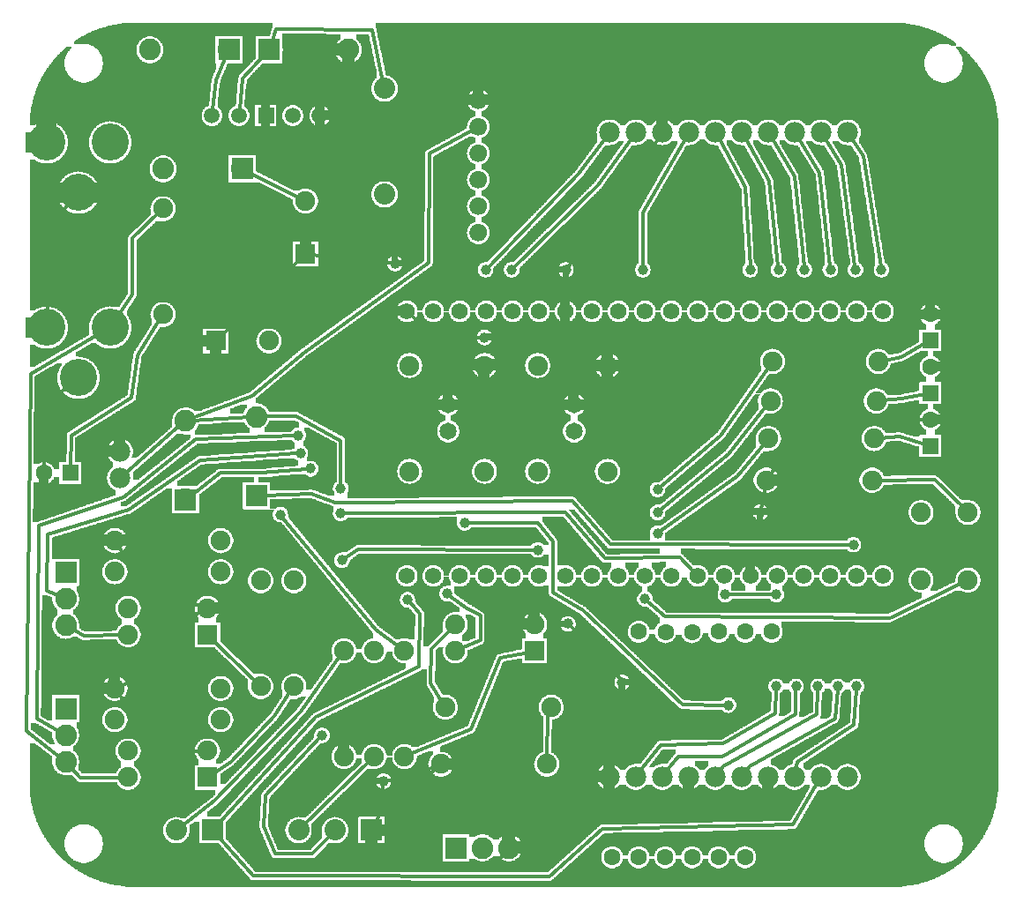
<source format=gtl>
G04 MADE WITH FRITZING*
G04 WWW.FRITZING.ORG*
G04 DOUBLE SIDED*
G04 HOLES PLATED*
G04 CONTOUR ON CENTER OF CONTOUR VECTOR*
%ASAXBY*%
%FSLAX23Y23*%
%MOIN*%
%OFA0B0*%
%SFA1.0B1.0*%
%ADD10C,0.075000*%
%ADD11C,0.082000*%
%ADD12C,0.039370*%
%ADD13C,0.078000*%
%ADD14C,0.080000*%
%ADD15C,0.062000*%
%ADD16C,0.063111*%
%ADD17C,0.065000*%
%ADD18C,0.065972*%
%ADD19C,0.059000*%
%ADD20C,0.140000*%
%ADD21C,0.062992*%
%ADD22R,0.082000X0.082000*%
%ADD23R,0.075000X0.075000*%
%ADD24R,0.080000X0.080000*%
%ADD25R,0.059889X0.059000*%
%ADD26R,0.062992X0.062992*%
%ADD27C,0.012000*%
%ADD28R,0.001000X0.001000*%
%LNCOPPER1*%
G90*
G70*
G54D10*
X1144Y1691D03*
X1386Y1090D03*
X2097Y1309D03*
X1219Y803D03*
X1067Y3211D03*
G54D11*
X177Y1228D03*
X177Y1128D03*
X177Y1028D03*
X177Y713D03*
X177Y613D03*
X177Y513D03*
G54D12*
X1216Y1451D03*
X1145Y613D03*
X1055Y1746D03*
X1063Y1680D03*
X1759Y2117D03*
G54D13*
X381Y1685D03*
X381Y1585D03*
X381Y1685D03*
X381Y1585D03*
X3132Y2892D03*
X3032Y2892D03*
X2932Y2892D03*
X2832Y2892D03*
X2732Y2892D03*
X2632Y2892D03*
X2532Y2892D03*
X2432Y2892D03*
X2332Y2892D03*
X2232Y2892D03*
X3132Y2892D03*
X3032Y2892D03*
X2932Y2892D03*
X2832Y2892D03*
X2732Y2892D03*
X2632Y2892D03*
X2532Y2892D03*
X2432Y2892D03*
X2332Y2892D03*
X2232Y2892D03*
X3131Y455D03*
X3031Y455D03*
X2931Y455D03*
X2831Y455D03*
X2731Y455D03*
X2631Y455D03*
X2531Y455D03*
X2431Y455D03*
X2331Y455D03*
X2231Y455D03*
X3131Y455D03*
X3031Y455D03*
X2931Y455D03*
X2831Y455D03*
X2731Y455D03*
X2631Y455D03*
X2531Y455D03*
X2431Y455D03*
X2331Y455D03*
X2231Y455D03*
G54D12*
X1763Y2372D03*
X1862Y2372D03*
X2067Y2372D03*
X2358Y2372D03*
X2763Y2372D03*
X2870Y2372D03*
X2968Y2372D03*
X3067Y2372D03*
X3161Y2372D03*
X3259Y2372D03*
X2669Y1144D03*
X2862Y1144D03*
X2862Y798D03*
X2937Y798D03*
X3019Y798D03*
X3094Y798D03*
X3165Y798D03*
X2413Y1542D03*
X2413Y1376D03*
X2413Y1455D03*
X988Y1447D03*
X2366Y1128D03*
X3153Y1333D03*
X1102Y1621D03*
X1685Y1416D03*
X2681Y727D03*
X1216Y1546D03*
X1618Y1148D03*
X1960Y1313D03*
X1220Y1274D03*
X1468Y1124D03*
X2802Y1456D03*
X2074Y1034D03*
X2279Y813D03*
X1378Y439D03*
X1421Y2396D03*
G54D14*
X1381Y3058D03*
X1381Y2658D03*
G54D15*
X1766Y2215D03*
X1866Y2215D03*
X1966Y2215D03*
X2066Y2215D03*
X2166Y2215D03*
X2266Y2215D03*
X2366Y2215D03*
X2466Y2215D03*
X2566Y2215D03*
X2666Y2215D03*
X2766Y2215D03*
X2866Y2215D03*
X2966Y2215D03*
X3066Y2215D03*
X3166Y2215D03*
X3266Y2215D03*
X1466Y2215D03*
X1566Y2215D03*
X1666Y2215D03*
X1765Y1215D03*
X1865Y1215D03*
X1965Y1215D03*
X2065Y1215D03*
X2165Y1215D03*
X2265Y1215D03*
X2365Y1215D03*
X2465Y1215D03*
X2565Y1215D03*
X2665Y1215D03*
X2765Y1215D03*
X2865Y1215D03*
X2965Y1215D03*
X3065Y1215D03*
X3165Y1215D03*
X3265Y1215D03*
X1466Y1215D03*
X1566Y1215D03*
X1666Y1215D03*
G54D16*
X2744Y152D03*
X2644Y152D03*
X2543Y152D03*
X2442Y152D03*
X2342Y152D03*
X2241Y152D03*
X2845Y1004D03*
X2744Y1004D03*
X2644Y1004D03*
X2543Y1003D03*
X2443Y1003D03*
X2342Y1004D03*
G54D11*
X1652Y187D03*
X1752Y187D03*
X1852Y187D03*
G54D10*
X712Y993D03*
X412Y993D03*
X712Y1093D03*
X412Y1093D03*
X712Y454D03*
X412Y454D03*
X712Y554D03*
X412Y554D03*
X1949Y932D03*
X1649Y932D03*
X1949Y1032D03*
X1649Y1032D03*
X3409Y1199D03*
X3409Y1455D03*
X3586Y1199D03*
X3586Y1455D03*
G54D14*
X1332Y254D03*
X1194Y254D03*
X1057Y254D03*
X732Y254D03*
X594Y254D03*
G54D17*
X1622Y1862D03*
X1622Y1762D03*
X1622Y1862D03*
X1622Y1762D03*
X2098Y1862D03*
X2098Y1762D03*
X2098Y1862D03*
X2098Y1762D03*
G54D18*
X1736Y2513D03*
X1736Y2613D03*
X1736Y2713D03*
X1736Y2813D03*
X1736Y2913D03*
X1736Y3013D03*
G54D10*
X744Y2104D03*
X944Y2104D03*
X1082Y2432D03*
X1082Y2632D03*
G54D19*
X729Y2955D03*
X831Y2955D03*
X933Y2955D03*
X1034Y2955D03*
X1136Y2955D03*
G54D20*
X344Y2154D03*
X104Y2154D03*
X224Y1964D03*
X344Y2854D03*
X104Y2854D03*
X224Y2664D03*
G54D11*
X946Y3204D03*
X1244Y3204D03*
X842Y2754D03*
X544Y2754D03*
X897Y1519D03*
X897Y1817D03*
X629Y1504D03*
X629Y1802D03*
X792Y3204D03*
X494Y3204D03*
G54D10*
X1342Y532D03*
X1342Y932D03*
X1476Y2010D03*
X1476Y1610D03*
X1759Y1610D03*
X1759Y2010D03*
X2224Y1610D03*
X2224Y2010D03*
X1960Y2010D03*
X1960Y1610D03*
X1228Y532D03*
X1228Y932D03*
X2824Y1577D03*
X3224Y1577D03*
X2848Y2026D03*
X3248Y2026D03*
X2840Y1876D03*
X3240Y1876D03*
X2832Y1735D03*
X3232Y1735D03*
X362Y1231D03*
X762Y1231D03*
X362Y672D03*
X762Y672D03*
X1611Y719D03*
X2011Y719D03*
X362Y1349D03*
X762Y1349D03*
X362Y790D03*
X762Y790D03*
X1594Y504D03*
X1994Y504D03*
X913Y1198D03*
X913Y798D03*
X1039Y1198D03*
X1039Y798D03*
X1456Y932D03*
X1456Y532D03*
X544Y2604D03*
X544Y2204D03*
G54D21*
X3444Y2105D03*
X3444Y2204D03*
X3444Y1907D03*
X3444Y2005D03*
X3444Y1707D03*
X3444Y1805D03*
X193Y1604D03*
X94Y1604D03*
G54D22*
X177Y1228D03*
X177Y713D03*
X1652Y187D03*
G54D23*
X712Y993D03*
X712Y454D03*
X1949Y932D03*
G54D24*
X1332Y254D03*
X732Y254D03*
G54D23*
X744Y2104D03*
X1082Y2432D03*
G54D25*
X933Y2955D03*
G54D22*
X945Y3204D03*
X843Y2754D03*
X897Y1518D03*
X629Y1503D03*
X793Y3204D03*
G54D26*
X3444Y2105D03*
X3444Y1907D03*
X3444Y1707D03*
X193Y1604D03*
G54D27*
X1746Y2117D02*
X1566Y2121D01*
D02*
X1566Y2121D02*
X1483Y2199D01*
D02*
X43Y1980D02*
X296Y2126D01*
D02*
X156Y529D02*
X28Y628D01*
D02*
X28Y628D02*
X43Y1980D01*
D02*
X690Y1100D02*
X470Y1173D01*
D02*
X389Y992D02*
X243Y989D01*
D02*
X243Y989D02*
X200Y1015D01*
D02*
X389Y453D02*
X232Y451D01*
D02*
X232Y451D02*
X194Y493D01*
D02*
X581Y1022D02*
X692Y1082D01*
D02*
X800Y513D02*
X965Y686D01*
D02*
X731Y466D02*
X800Y513D01*
D02*
X689Y553D02*
X543Y551D01*
D02*
X543Y551D02*
X376Y771D01*
D02*
X383Y798D02*
X512Y851D01*
D02*
X512Y851D02*
X581Y1022D01*
D02*
X470Y1173D02*
X374Y1329D01*
D02*
X1122Y682D02*
X749Y272D01*
D02*
X1514Y1073D02*
X1510Y871D01*
D02*
X1477Y1114D02*
X1514Y1073D01*
D02*
X1510Y871D02*
X1122Y682D01*
D02*
X2064Y1456D02*
X2213Y1281D01*
D02*
X2213Y1281D02*
X2497Y1285D01*
D02*
X2497Y1284D02*
X2549Y1231D01*
D02*
X1230Y1451D02*
X2064Y1456D01*
D02*
X728Y977D02*
X896Y814D01*
D02*
X965Y686D02*
X1026Y778D01*
D02*
X2084Y1025D02*
X2227Y886D01*
D02*
X1391Y441D02*
X1453Y446D01*
D02*
X1453Y446D02*
X1573Y495D01*
D02*
X1790Y115D02*
X1834Y167D01*
D02*
X1547Y121D02*
X1790Y115D01*
D02*
X1479Y395D02*
X1479Y212D01*
D02*
X1578Y488D02*
X1479Y395D01*
D02*
X1479Y212D02*
X1547Y121D01*
D02*
X2227Y886D02*
X2271Y824D01*
D02*
X932Y385D02*
X924Y269D01*
D02*
X924Y269D02*
X968Y164D01*
D02*
X968Y164D02*
X1109Y164D01*
D02*
X1109Y164D02*
X1177Y235D01*
D02*
X1136Y603D02*
X932Y385D01*
D02*
X684Y1652D02*
X416Y1467D01*
D02*
X416Y1467D02*
X109Y1372D01*
D02*
X109Y1372D02*
X106Y1160D01*
D02*
X106Y1160D02*
X153Y1139D01*
D02*
X1049Y1679D02*
X684Y1652D01*
D02*
X669Y1732D02*
X393Y1513D01*
D02*
X393Y1513D02*
X74Y1404D01*
D02*
X74Y1404D02*
X67Y676D01*
D02*
X67Y676D02*
X154Y626D01*
D02*
X1041Y1746D02*
X669Y1732D01*
D02*
X3291Y1057D02*
X3565Y1189D01*
D02*
X880Y1895D02*
X654Y1811D01*
D02*
X1077Y2060D02*
X880Y1895D01*
D02*
X1547Y2398D02*
X1077Y2060D01*
D02*
X1551Y2811D02*
X1547Y2398D01*
D02*
X1717Y2902D02*
X1551Y2811D01*
D02*
X609Y1784D02*
X400Y1601D01*
D02*
X2115Y2734D02*
X2217Y2872D01*
D02*
X2188Y2692D02*
X2318Y2872D01*
D02*
X1871Y2382D02*
X2188Y2692D01*
D02*
X1773Y2382D02*
X2115Y2734D01*
D02*
X3190Y2801D02*
X3145Y2871D01*
D02*
X3107Y2770D02*
X3045Y2871D01*
D02*
X3257Y2386D02*
X3190Y2801D01*
D02*
X3159Y2386D02*
X3107Y2770D01*
D02*
X3026Y2739D02*
X3065Y2386D01*
D02*
X2945Y2871D02*
X3026Y2739D01*
D02*
X2930Y2726D02*
X2967Y2386D01*
D02*
X2844Y2871D02*
X2930Y2726D01*
D02*
X2833Y2710D02*
X2744Y2871D01*
D02*
X2868Y2386D02*
X2833Y2710D01*
D02*
X2745Y2684D02*
X2644Y2871D01*
D02*
X2763Y2386D02*
X2745Y2684D01*
D02*
X2276Y2640D02*
X2419Y2871D01*
D02*
X2357Y2588D02*
X2520Y2871D01*
D02*
X2358Y2386D02*
X2357Y2588D01*
D02*
X2075Y2383D02*
X2276Y2640D01*
D02*
X2848Y1144D02*
X2682Y1144D01*
D02*
X2933Y691D02*
X2657Y533D01*
D02*
X2657Y533D02*
X2491Y533D01*
D02*
X2491Y533D02*
X2446Y475D01*
D02*
X2936Y784D02*
X2933Y691D01*
D02*
X2424Y577D02*
X2662Y581D01*
D02*
X2662Y581D02*
X2857Y696D01*
D02*
X2857Y696D02*
X2861Y784D01*
D02*
X2346Y475D02*
X2424Y577D01*
D02*
X2925Y274D02*
X3019Y434D01*
D02*
X2205Y259D02*
X2925Y274D01*
D02*
X2004Y78D02*
X2205Y259D01*
D02*
X885Y81D02*
X2004Y78D01*
D02*
X749Y234D02*
X885Y81D01*
D02*
X2760Y495D02*
X2746Y475D01*
D02*
X3083Y676D02*
X2760Y495D01*
D02*
X3093Y784D02*
X3083Y676D01*
D02*
X2662Y494D02*
X3015Y691D01*
D02*
X3015Y691D02*
X3019Y784D01*
D02*
X2646Y474D02*
X2662Y494D01*
D02*
X3156Y652D02*
X2940Y511D01*
D02*
X2940Y511D02*
X2935Y479D01*
D02*
X3164Y784D02*
X3156Y652D01*
D02*
X1995Y527D02*
X1998Y688D01*
X1998Y688D02*
X2002Y698D01*
D02*
X1556Y809D02*
X1559Y940D01*
D02*
X2652Y1747D02*
X2423Y1551D01*
D02*
X2834Y2007D02*
X2652Y1747D01*
D02*
X1599Y739D02*
X1556Y809D01*
D02*
X3333Y2042D02*
X3270Y2030D01*
D02*
X3327Y1742D02*
X3255Y1737D01*
D02*
X3426Y2095D02*
X3333Y2042D01*
D02*
X3424Y1713D02*
X3327Y1742D01*
D02*
X1559Y940D02*
X1633Y1015D01*
D02*
X3333Y1885D02*
X3263Y1878D01*
D02*
X3424Y1903D02*
X3333Y1885D01*
D02*
X2716Y1592D02*
X2424Y1384D01*
D02*
X2817Y1717D02*
X2716Y1592D01*
D02*
X2681Y1676D02*
X2423Y1464D01*
D02*
X2825Y1858D02*
X2681Y1676D01*
D02*
X1348Y1012D02*
X996Y1437D01*
D02*
X428Y2278D02*
X428Y2491D01*
D02*
X428Y2491D02*
X528Y2588D01*
D02*
X1438Y946D02*
X1348Y1012D01*
D02*
X376Y2200D02*
X428Y2278D01*
D02*
X2441Y1061D02*
X2376Y1119D01*
D02*
X3291Y1057D02*
X2441Y1061D01*
D02*
X845Y3097D02*
X833Y2979D01*
D02*
X928Y3184D02*
X845Y3097D01*
D02*
X1334Y3278D02*
X971Y3281D01*
D02*
X971Y3281D02*
X955Y3229D01*
D02*
X1376Y3083D02*
X1334Y3278D01*
D02*
X744Y3090D02*
X732Y2979D01*
D02*
X782Y3179D02*
X744Y3090D01*
D02*
X1062Y2643D02*
X866Y2742D01*
D02*
X425Y1889D02*
X447Y2050D01*
D02*
X197Y1747D02*
X425Y1889D01*
D02*
X194Y1625D02*
X197Y1747D01*
D02*
X447Y2050D02*
X532Y2184D01*
D02*
X1709Y636D02*
X1818Y905D01*
D02*
X1478Y541D02*
X1709Y636D01*
D02*
X1818Y905D02*
X1927Y927D01*
D02*
X1105Y1526D02*
X1194Y1493D01*
D02*
X924Y1520D02*
X1105Y1526D01*
D02*
X2235Y1334D02*
X3140Y1333D01*
D02*
X2090Y1499D02*
X2235Y1334D01*
D02*
X1194Y1493D02*
X2090Y1499D01*
D02*
X651Y1520D02*
X760Y1604D01*
D02*
X913Y1604D02*
X1089Y1619D01*
D02*
X760Y1604D02*
X913Y1604D01*
D02*
X2018Y1152D02*
X2130Y1084D01*
D02*
X2018Y1345D02*
X2018Y1152D01*
D02*
X1961Y1416D02*
X2018Y1345D01*
D02*
X1698Y1416D02*
X1961Y1416D01*
D02*
X2507Y728D02*
X2667Y727D01*
D02*
X2130Y1084D02*
X2507Y728D01*
D02*
X1075Y271D02*
X1326Y516D01*
D02*
X1216Y1727D02*
X1216Y1559D01*
D02*
X1049Y1818D02*
X1126Y1776D01*
D02*
X1126Y1776D02*
X1216Y1727D01*
D02*
X924Y1818D02*
X1049Y1818D01*
D02*
X1629Y1140D02*
X1689Y1097D01*
D02*
X1743Y1065D02*
X1743Y972D01*
D02*
X1689Y1097D02*
X1743Y1065D01*
D02*
X1743Y972D02*
X1670Y941D01*
D02*
X656Y1803D02*
X871Y1816D01*
D02*
X1065Y703D02*
X1215Y914D01*
D02*
X739Y364D02*
X1065Y703D01*
D02*
X615Y269D02*
X739Y364D01*
D02*
X1947Y1313D02*
X1282Y1317D01*
D02*
X3460Y1578D02*
X3570Y1471D01*
D02*
X3247Y1577D02*
X3460Y1578D01*
D02*
X1282Y1317D02*
X1231Y1282D01*
D02*
X2837Y1596D02*
X2975Y1802D01*
D02*
X2975Y1802D02*
X3423Y1805D01*
D02*
X2804Y1470D02*
X2820Y1555D01*
D02*
X1370Y334D02*
X1343Y277D01*
D02*
X1376Y426D02*
X1370Y334D01*
D02*
X98Y1861D02*
X95Y1625D01*
D02*
X181Y1929D02*
X98Y1861D01*
D02*
X1066Y2416D02*
X761Y2120D01*
D02*
X122Y2539D02*
X107Y2209D01*
D02*
X1407Y2398D02*
X1105Y2430D01*
D02*
X189Y2621D02*
X122Y2539D01*
G36*
X836Y1862D02*
X836Y1860D01*
X830Y1860D01*
X830Y1858D01*
X826Y1858D01*
X826Y1856D01*
X820Y1856D01*
X820Y1854D01*
X814Y1854D01*
X814Y1852D01*
X810Y1852D01*
X810Y1850D01*
X804Y1850D01*
X804Y1848D01*
X798Y1848D01*
X798Y1828D01*
X830Y1828D01*
X830Y1830D01*
X848Y1830D01*
X848Y1834D01*
X850Y1834D01*
X850Y1838D01*
X852Y1838D01*
X852Y1842D01*
X854Y1842D01*
X854Y1846D01*
X856Y1846D01*
X856Y1848D01*
X858Y1848D01*
X858Y1850D01*
X860Y1850D01*
X860Y1862D01*
X836Y1862D01*
G37*
D02*
G36*
X946Y1802D02*
X946Y1800D01*
X944Y1800D01*
X944Y1794D01*
X942Y1794D01*
X942Y1792D01*
X940Y1792D01*
X940Y1788D01*
X938Y1788D01*
X938Y1786D01*
X936Y1786D01*
X936Y1784D01*
X934Y1784D01*
X934Y1780D01*
X930Y1780D01*
X930Y1778D01*
X928Y1778D01*
X928Y1758D01*
X976Y1758D01*
X976Y1760D01*
X1028Y1760D01*
X1028Y1762D01*
X1030Y1762D01*
X1030Y1764D01*
X1032Y1764D01*
X1032Y1766D01*
X1034Y1766D01*
X1034Y1768D01*
X1036Y1768D01*
X1036Y1770D01*
X1038Y1770D01*
X1038Y1772D01*
X1042Y1772D01*
X1042Y1774D01*
X1048Y1774D01*
X1048Y1776D01*
X1058Y1776D01*
X1058Y1796D01*
X1054Y1796D01*
X1054Y1798D01*
X1050Y1798D01*
X1050Y1800D01*
X1046Y1800D01*
X1046Y1802D01*
X946Y1802D01*
G37*
D02*
G36*
X798Y1796D02*
X798Y1794D01*
X764Y1794D01*
X764Y1792D01*
X730Y1792D01*
X730Y1790D01*
X696Y1790D01*
X696Y1788D01*
X678Y1788D01*
X678Y1782D01*
X676Y1782D01*
X676Y1778D01*
X674Y1778D01*
X674Y1776D01*
X672Y1776D01*
X672Y1772D01*
X670Y1772D01*
X670Y1770D01*
X668Y1770D01*
X668Y1766D01*
X666Y1766D01*
X666Y1748D01*
X716Y1748D01*
X716Y1750D01*
X768Y1750D01*
X768Y1752D01*
X820Y1752D01*
X820Y1754D01*
X872Y1754D01*
X872Y1774D01*
X868Y1774D01*
X868Y1776D01*
X866Y1776D01*
X866Y1778D01*
X864Y1778D01*
X864Y1780D01*
X862Y1780D01*
X862Y1782D01*
X860Y1782D01*
X860Y1784D01*
X858Y1784D01*
X858Y1786D01*
X856Y1786D01*
X856Y1788D01*
X854Y1788D01*
X854Y1792D01*
X852Y1792D01*
X852Y1796D01*
X798Y1796D01*
G37*
D02*
G36*
X596Y1752D02*
X596Y1750D01*
X594Y1750D01*
X594Y1748D01*
X592Y1748D01*
X592Y1746D01*
X590Y1746D01*
X590Y1744D01*
X588Y1744D01*
X588Y1742D01*
X584Y1742D01*
X584Y1740D01*
X582Y1740D01*
X582Y1738D01*
X580Y1738D01*
X580Y1736D01*
X578Y1736D01*
X578Y1734D01*
X576Y1734D01*
X576Y1732D01*
X574Y1732D01*
X574Y1730D01*
X572Y1730D01*
X572Y1728D01*
X568Y1728D01*
X568Y1726D01*
X566Y1726D01*
X566Y1724D01*
X564Y1724D01*
X564Y1722D01*
X562Y1722D01*
X562Y1720D01*
X560Y1720D01*
X560Y1718D01*
X558Y1718D01*
X558Y1716D01*
X556Y1716D01*
X556Y1714D01*
X552Y1714D01*
X552Y1712D01*
X550Y1712D01*
X550Y1710D01*
X548Y1710D01*
X548Y1708D01*
X546Y1708D01*
X546Y1706D01*
X544Y1706D01*
X544Y1704D01*
X542Y1704D01*
X542Y1702D01*
X540Y1702D01*
X540Y1700D01*
X536Y1700D01*
X536Y1698D01*
X534Y1698D01*
X534Y1696D01*
X532Y1696D01*
X532Y1694D01*
X530Y1694D01*
X530Y1692D01*
X528Y1692D01*
X528Y1690D01*
X526Y1690D01*
X526Y1688D01*
X524Y1688D01*
X524Y1686D01*
X520Y1686D01*
X520Y1684D01*
X518Y1684D01*
X518Y1682D01*
X516Y1682D01*
X516Y1680D01*
X514Y1680D01*
X514Y1678D01*
X512Y1678D01*
X512Y1676D01*
X510Y1676D01*
X510Y1674D01*
X508Y1674D01*
X508Y1672D01*
X504Y1672D01*
X504Y1670D01*
X502Y1670D01*
X502Y1668D01*
X500Y1668D01*
X500Y1666D01*
X498Y1666D01*
X498Y1664D01*
X496Y1664D01*
X496Y1662D01*
X494Y1662D01*
X494Y1660D01*
X490Y1660D01*
X490Y1658D01*
X488Y1658D01*
X488Y1656D01*
X486Y1656D01*
X486Y1654D01*
X484Y1654D01*
X484Y1652D01*
X482Y1652D01*
X482Y1650D01*
X480Y1650D01*
X480Y1648D01*
X478Y1648D01*
X478Y1646D01*
X474Y1646D01*
X474Y1644D01*
X472Y1644D01*
X472Y1642D01*
X470Y1642D01*
X470Y1640D01*
X468Y1640D01*
X468Y1638D01*
X466Y1638D01*
X466Y1636D01*
X464Y1636D01*
X464Y1634D01*
X462Y1634D01*
X462Y1632D01*
X458Y1632D01*
X458Y1630D01*
X456Y1630D01*
X456Y1628D01*
X454Y1628D01*
X454Y1626D01*
X452Y1626D01*
X452Y1624D01*
X450Y1624D01*
X450Y1622D01*
X448Y1622D01*
X448Y1620D01*
X446Y1620D01*
X446Y1618D01*
X442Y1618D01*
X442Y1616D01*
X440Y1616D01*
X440Y1614D01*
X438Y1614D01*
X438Y1612D01*
X436Y1612D01*
X436Y1610D01*
X434Y1610D01*
X434Y1608D01*
X432Y1608D01*
X432Y1606D01*
X430Y1606D01*
X430Y1578D01*
X450Y1578D01*
X450Y1580D01*
X454Y1580D01*
X454Y1582D01*
X456Y1582D01*
X456Y1584D01*
X458Y1584D01*
X458Y1586D01*
X460Y1586D01*
X460Y1588D01*
X464Y1588D01*
X464Y1590D01*
X466Y1590D01*
X466Y1592D01*
X468Y1592D01*
X468Y1594D01*
X470Y1594D01*
X470Y1596D01*
X474Y1596D01*
X474Y1598D01*
X476Y1598D01*
X476Y1600D01*
X478Y1600D01*
X478Y1602D01*
X482Y1602D01*
X482Y1604D01*
X484Y1604D01*
X484Y1606D01*
X486Y1606D01*
X486Y1608D01*
X488Y1608D01*
X488Y1610D01*
X492Y1610D01*
X492Y1612D01*
X494Y1612D01*
X494Y1614D01*
X496Y1614D01*
X496Y1616D01*
X498Y1616D01*
X498Y1618D01*
X502Y1618D01*
X502Y1620D01*
X504Y1620D01*
X504Y1622D01*
X506Y1622D01*
X506Y1624D01*
X508Y1624D01*
X508Y1626D01*
X512Y1626D01*
X512Y1628D01*
X514Y1628D01*
X514Y1630D01*
X516Y1630D01*
X516Y1632D01*
X520Y1632D01*
X520Y1634D01*
X522Y1634D01*
X522Y1636D01*
X524Y1636D01*
X524Y1638D01*
X526Y1638D01*
X526Y1640D01*
X530Y1640D01*
X530Y1642D01*
X532Y1642D01*
X532Y1644D01*
X534Y1644D01*
X534Y1646D01*
X536Y1646D01*
X536Y1648D01*
X540Y1648D01*
X540Y1650D01*
X542Y1650D01*
X542Y1652D01*
X544Y1652D01*
X544Y1654D01*
X546Y1654D01*
X546Y1656D01*
X550Y1656D01*
X550Y1658D01*
X552Y1658D01*
X552Y1660D01*
X554Y1660D01*
X554Y1662D01*
X558Y1662D01*
X558Y1664D01*
X560Y1664D01*
X560Y1666D01*
X562Y1666D01*
X562Y1668D01*
X564Y1668D01*
X564Y1670D01*
X568Y1670D01*
X568Y1672D01*
X570Y1672D01*
X570Y1674D01*
X572Y1674D01*
X572Y1676D01*
X574Y1676D01*
X574Y1678D01*
X578Y1678D01*
X578Y1680D01*
X580Y1680D01*
X580Y1682D01*
X582Y1682D01*
X582Y1684D01*
X584Y1684D01*
X584Y1686D01*
X588Y1686D01*
X588Y1688D01*
X590Y1688D01*
X590Y1690D01*
X592Y1690D01*
X592Y1692D01*
X594Y1692D01*
X594Y1694D01*
X598Y1694D01*
X598Y1696D01*
X600Y1696D01*
X600Y1698D01*
X602Y1698D01*
X602Y1700D01*
X606Y1700D01*
X606Y1702D01*
X608Y1702D01*
X608Y1704D01*
X610Y1704D01*
X610Y1706D01*
X612Y1706D01*
X612Y1708D01*
X616Y1708D01*
X616Y1710D01*
X618Y1710D01*
X618Y1712D01*
X620Y1712D01*
X620Y1714D01*
X622Y1714D01*
X622Y1716D01*
X626Y1716D01*
X626Y1718D01*
X628Y1718D01*
X628Y1720D01*
X630Y1720D01*
X630Y1722D01*
X632Y1722D01*
X632Y1724D01*
X636Y1724D01*
X636Y1726D01*
X638Y1726D01*
X638Y1728D01*
X640Y1728D01*
X640Y1730D01*
X644Y1730D01*
X644Y1732D01*
X646Y1732D01*
X646Y1734D01*
X648Y1734D01*
X648Y1750D01*
X622Y1750D01*
X622Y1752D01*
X596Y1752D01*
G37*
D02*
G36*
X976Y1728D02*
X976Y1726D01*
X924Y1726D01*
X924Y1724D01*
X872Y1724D01*
X872Y1722D01*
X820Y1722D01*
X820Y1720D01*
X768Y1720D01*
X768Y1718D01*
X716Y1718D01*
X716Y1716D01*
X674Y1716D01*
X674Y1714D01*
X672Y1714D01*
X672Y1712D01*
X670Y1712D01*
X670Y1710D01*
X666Y1710D01*
X666Y1708D01*
X664Y1708D01*
X664Y1706D01*
X662Y1706D01*
X662Y1704D01*
X660Y1704D01*
X660Y1702D01*
X656Y1702D01*
X656Y1700D01*
X654Y1700D01*
X654Y1698D01*
X652Y1698D01*
X652Y1696D01*
X650Y1696D01*
X650Y1694D01*
X646Y1694D01*
X646Y1692D01*
X644Y1692D01*
X644Y1690D01*
X642Y1690D01*
X642Y1688D01*
X640Y1688D01*
X640Y1686D01*
X636Y1686D01*
X636Y1684D01*
X634Y1684D01*
X634Y1682D01*
X632Y1682D01*
X632Y1680D01*
X628Y1680D01*
X628Y1678D01*
X626Y1678D01*
X626Y1676D01*
X624Y1676D01*
X624Y1674D01*
X622Y1674D01*
X622Y1672D01*
X618Y1672D01*
X618Y1670D01*
X616Y1670D01*
X616Y1668D01*
X614Y1668D01*
X614Y1666D01*
X612Y1666D01*
X612Y1664D01*
X608Y1664D01*
X608Y1662D01*
X606Y1662D01*
X606Y1660D01*
X604Y1660D01*
X604Y1658D01*
X602Y1658D01*
X602Y1656D01*
X598Y1656D01*
X598Y1654D01*
X596Y1654D01*
X596Y1652D01*
X594Y1652D01*
X594Y1650D01*
X590Y1650D01*
X590Y1648D01*
X588Y1648D01*
X588Y1646D01*
X586Y1646D01*
X586Y1644D01*
X584Y1644D01*
X584Y1642D01*
X580Y1642D01*
X580Y1640D01*
X578Y1640D01*
X578Y1638D01*
X576Y1638D01*
X576Y1636D01*
X574Y1636D01*
X574Y1634D01*
X570Y1634D01*
X570Y1632D01*
X568Y1632D01*
X568Y1630D01*
X566Y1630D01*
X566Y1628D01*
X564Y1628D01*
X564Y1626D01*
X560Y1626D01*
X560Y1624D01*
X558Y1624D01*
X558Y1622D01*
X556Y1622D01*
X556Y1620D01*
X552Y1620D01*
X552Y1618D01*
X550Y1618D01*
X550Y1616D01*
X548Y1616D01*
X548Y1614D01*
X546Y1614D01*
X546Y1612D01*
X542Y1612D01*
X542Y1610D01*
X540Y1610D01*
X540Y1608D01*
X538Y1608D01*
X538Y1606D01*
X536Y1606D01*
X536Y1604D01*
X532Y1604D01*
X532Y1602D01*
X530Y1602D01*
X530Y1600D01*
X528Y1600D01*
X528Y1598D01*
X526Y1598D01*
X526Y1596D01*
X522Y1596D01*
X522Y1594D01*
X520Y1594D01*
X520Y1592D01*
X518Y1592D01*
X518Y1590D01*
X514Y1590D01*
X514Y1588D01*
X512Y1588D01*
X512Y1586D01*
X510Y1586D01*
X510Y1584D01*
X508Y1584D01*
X508Y1582D01*
X504Y1582D01*
X504Y1580D01*
X502Y1580D01*
X502Y1578D01*
X500Y1578D01*
X500Y1576D01*
X498Y1576D01*
X498Y1574D01*
X494Y1574D01*
X494Y1572D01*
X492Y1572D01*
X492Y1570D01*
X490Y1570D01*
X490Y1568D01*
X488Y1568D01*
X488Y1566D01*
X484Y1566D01*
X484Y1564D01*
X482Y1564D01*
X482Y1562D01*
X480Y1562D01*
X480Y1560D01*
X478Y1560D01*
X478Y1558D01*
X474Y1558D01*
X474Y1556D01*
X472Y1556D01*
X472Y1554D01*
X470Y1554D01*
X470Y1552D01*
X466Y1552D01*
X466Y1550D01*
X464Y1550D01*
X464Y1548D01*
X462Y1548D01*
X462Y1546D01*
X460Y1546D01*
X460Y1544D01*
X456Y1544D01*
X456Y1542D01*
X454Y1542D01*
X454Y1540D01*
X452Y1540D01*
X452Y1538D01*
X450Y1538D01*
X450Y1536D01*
X446Y1536D01*
X446Y1534D01*
X444Y1534D01*
X444Y1532D01*
X442Y1532D01*
X442Y1530D01*
X440Y1530D01*
X440Y1528D01*
X436Y1528D01*
X436Y1526D01*
X434Y1526D01*
X434Y1524D01*
X432Y1524D01*
X432Y1522D01*
X428Y1522D01*
X428Y1520D01*
X426Y1520D01*
X426Y1518D01*
X424Y1518D01*
X424Y1516D01*
X422Y1516D01*
X422Y1514D01*
X418Y1514D01*
X418Y1512D01*
X416Y1512D01*
X416Y1510D01*
X414Y1510D01*
X414Y1508D01*
X412Y1508D01*
X412Y1506D01*
X408Y1506D01*
X408Y1504D01*
X406Y1504D01*
X406Y1502D01*
X404Y1502D01*
X404Y1500D01*
X400Y1500D01*
X400Y1498D01*
X396Y1498D01*
X396Y1496D01*
X390Y1496D01*
X390Y1494D01*
X384Y1494D01*
X384Y1480D01*
X408Y1480D01*
X408Y1482D01*
X412Y1482D01*
X412Y1484D01*
X414Y1484D01*
X414Y1486D01*
X418Y1486D01*
X418Y1488D01*
X420Y1488D01*
X420Y1490D01*
X424Y1490D01*
X424Y1492D01*
X426Y1492D01*
X426Y1494D01*
X430Y1494D01*
X430Y1496D01*
X432Y1496D01*
X432Y1498D01*
X434Y1498D01*
X434Y1500D01*
X438Y1500D01*
X438Y1502D01*
X440Y1502D01*
X440Y1504D01*
X444Y1504D01*
X444Y1506D01*
X446Y1506D01*
X446Y1508D01*
X450Y1508D01*
X450Y1510D01*
X452Y1510D01*
X452Y1512D01*
X456Y1512D01*
X456Y1514D01*
X458Y1514D01*
X458Y1516D01*
X460Y1516D01*
X460Y1518D01*
X464Y1518D01*
X464Y1520D01*
X466Y1520D01*
X466Y1522D01*
X470Y1522D01*
X470Y1524D01*
X472Y1524D01*
X472Y1526D01*
X476Y1526D01*
X476Y1528D01*
X478Y1528D01*
X478Y1530D01*
X482Y1530D01*
X482Y1532D01*
X484Y1532D01*
X484Y1534D01*
X486Y1534D01*
X486Y1536D01*
X490Y1536D01*
X490Y1538D01*
X492Y1538D01*
X492Y1540D01*
X496Y1540D01*
X496Y1542D01*
X498Y1542D01*
X498Y1544D01*
X502Y1544D01*
X502Y1546D01*
X504Y1546D01*
X504Y1548D01*
X508Y1548D01*
X508Y1550D01*
X510Y1550D01*
X510Y1552D01*
X512Y1552D01*
X512Y1554D01*
X516Y1554D01*
X516Y1556D01*
X518Y1556D01*
X518Y1558D01*
X522Y1558D01*
X522Y1560D01*
X524Y1560D01*
X524Y1562D01*
X528Y1562D01*
X528Y1564D01*
X530Y1564D01*
X530Y1566D01*
X534Y1566D01*
X534Y1568D01*
X536Y1568D01*
X536Y1570D01*
X538Y1570D01*
X538Y1572D01*
X542Y1572D01*
X542Y1574D01*
X544Y1574D01*
X544Y1576D01*
X548Y1576D01*
X548Y1578D01*
X550Y1578D01*
X550Y1580D01*
X554Y1580D01*
X554Y1582D01*
X556Y1582D01*
X556Y1584D01*
X560Y1584D01*
X560Y1586D01*
X562Y1586D01*
X562Y1588D01*
X564Y1588D01*
X564Y1590D01*
X568Y1590D01*
X568Y1592D01*
X570Y1592D01*
X570Y1594D01*
X574Y1594D01*
X574Y1596D01*
X576Y1596D01*
X576Y1598D01*
X580Y1598D01*
X580Y1600D01*
X582Y1600D01*
X582Y1602D01*
X586Y1602D01*
X586Y1604D01*
X588Y1604D01*
X588Y1606D01*
X590Y1606D01*
X590Y1608D01*
X594Y1608D01*
X594Y1610D01*
X596Y1610D01*
X596Y1612D01*
X600Y1612D01*
X600Y1614D01*
X602Y1614D01*
X602Y1616D01*
X606Y1616D01*
X606Y1618D01*
X608Y1618D01*
X608Y1620D01*
X612Y1620D01*
X612Y1622D01*
X614Y1622D01*
X614Y1624D01*
X616Y1624D01*
X616Y1626D01*
X620Y1626D01*
X620Y1628D01*
X622Y1628D01*
X622Y1630D01*
X626Y1630D01*
X626Y1632D01*
X628Y1632D01*
X628Y1634D01*
X632Y1634D01*
X632Y1636D01*
X634Y1636D01*
X634Y1638D01*
X638Y1638D01*
X638Y1640D01*
X640Y1640D01*
X640Y1642D01*
X642Y1642D01*
X642Y1644D01*
X646Y1644D01*
X646Y1646D01*
X648Y1646D01*
X648Y1648D01*
X652Y1648D01*
X652Y1650D01*
X654Y1650D01*
X654Y1652D01*
X658Y1652D01*
X658Y1654D01*
X660Y1654D01*
X660Y1656D01*
X664Y1656D01*
X664Y1658D01*
X666Y1658D01*
X666Y1660D01*
X668Y1660D01*
X668Y1662D01*
X672Y1662D01*
X672Y1664D01*
X674Y1664D01*
X674Y1666D01*
X678Y1666D01*
X678Y1668D01*
X698Y1668D01*
X698Y1670D01*
X726Y1670D01*
X726Y1672D01*
X754Y1672D01*
X754Y1674D01*
X782Y1674D01*
X782Y1676D01*
X810Y1676D01*
X810Y1678D01*
X838Y1678D01*
X838Y1680D01*
X866Y1680D01*
X866Y1682D01*
X894Y1682D01*
X894Y1684D01*
X920Y1684D01*
X920Y1686D01*
X948Y1686D01*
X948Y1688D01*
X976Y1688D01*
X976Y1690D01*
X1004Y1690D01*
X1004Y1692D01*
X1032Y1692D01*
X1032Y1694D01*
X1038Y1694D01*
X1038Y1696D01*
X1040Y1696D01*
X1040Y1700D01*
X1042Y1700D01*
X1042Y1720D01*
X1038Y1720D01*
X1038Y1722D01*
X1036Y1722D01*
X1036Y1724D01*
X1034Y1724D01*
X1034Y1726D01*
X1032Y1726D01*
X1032Y1728D01*
X976Y1728D01*
G37*
D02*
G36*
X1006Y1660D02*
X1006Y1658D01*
X978Y1658D01*
X978Y1656D01*
X950Y1656D01*
X950Y1654D01*
X922Y1654D01*
X922Y1652D01*
X894Y1652D01*
X894Y1650D01*
X866Y1650D01*
X866Y1648D01*
X838Y1648D01*
X838Y1646D01*
X810Y1646D01*
X810Y1644D01*
X784Y1644D01*
X784Y1642D01*
X756Y1642D01*
X756Y1640D01*
X728Y1640D01*
X728Y1638D01*
X700Y1638D01*
X700Y1636D01*
X688Y1636D01*
X688Y1634D01*
X684Y1634D01*
X684Y1632D01*
X682Y1632D01*
X682Y1630D01*
X678Y1630D01*
X678Y1628D01*
X676Y1628D01*
X676Y1626D01*
X674Y1626D01*
X674Y1624D01*
X670Y1624D01*
X670Y1622D01*
X668Y1622D01*
X668Y1620D01*
X664Y1620D01*
X664Y1618D01*
X662Y1618D01*
X662Y1616D01*
X658Y1616D01*
X658Y1614D01*
X656Y1614D01*
X656Y1612D01*
X652Y1612D01*
X652Y1610D01*
X650Y1610D01*
X650Y1608D01*
X648Y1608D01*
X648Y1606D01*
X644Y1606D01*
X644Y1604D01*
X642Y1604D01*
X642Y1602D01*
X638Y1602D01*
X638Y1600D01*
X636Y1600D01*
X636Y1598D01*
X632Y1598D01*
X632Y1596D01*
X630Y1596D01*
X630Y1594D01*
X626Y1594D01*
X626Y1592D01*
X624Y1592D01*
X624Y1590D01*
X622Y1590D01*
X622Y1588D01*
X618Y1588D01*
X618Y1586D01*
X616Y1586D01*
X616Y1584D01*
X612Y1584D01*
X612Y1582D01*
X610Y1582D01*
X610Y1580D01*
X606Y1580D01*
X606Y1578D01*
X604Y1578D01*
X604Y1576D01*
X600Y1576D01*
X600Y1574D01*
X598Y1574D01*
X598Y1554D01*
X670Y1554D01*
X670Y1556D01*
X674Y1556D01*
X674Y1558D01*
X676Y1558D01*
X676Y1560D01*
X678Y1560D01*
X678Y1562D01*
X682Y1562D01*
X682Y1564D01*
X684Y1564D01*
X684Y1566D01*
X686Y1566D01*
X686Y1568D01*
X690Y1568D01*
X690Y1570D01*
X692Y1570D01*
X692Y1572D01*
X694Y1572D01*
X694Y1574D01*
X698Y1574D01*
X698Y1576D01*
X700Y1576D01*
X700Y1578D01*
X702Y1578D01*
X702Y1580D01*
X704Y1580D01*
X704Y1582D01*
X708Y1582D01*
X708Y1584D01*
X710Y1584D01*
X710Y1586D01*
X712Y1586D01*
X712Y1588D01*
X716Y1588D01*
X716Y1590D01*
X718Y1590D01*
X718Y1592D01*
X720Y1592D01*
X720Y1594D01*
X724Y1594D01*
X724Y1596D01*
X726Y1596D01*
X726Y1598D01*
X728Y1598D01*
X728Y1600D01*
X732Y1600D01*
X732Y1602D01*
X734Y1602D01*
X734Y1604D01*
X736Y1604D01*
X736Y1606D01*
X740Y1606D01*
X740Y1608D01*
X742Y1608D01*
X742Y1610D01*
X744Y1610D01*
X744Y1612D01*
X746Y1612D01*
X746Y1614D01*
X750Y1614D01*
X750Y1616D01*
X752Y1616D01*
X752Y1618D01*
X758Y1618D01*
X758Y1620D01*
X934Y1620D01*
X934Y1622D01*
X956Y1622D01*
X956Y1624D01*
X978Y1624D01*
X978Y1626D01*
X1000Y1626D01*
X1000Y1628D01*
X1022Y1628D01*
X1022Y1630D01*
X1044Y1630D01*
X1044Y1632D01*
X1054Y1632D01*
X1054Y1652D01*
X1048Y1652D01*
X1048Y1654D01*
X1046Y1654D01*
X1046Y1656D01*
X1042Y1656D01*
X1042Y1658D01*
X1040Y1658D01*
X1040Y1660D01*
X1006Y1660D01*
G37*
D02*
G36*
X1078Y1774D02*
X1078Y1762D01*
X1080Y1762D01*
X1080Y1760D01*
X1082Y1760D01*
X1082Y1754D01*
X1084Y1754D01*
X1084Y1738D01*
X1082Y1738D01*
X1082Y1732D01*
X1080Y1732D01*
X1080Y1730D01*
X1078Y1730D01*
X1078Y1726D01*
X1076Y1726D01*
X1076Y1704D01*
X1080Y1704D01*
X1080Y1702D01*
X1082Y1702D01*
X1082Y1700D01*
X1084Y1700D01*
X1084Y1698D01*
X1086Y1698D01*
X1086Y1696D01*
X1088Y1696D01*
X1088Y1692D01*
X1090Y1692D01*
X1090Y1686D01*
X1092Y1686D01*
X1092Y1672D01*
X1090Y1672D01*
X1090Y1666D01*
X1088Y1666D01*
X1088Y1650D01*
X1108Y1650D01*
X1108Y1648D01*
X1114Y1648D01*
X1114Y1646D01*
X1118Y1646D01*
X1118Y1644D01*
X1120Y1644D01*
X1120Y1642D01*
X1122Y1642D01*
X1122Y1640D01*
X1124Y1640D01*
X1124Y1638D01*
X1126Y1638D01*
X1126Y1636D01*
X1128Y1636D01*
X1128Y1632D01*
X1130Y1632D01*
X1130Y1626D01*
X1132Y1626D01*
X1132Y1614D01*
X1130Y1614D01*
X1130Y1608D01*
X1128Y1608D01*
X1128Y1604D01*
X1126Y1604D01*
X1126Y1602D01*
X1124Y1602D01*
X1124Y1600D01*
X1122Y1600D01*
X1122Y1598D01*
X1120Y1598D01*
X1120Y1596D01*
X1118Y1596D01*
X1118Y1594D01*
X1114Y1594D01*
X1114Y1592D01*
X1108Y1592D01*
X1108Y1590D01*
X1200Y1590D01*
X1200Y1718D01*
X1198Y1718D01*
X1198Y1720D01*
X1194Y1720D01*
X1194Y1722D01*
X1190Y1722D01*
X1190Y1724D01*
X1186Y1724D01*
X1186Y1726D01*
X1182Y1726D01*
X1182Y1728D01*
X1178Y1728D01*
X1178Y1730D01*
X1176Y1730D01*
X1176Y1732D01*
X1172Y1732D01*
X1172Y1734D01*
X1168Y1734D01*
X1168Y1736D01*
X1164Y1736D01*
X1164Y1738D01*
X1160Y1738D01*
X1160Y1740D01*
X1156Y1740D01*
X1156Y1742D01*
X1152Y1742D01*
X1152Y1744D01*
X1148Y1744D01*
X1148Y1746D01*
X1146Y1746D01*
X1146Y1748D01*
X1142Y1748D01*
X1142Y1750D01*
X1138Y1750D01*
X1138Y1752D01*
X1134Y1752D01*
X1134Y1754D01*
X1130Y1754D01*
X1130Y1756D01*
X1126Y1756D01*
X1126Y1758D01*
X1122Y1758D01*
X1122Y1760D01*
X1120Y1760D01*
X1120Y1762D01*
X1116Y1762D01*
X1116Y1764D01*
X1112Y1764D01*
X1112Y1766D01*
X1108Y1766D01*
X1108Y1768D01*
X1104Y1768D01*
X1104Y1770D01*
X1102Y1770D01*
X1102Y1772D01*
X1098Y1772D01*
X1098Y1774D01*
X1078Y1774D01*
G37*
D02*
G36*
X1046Y1600D02*
X1046Y1598D01*
X1024Y1598D01*
X1024Y1596D01*
X1002Y1596D01*
X1002Y1594D01*
X980Y1594D01*
X980Y1592D01*
X958Y1592D01*
X958Y1590D01*
X1096Y1590D01*
X1096Y1592D01*
X1090Y1592D01*
X1090Y1594D01*
X1086Y1594D01*
X1086Y1596D01*
X1084Y1596D01*
X1084Y1598D01*
X1082Y1598D01*
X1082Y1600D01*
X1046Y1600D01*
G37*
D02*
G36*
X934Y1590D02*
X934Y1588D01*
X1200Y1588D01*
X1200Y1590D01*
X934Y1590D01*
G37*
D02*
G36*
X934Y1590D02*
X934Y1588D01*
X1200Y1588D01*
X1200Y1590D01*
X934Y1590D01*
G37*
D02*
G36*
X906Y1588D02*
X906Y1568D01*
X948Y1568D01*
X948Y1542D01*
X1108Y1542D01*
X1108Y1540D01*
X1114Y1540D01*
X1114Y1538D01*
X1120Y1538D01*
X1120Y1536D01*
X1124Y1536D01*
X1124Y1534D01*
X1130Y1534D01*
X1130Y1532D01*
X1136Y1532D01*
X1136Y1530D01*
X1142Y1530D01*
X1142Y1528D01*
X1146Y1528D01*
X1146Y1526D01*
X1152Y1526D01*
X1152Y1524D01*
X1158Y1524D01*
X1158Y1522D01*
X1164Y1522D01*
X1164Y1520D01*
X1168Y1520D01*
X1168Y1518D01*
X1192Y1518D01*
X1192Y1530D01*
X1190Y1530D01*
X1190Y1534D01*
X1188Y1534D01*
X1188Y1540D01*
X1186Y1540D01*
X1186Y1550D01*
X1188Y1550D01*
X1188Y1558D01*
X1190Y1558D01*
X1190Y1560D01*
X1192Y1560D01*
X1192Y1564D01*
X1194Y1564D01*
X1194Y1566D01*
X1196Y1566D01*
X1196Y1568D01*
X1198Y1568D01*
X1198Y1570D01*
X1200Y1570D01*
X1200Y1588D01*
X906Y1588D01*
G37*
D02*
G36*
X948Y1542D02*
X948Y1538D01*
X1030Y1538D01*
X1030Y1540D01*
X1096Y1540D01*
X1096Y1542D01*
X948Y1542D01*
G37*
D02*
G36*
X1032Y1508D02*
X1032Y1506D01*
X966Y1506D01*
X966Y1504D01*
X948Y1504D01*
X948Y1476D01*
X996Y1476D01*
X996Y1474D01*
X1002Y1474D01*
X1002Y1472D01*
X1004Y1472D01*
X1004Y1470D01*
X1008Y1470D01*
X1008Y1468D01*
X1010Y1468D01*
X1010Y1466D01*
X1012Y1466D01*
X1012Y1462D01*
X1014Y1462D01*
X1014Y1458D01*
X1016Y1458D01*
X1016Y1450D01*
X1018Y1450D01*
X1018Y1434D01*
X1020Y1434D01*
X1020Y1432D01*
X1022Y1432D01*
X1022Y1430D01*
X1024Y1430D01*
X1024Y1426D01*
X1026Y1426D01*
X1026Y1424D01*
X1028Y1424D01*
X1028Y1422D01*
X1206Y1422D01*
X1206Y1424D01*
X1202Y1424D01*
X1202Y1426D01*
X1198Y1426D01*
X1198Y1428D01*
X1196Y1428D01*
X1196Y1430D01*
X1194Y1430D01*
X1194Y1432D01*
X1192Y1432D01*
X1192Y1436D01*
X1190Y1436D01*
X1190Y1438D01*
X1188Y1438D01*
X1188Y1446D01*
X1186Y1446D01*
X1186Y1456D01*
X1188Y1456D01*
X1188Y1478D01*
X1186Y1478D01*
X1186Y1480D01*
X1180Y1480D01*
X1180Y1482D01*
X1174Y1482D01*
X1174Y1484D01*
X1168Y1484D01*
X1168Y1486D01*
X1164Y1486D01*
X1164Y1488D01*
X1158Y1488D01*
X1158Y1490D01*
X1152Y1490D01*
X1152Y1492D01*
X1146Y1492D01*
X1146Y1494D01*
X1142Y1494D01*
X1142Y1496D01*
X1136Y1496D01*
X1136Y1498D01*
X1130Y1498D01*
X1130Y1500D01*
X1124Y1500D01*
X1124Y1502D01*
X1120Y1502D01*
X1120Y1504D01*
X1114Y1504D01*
X1114Y1506D01*
X1108Y1506D01*
X1108Y1508D01*
X1032Y1508D01*
G37*
D02*
G36*
X948Y1476D02*
X948Y1468D01*
X968Y1468D01*
X968Y1470D01*
X970Y1470D01*
X970Y1472D01*
X974Y1472D01*
X974Y1474D01*
X980Y1474D01*
X980Y1476D01*
X948Y1476D01*
G37*
D02*
G36*
X1588Y1438D02*
X1588Y1436D01*
X1256Y1436D01*
X1256Y1434D01*
X1240Y1434D01*
X1240Y1432D01*
X1238Y1432D01*
X1238Y1430D01*
X1236Y1430D01*
X1236Y1428D01*
X1234Y1428D01*
X1234Y1426D01*
X1230Y1426D01*
X1230Y1424D01*
X1226Y1424D01*
X1226Y1422D01*
X1656Y1422D01*
X1656Y1438D01*
X1588Y1438D01*
G37*
D02*
G36*
X1030Y1422D02*
X1030Y1420D01*
X1656Y1420D01*
X1656Y1422D01*
X1030Y1422D01*
G37*
D02*
G36*
X1030Y1422D02*
X1030Y1420D01*
X1656Y1420D01*
X1656Y1422D01*
X1030Y1422D01*
G37*
D02*
G36*
X1032Y1420D02*
X1032Y1418D01*
X1034Y1418D01*
X1034Y1414D01*
X1036Y1414D01*
X1036Y1412D01*
X1038Y1412D01*
X1038Y1410D01*
X1040Y1410D01*
X1040Y1408D01*
X1042Y1408D01*
X1042Y1406D01*
X1044Y1406D01*
X1044Y1402D01*
X1046Y1402D01*
X1046Y1400D01*
X1048Y1400D01*
X1048Y1398D01*
X1050Y1398D01*
X1050Y1396D01*
X1052Y1396D01*
X1052Y1394D01*
X1054Y1394D01*
X1054Y1390D01*
X1056Y1390D01*
X1056Y1388D01*
X1058Y1388D01*
X1058Y1386D01*
X1676Y1386D01*
X1676Y1388D01*
X1672Y1388D01*
X1672Y1390D01*
X1668Y1390D01*
X1668Y1392D01*
X1666Y1392D01*
X1666Y1394D01*
X1664Y1394D01*
X1664Y1396D01*
X1662Y1396D01*
X1662Y1398D01*
X1660Y1398D01*
X1660Y1400D01*
X1658Y1400D01*
X1658Y1404D01*
X1656Y1404D01*
X1656Y1414D01*
X1654Y1414D01*
X1654Y1416D01*
X1656Y1416D01*
X1656Y1420D01*
X1032Y1420D01*
G37*
D02*
G36*
X1710Y1400D02*
X1710Y1398D01*
X1708Y1398D01*
X1708Y1396D01*
X1706Y1396D01*
X1706Y1394D01*
X1704Y1394D01*
X1704Y1392D01*
X1702Y1392D01*
X1702Y1390D01*
X1698Y1390D01*
X1698Y1388D01*
X1692Y1388D01*
X1692Y1386D01*
X1964Y1386D01*
X1964Y1388D01*
X1962Y1388D01*
X1962Y1390D01*
X1960Y1390D01*
X1960Y1392D01*
X1958Y1392D01*
X1958Y1396D01*
X1956Y1396D01*
X1956Y1398D01*
X1954Y1398D01*
X1954Y1400D01*
X1710Y1400D01*
G37*
D02*
G36*
X1060Y1386D02*
X1060Y1384D01*
X1966Y1384D01*
X1966Y1386D01*
X1060Y1386D01*
G37*
D02*
G36*
X1060Y1386D02*
X1060Y1384D01*
X1966Y1384D01*
X1966Y1386D01*
X1060Y1386D01*
G37*
D02*
G36*
X1062Y1384D02*
X1062Y1382D01*
X1064Y1382D01*
X1064Y1378D01*
X1066Y1378D01*
X1066Y1376D01*
X1068Y1376D01*
X1068Y1374D01*
X1070Y1374D01*
X1070Y1372D01*
X1072Y1372D01*
X1072Y1368D01*
X1074Y1368D01*
X1074Y1366D01*
X1076Y1366D01*
X1076Y1364D01*
X1078Y1364D01*
X1078Y1362D01*
X1080Y1362D01*
X1080Y1360D01*
X1082Y1360D01*
X1082Y1356D01*
X1084Y1356D01*
X1084Y1354D01*
X1086Y1354D01*
X1086Y1352D01*
X1088Y1352D01*
X1088Y1350D01*
X1090Y1350D01*
X1090Y1348D01*
X1092Y1348D01*
X1092Y1344D01*
X1094Y1344D01*
X1094Y1342D01*
X1970Y1342D01*
X1970Y1340D01*
X1974Y1340D01*
X1974Y1338D01*
X1978Y1338D01*
X1978Y1336D01*
X1980Y1336D01*
X1980Y1334D01*
X1982Y1334D01*
X1982Y1332D01*
X2002Y1332D01*
X2002Y1340D01*
X2000Y1340D01*
X2000Y1342D01*
X1998Y1342D01*
X1998Y1346D01*
X1996Y1346D01*
X1996Y1348D01*
X1994Y1348D01*
X1994Y1350D01*
X1992Y1350D01*
X1992Y1352D01*
X1990Y1352D01*
X1990Y1356D01*
X1988Y1356D01*
X1988Y1358D01*
X1986Y1358D01*
X1986Y1360D01*
X1984Y1360D01*
X1984Y1362D01*
X1982Y1362D01*
X1982Y1366D01*
X1980Y1366D01*
X1980Y1368D01*
X1978Y1368D01*
X1978Y1370D01*
X1976Y1370D01*
X1976Y1372D01*
X1974Y1372D01*
X1974Y1376D01*
X1972Y1376D01*
X1972Y1378D01*
X1970Y1378D01*
X1970Y1380D01*
X1968Y1380D01*
X1968Y1382D01*
X1966Y1382D01*
X1966Y1384D01*
X1062Y1384D01*
G37*
D02*
G36*
X1096Y1342D02*
X1096Y1340D01*
X1098Y1340D01*
X1098Y1338D01*
X1100Y1338D01*
X1100Y1336D01*
X1102Y1336D01*
X1102Y1332D01*
X1518Y1332D01*
X1518Y1330D01*
X1936Y1330D01*
X1936Y1332D01*
X1938Y1332D01*
X1938Y1334D01*
X1940Y1334D01*
X1940Y1336D01*
X1942Y1336D01*
X1942Y1338D01*
X1946Y1338D01*
X1946Y1340D01*
X1950Y1340D01*
X1950Y1342D01*
X1096Y1342D01*
G37*
D02*
G36*
X1104Y1332D02*
X1104Y1330D01*
X1106Y1330D01*
X1106Y1328D01*
X1108Y1328D01*
X1108Y1326D01*
X1110Y1326D01*
X1110Y1324D01*
X1112Y1324D01*
X1112Y1320D01*
X1114Y1320D01*
X1114Y1318D01*
X1116Y1318D01*
X1116Y1316D01*
X1118Y1316D01*
X1118Y1314D01*
X1120Y1314D01*
X1120Y1312D01*
X1122Y1312D01*
X1122Y1308D01*
X1124Y1308D01*
X1124Y1306D01*
X1126Y1306D01*
X1126Y1304D01*
X1128Y1304D01*
X1128Y1302D01*
X1130Y1302D01*
X1130Y1298D01*
X1132Y1298D01*
X1132Y1296D01*
X1134Y1296D01*
X1134Y1294D01*
X1136Y1294D01*
X1136Y1292D01*
X1138Y1292D01*
X1138Y1290D01*
X1140Y1290D01*
X1140Y1286D01*
X1142Y1286D01*
X1142Y1284D01*
X1144Y1284D01*
X1144Y1282D01*
X1146Y1282D01*
X1146Y1280D01*
X1148Y1280D01*
X1148Y1278D01*
X1150Y1278D01*
X1150Y1274D01*
X1152Y1274D01*
X1152Y1272D01*
X1154Y1272D01*
X1154Y1270D01*
X1156Y1270D01*
X1156Y1268D01*
X1158Y1268D01*
X1158Y1266D01*
X1160Y1266D01*
X1160Y1262D01*
X1162Y1262D01*
X1162Y1260D01*
X1164Y1260D01*
X1164Y1258D01*
X1166Y1258D01*
X1166Y1256D01*
X1168Y1256D01*
X1168Y1254D01*
X1170Y1254D01*
X1170Y1250D01*
X1172Y1250D01*
X1172Y1248D01*
X1174Y1248D01*
X1174Y1246D01*
X1176Y1246D01*
X1176Y1244D01*
X1212Y1244D01*
X1212Y1246D01*
X1208Y1246D01*
X1208Y1248D01*
X1204Y1248D01*
X1204Y1250D01*
X1202Y1250D01*
X1202Y1252D01*
X1198Y1252D01*
X1198Y1256D01*
X1196Y1256D01*
X1196Y1258D01*
X1194Y1258D01*
X1194Y1262D01*
X1192Y1262D01*
X1192Y1268D01*
X1190Y1268D01*
X1190Y1280D01*
X1192Y1280D01*
X1192Y1286D01*
X1194Y1286D01*
X1194Y1290D01*
X1196Y1290D01*
X1196Y1292D01*
X1198Y1292D01*
X1198Y1294D01*
X1200Y1294D01*
X1200Y1296D01*
X1202Y1296D01*
X1202Y1298D01*
X1206Y1298D01*
X1206Y1300D01*
X1208Y1300D01*
X1208Y1302D01*
X1218Y1302D01*
X1218Y1304D01*
X1238Y1304D01*
X1238Y1306D01*
X1240Y1306D01*
X1240Y1308D01*
X1244Y1308D01*
X1244Y1310D01*
X1246Y1310D01*
X1246Y1312D01*
X1250Y1312D01*
X1250Y1314D01*
X1252Y1314D01*
X1252Y1316D01*
X1256Y1316D01*
X1256Y1318D01*
X1258Y1318D01*
X1258Y1320D01*
X1260Y1320D01*
X1260Y1322D01*
X1264Y1322D01*
X1264Y1324D01*
X1266Y1324D01*
X1266Y1326D01*
X1270Y1326D01*
X1270Y1328D01*
X1272Y1328D01*
X1272Y1330D01*
X1276Y1330D01*
X1276Y1332D01*
X1104Y1332D01*
G37*
D02*
G36*
X1286Y1300D02*
X1286Y1298D01*
X1282Y1298D01*
X1282Y1296D01*
X1280Y1296D01*
X1280Y1294D01*
X1276Y1294D01*
X1276Y1292D01*
X1274Y1292D01*
X1274Y1290D01*
X1270Y1290D01*
X1270Y1288D01*
X1268Y1288D01*
X1268Y1286D01*
X1266Y1286D01*
X1266Y1284D01*
X1950Y1284D01*
X1950Y1286D01*
X1946Y1286D01*
X1946Y1288D01*
X1942Y1288D01*
X1942Y1290D01*
X1940Y1290D01*
X1940Y1292D01*
X1938Y1292D01*
X1938Y1294D01*
X1936Y1294D01*
X1936Y1298D01*
X1514Y1298D01*
X1514Y1300D01*
X1286Y1300D01*
G37*
D02*
G36*
X1982Y1294D02*
X1982Y1292D01*
X1980Y1292D01*
X1980Y1290D01*
X1978Y1290D01*
X1978Y1288D01*
X1974Y1288D01*
X1974Y1286D01*
X1970Y1286D01*
X1970Y1284D01*
X2002Y1284D01*
X2002Y1294D01*
X1982Y1294D01*
G37*
D02*
G36*
X1262Y1284D02*
X1262Y1282D01*
X2002Y1282D01*
X2002Y1284D01*
X1262Y1284D01*
G37*
D02*
G36*
X1262Y1284D02*
X1262Y1282D01*
X2002Y1282D01*
X2002Y1284D01*
X1262Y1284D01*
G37*
D02*
G36*
X1260Y1282D02*
X1260Y1280D01*
X1256Y1280D01*
X1256Y1278D01*
X1254Y1278D01*
X1254Y1276D01*
X1250Y1276D01*
X1250Y1268D01*
X1248Y1268D01*
X1248Y1262D01*
X1246Y1262D01*
X1246Y1258D01*
X1244Y1258D01*
X1244Y1256D01*
X1968Y1256D01*
X1968Y1254D01*
X1978Y1254D01*
X1978Y1252D01*
X2002Y1252D01*
X2002Y1282D01*
X1260Y1282D01*
G37*
D02*
G36*
X1242Y1256D02*
X1242Y1252D01*
X1240Y1252D01*
X1240Y1250D01*
X1236Y1250D01*
X1236Y1248D01*
X1232Y1248D01*
X1232Y1246D01*
X1228Y1246D01*
X1228Y1244D01*
X1440Y1244D01*
X1440Y1246D01*
X1442Y1246D01*
X1442Y1248D01*
X1444Y1248D01*
X1444Y1250D01*
X1448Y1250D01*
X1448Y1252D01*
X1454Y1252D01*
X1454Y1254D01*
X1464Y1254D01*
X1464Y1256D01*
X1242Y1256D01*
G37*
D02*
G36*
X1468Y1256D02*
X1468Y1254D01*
X1478Y1254D01*
X1478Y1252D01*
X1484Y1252D01*
X1484Y1250D01*
X1488Y1250D01*
X1488Y1248D01*
X1490Y1248D01*
X1490Y1246D01*
X1492Y1246D01*
X1492Y1244D01*
X1496Y1244D01*
X1496Y1240D01*
X1498Y1240D01*
X1498Y1238D01*
X1500Y1238D01*
X1500Y1236D01*
X1502Y1236D01*
X1502Y1232D01*
X1504Y1232D01*
X1504Y1226D01*
X1506Y1226D01*
X1506Y1216D01*
X1526Y1216D01*
X1526Y1226D01*
X1528Y1226D01*
X1528Y1232D01*
X1530Y1232D01*
X1530Y1236D01*
X1532Y1236D01*
X1532Y1238D01*
X1534Y1238D01*
X1534Y1240D01*
X1536Y1240D01*
X1536Y1244D01*
X1538Y1244D01*
X1538Y1246D01*
X1542Y1246D01*
X1542Y1248D01*
X1544Y1248D01*
X1544Y1250D01*
X1548Y1250D01*
X1548Y1252D01*
X1552Y1252D01*
X1552Y1254D01*
X1562Y1254D01*
X1562Y1256D01*
X1468Y1256D01*
G37*
D02*
G36*
X1568Y1256D02*
X1568Y1254D01*
X1578Y1254D01*
X1578Y1252D01*
X1584Y1252D01*
X1584Y1250D01*
X1588Y1250D01*
X1588Y1248D01*
X1590Y1248D01*
X1590Y1246D01*
X1592Y1246D01*
X1592Y1244D01*
X1596Y1244D01*
X1596Y1240D01*
X1598Y1240D01*
X1598Y1238D01*
X1600Y1238D01*
X1600Y1236D01*
X1602Y1236D01*
X1602Y1232D01*
X1604Y1232D01*
X1604Y1226D01*
X1606Y1226D01*
X1606Y1216D01*
X1626Y1216D01*
X1626Y1226D01*
X1628Y1226D01*
X1628Y1232D01*
X1630Y1232D01*
X1630Y1236D01*
X1632Y1236D01*
X1632Y1238D01*
X1634Y1238D01*
X1634Y1242D01*
X1636Y1242D01*
X1636Y1244D01*
X1638Y1244D01*
X1638Y1246D01*
X1642Y1246D01*
X1642Y1248D01*
X1644Y1248D01*
X1644Y1250D01*
X1648Y1250D01*
X1648Y1252D01*
X1652Y1252D01*
X1652Y1254D01*
X1662Y1254D01*
X1662Y1256D01*
X1568Y1256D01*
G37*
D02*
G36*
X1668Y1256D02*
X1668Y1254D01*
X1678Y1254D01*
X1678Y1252D01*
X1684Y1252D01*
X1684Y1250D01*
X1688Y1250D01*
X1688Y1248D01*
X1690Y1248D01*
X1690Y1246D01*
X1692Y1246D01*
X1692Y1244D01*
X1694Y1244D01*
X1694Y1242D01*
X1696Y1242D01*
X1696Y1240D01*
X1698Y1240D01*
X1698Y1238D01*
X1700Y1238D01*
X1700Y1234D01*
X1702Y1234D01*
X1702Y1232D01*
X1704Y1232D01*
X1704Y1226D01*
X1706Y1226D01*
X1706Y1220D01*
X1726Y1220D01*
X1726Y1228D01*
X1728Y1228D01*
X1728Y1232D01*
X1730Y1232D01*
X1730Y1236D01*
X1732Y1236D01*
X1732Y1240D01*
X1734Y1240D01*
X1734Y1242D01*
X1736Y1242D01*
X1736Y1244D01*
X1738Y1244D01*
X1738Y1246D01*
X1740Y1246D01*
X1740Y1248D01*
X1744Y1248D01*
X1744Y1250D01*
X1748Y1250D01*
X1748Y1252D01*
X1752Y1252D01*
X1752Y1254D01*
X1762Y1254D01*
X1762Y1256D01*
X1668Y1256D01*
G37*
D02*
G36*
X1768Y1256D02*
X1768Y1254D01*
X1778Y1254D01*
X1778Y1252D01*
X1784Y1252D01*
X1784Y1250D01*
X1786Y1250D01*
X1786Y1248D01*
X1790Y1248D01*
X1790Y1246D01*
X1792Y1246D01*
X1792Y1244D01*
X1794Y1244D01*
X1794Y1242D01*
X1796Y1242D01*
X1796Y1240D01*
X1798Y1240D01*
X1798Y1238D01*
X1800Y1238D01*
X1800Y1234D01*
X1802Y1234D01*
X1802Y1230D01*
X1804Y1230D01*
X1804Y1224D01*
X1806Y1224D01*
X1806Y1220D01*
X1826Y1220D01*
X1826Y1228D01*
X1828Y1228D01*
X1828Y1232D01*
X1830Y1232D01*
X1830Y1236D01*
X1832Y1236D01*
X1832Y1240D01*
X1834Y1240D01*
X1834Y1242D01*
X1836Y1242D01*
X1836Y1244D01*
X1838Y1244D01*
X1838Y1246D01*
X1840Y1246D01*
X1840Y1248D01*
X1844Y1248D01*
X1844Y1250D01*
X1848Y1250D01*
X1848Y1252D01*
X1852Y1252D01*
X1852Y1254D01*
X1862Y1254D01*
X1862Y1256D01*
X1768Y1256D01*
G37*
D02*
G36*
X1868Y1256D02*
X1868Y1254D01*
X1878Y1254D01*
X1878Y1252D01*
X1884Y1252D01*
X1884Y1250D01*
X1886Y1250D01*
X1886Y1248D01*
X1890Y1248D01*
X1890Y1246D01*
X1892Y1246D01*
X1892Y1244D01*
X1894Y1244D01*
X1894Y1242D01*
X1896Y1242D01*
X1896Y1240D01*
X1898Y1240D01*
X1898Y1238D01*
X1900Y1238D01*
X1900Y1234D01*
X1902Y1234D01*
X1902Y1230D01*
X1904Y1230D01*
X1904Y1224D01*
X1906Y1224D01*
X1906Y1220D01*
X1926Y1220D01*
X1926Y1228D01*
X1928Y1228D01*
X1928Y1232D01*
X1930Y1232D01*
X1930Y1236D01*
X1932Y1236D01*
X1932Y1240D01*
X1934Y1240D01*
X1934Y1242D01*
X1936Y1242D01*
X1936Y1244D01*
X1938Y1244D01*
X1938Y1246D01*
X1940Y1246D01*
X1940Y1248D01*
X1944Y1248D01*
X1944Y1250D01*
X1948Y1250D01*
X1948Y1252D01*
X1952Y1252D01*
X1952Y1254D01*
X1962Y1254D01*
X1962Y1256D01*
X1868Y1256D01*
G37*
D02*
G36*
X1178Y1244D02*
X1178Y1242D01*
X1436Y1242D01*
X1436Y1244D01*
X1178Y1244D01*
G37*
D02*
G36*
X1178Y1244D02*
X1178Y1242D01*
X1436Y1242D01*
X1436Y1244D01*
X1178Y1244D01*
G37*
D02*
G36*
X1178Y1242D02*
X1178Y1240D01*
X1180Y1240D01*
X1180Y1238D01*
X1182Y1238D01*
X1182Y1236D01*
X1184Y1236D01*
X1184Y1234D01*
X1186Y1234D01*
X1186Y1232D01*
X1188Y1232D01*
X1188Y1228D01*
X1190Y1228D01*
X1190Y1226D01*
X1192Y1226D01*
X1192Y1224D01*
X1194Y1224D01*
X1194Y1222D01*
X1196Y1222D01*
X1196Y1220D01*
X1198Y1220D01*
X1198Y1216D01*
X1200Y1216D01*
X1200Y1214D01*
X1202Y1214D01*
X1202Y1212D01*
X1204Y1212D01*
X1204Y1210D01*
X1206Y1210D01*
X1206Y1208D01*
X1208Y1208D01*
X1208Y1204D01*
X1210Y1204D01*
X1210Y1202D01*
X1212Y1202D01*
X1212Y1200D01*
X1214Y1200D01*
X1214Y1198D01*
X1216Y1198D01*
X1216Y1196D01*
X1218Y1196D01*
X1218Y1192D01*
X1220Y1192D01*
X1220Y1190D01*
X1222Y1190D01*
X1222Y1188D01*
X1224Y1188D01*
X1224Y1186D01*
X1226Y1186D01*
X1226Y1184D01*
X1228Y1184D01*
X1228Y1180D01*
X1230Y1180D01*
X1230Y1178D01*
X1232Y1178D01*
X1232Y1176D01*
X1234Y1176D01*
X1234Y1174D01*
X1456Y1174D01*
X1456Y1176D01*
X1450Y1176D01*
X1450Y1178D01*
X1446Y1178D01*
X1446Y1180D01*
X1442Y1180D01*
X1442Y1182D01*
X1440Y1182D01*
X1440Y1184D01*
X1438Y1184D01*
X1438Y1186D01*
X1436Y1186D01*
X1436Y1188D01*
X1434Y1188D01*
X1434Y1190D01*
X1432Y1190D01*
X1432Y1194D01*
X1430Y1194D01*
X1430Y1196D01*
X1428Y1196D01*
X1428Y1202D01*
X1426Y1202D01*
X1426Y1226D01*
X1428Y1226D01*
X1428Y1232D01*
X1430Y1232D01*
X1430Y1236D01*
X1432Y1236D01*
X1432Y1238D01*
X1434Y1238D01*
X1434Y1240D01*
X1436Y1240D01*
X1436Y1242D01*
X1178Y1242D01*
G37*
D02*
G36*
X1506Y1214D02*
X1506Y1202D01*
X1504Y1202D01*
X1504Y1196D01*
X1502Y1196D01*
X1502Y1194D01*
X1500Y1194D01*
X1500Y1190D01*
X1498Y1190D01*
X1498Y1188D01*
X1496Y1188D01*
X1496Y1186D01*
X1494Y1186D01*
X1494Y1184D01*
X1492Y1184D01*
X1492Y1182D01*
X1490Y1182D01*
X1490Y1180D01*
X1486Y1180D01*
X1486Y1178D01*
X1482Y1178D01*
X1482Y1176D01*
X1476Y1176D01*
X1476Y1174D01*
X1556Y1174D01*
X1556Y1176D01*
X1550Y1176D01*
X1550Y1178D01*
X1546Y1178D01*
X1546Y1180D01*
X1542Y1180D01*
X1542Y1182D01*
X1540Y1182D01*
X1540Y1184D01*
X1538Y1184D01*
X1538Y1186D01*
X1536Y1186D01*
X1536Y1188D01*
X1534Y1188D01*
X1534Y1190D01*
X1532Y1190D01*
X1532Y1194D01*
X1530Y1194D01*
X1530Y1196D01*
X1528Y1196D01*
X1528Y1202D01*
X1526Y1202D01*
X1526Y1214D01*
X1506Y1214D01*
G37*
D02*
G36*
X1606Y1212D02*
X1606Y1202D01*
X1604Y1202D01*
X1604Y1198D01*
X1602Y1198D01*
X1602Y1194D01*
X1600Y1194D01*
X1600Y1190D01*
X1598Y1190D01*
X1598Y1188D01*
X1596Y1188D01*
X1596Y1186D01*
X1594Y1186D01*
X1594Y1184D01*
X1592Y1184D01*
X1592Y1182D01*
X1590Y1182D01*
X1590Y1180D01*
X1586Y1180D01*
X1586Y1178D01*
X1582Y1178D01*
X1582Y1176D01*
X1576Y1176D01*
X1576Y1174D01*
X1606Y1174D01*
X1606Y1176D01*
X1614Y1176D01*
X1614Y1178D01*
X1630Y1178D01*
X1630Y1196D01*
X1628Y1196D01*
X1628Y1202D01*
X1626Y1202D01*
X1626Y1212D01*
X1606Y1212D01*
G37*
D02*
G36*
X1236Y1174D02*
X1236Y1172D01*
X1602Y1172D01*
X1602Y1174D01*
X1236Y1174D01*
G37*
D02*
G36*
X1236Y1174D02*
X1236Y1172D01*
X1602Y1172D01*
X1602Y1174D01*
X1236Y1174D01*
G37*
D02*
G36*
X1236Y1174D02*
X1236Y1172D01*
X1602Y1172D01*
X1602Y1174D01*
X1236Y1174D01*
G37*
D02*
G36*
X1236Y1172D02*
X1236Y1170D01*
X1238Y1170D01*
X1238Y1168D01*
X1240Y1168D01*
X1240Y1166D01*
X1242Y1166D01*
X1242Y1164D01*
X1244Y1164D01*
X1244Y1162D01*
X1246Y1162D01*
X1246Y1158D01*
X1248Y1158D01*
X1248Y1156D01*
X1250Y1156D01*
X1250Y1154D01*
X1474Y1154D01*
X1474Y1152D01*
X1480Y1152D01*
X1480Y1150D01*
X1484Y1150D01*
X1484Y1148D01*
X1486Y1148D01*
X1486Y1146D01*
X1488Y1146D01*
X1488Y1144D01*
X1490Y1144D01*
X1490Y1142D01*
X1492Y1142D01*
X1492Y1140D01*
X1494Y1140D01*
X1494Y1136D01*
X1496Y1136D01*
X1496Y1130D01*
X1498Y1130D01*
X1498Y1114D01*
X1500Y1114D01*
X1500Y1112D01*
X1502Y1112D01*
X1502Y1108D01*
X1504Y1108D01*
X1504Y1106D01*
X1506Y1106D01*
X1506Y1104D01*
X1508Y1104D01*
X1508Y1102D01*
X1510Y1102D01*
X1510Y1100D01*
X1512Y1100D01*
X1512Y1098D01*
X1514Y1098D01*
X1514Y1096D01*
X1516Y1096D01*
X1516Y1094D01*
X1518Y1094D01*
X1518Y1092D01*
X1520Y1092D01*
X1520Y1088D01*
X1522Y1088D01*
X1522Y1086D01*
X1524Y1086D01*
X1524Y1084D01*
X1526Y1084D01*
X1526Y1082D01*
X1528Y1082D01*
X1528Y1078D01*
X1530Y1078D01*
X1530Y1022D01*
X1528Y1022D01*
X1528Y950D01*
X1548Y950D01*
X1548Y952D01*
X1550Y952D01*
X1550Y954D01*
X1552Y954D01*
X1552Y956D01*
X1554Y956D01*
X1554Y958D01*
X1556Y958D01*
X1556Y960D01*
X1558Y960D01*
X1558Y962D01*
X1560Y962D01*
X1560Y964D01*
X1562Y964D01*
X1562Y966D01*
X1564Y966D01*
X1564Y968D01*
X1566Y968D01*
X1566Y970D01*
X1568Y970D01*
X1568Y972D01*
X1570Y972D01*
X1570Y974D01*
X1572Y974D01*
X1572Y976D01*
X1574Y976D01*
X1574Y978D01*
X1576Y978D01*
X1576Y980D01*
X1578Y980D01*
X1578Y982D01*
X1580Y982D01*
X1580Y984D01*
X1582Y984D01*
X1582Y986D01*
X1584Y986D01*
X1584Y988D01*
X1586Y988D01*
X1586Y990D01*
X1588Y990D01*
X1588Y992D01*
X1590Y992D01*
X1590Y994D01*
X1592Y994D01*
X1592Y996D01*
X1594Y996D01*
X1594Y998D01*
X1596Y998D01*
X1596Y1000D01*
X1598Y1000D01*
X1598Y1002D01*
X1600Y1002D01*
X1600Y1004D01*
X1602Y1004D01*
X1602Y1042D01*
X1604Y1042D01*
X1604Y1048D01*
X1606Y1048D01*
X1606Y1052D01*
X1608Y1052D01*
X1608Y1056D01*
X1610Y1056D01*
X1610Y1060D01*
X1612Y1060D01*
X1612Y1062D01*
X1614Y1062D01*
X1614Y1064D01*
X1616Y1064D01*
X1616Y1066D01*
X1618Y1066D01*
X1618Y1068D01*
X1620Y1068D01*
X1620Y1070D01*
X1624Y1070D01*
X1624Y1072D01*
X1628Y1072D01*
X1628Y1074D01*
X1632Y1074D01*
X1632Y1076D01*
X1638Y1076D01*
X1638Y1078D01*
X1664Y1078D01*
X1664Y1096D01*
X1660Y1096D01*
X1660Y1098D01*
X1658Y1098D01*
X1658Y1100D01*
X1656Y1100D01*
X1656Y1102D01*
X1652Y1102D01*
X1652Y1104D01*
X1650Y1104D01*
X1650Y1106D01*
X1646Y1106D01*
X1646Y1108D01*
X1644Y1108D01*
X1644Y1110D01*
X1642Y1110D01*
X1642Y1112D01*
X1638Y1112D01*
X1638Y1114D01*
X1636Y1114D01*
X1636Y1116D01*
X1632Y1116D01*
X1632Y1118D01*
X1610Y1118D01*
X1610Y1120D01*
X1604Y1120D01*
X1604Y1122D01*
X1602Y1122D01*
X1602Y1124D01*
X1598Y1124D01*
X1598Y1126D01*
X1596Y1126D01*
X1596Y1128D01*
X1594Y1128D01*
X1594Y1132D01*
X1592Y1132D01*
X1592Y1134D01*
X1590Y1134D01*
X1590Y1140D01*
X1588Y1140D01*
X1588Y1154D01*
X1590Y1154D01*
X1590Y1160D01*
X1592Y1160D01*
X1592Y1164D01*
X1594Y1164D01*
X1594Y1166D01*
X1596Y1166D01*
X1596Y1168D01*
X1598Y1168D01*
X1598Y1170D01*
X1600Y1170D01*
X1600Y1172D01*
X1236Y1172D01*
G37*
D02*
G36*
X1252Y1154D02*
X1252Y1152D01*
X1254Y1152D01*
X1254Y1150D01*
X1256Y1150D01*
X1256Y1146D01*
X1258Y1146D01*
X1258Y1144D01*
X1260Y1144D01*
X1260Y1142D01*
X1262Y1142D01*
X1262Y1140D01*
X1264Y1140D01*
X1264Y1138D01*
X1266Y1138D01*
X1266Y1134D01*
X1268Y1134D01*
X1268Y1132D01*
X1270Y1132D01*
X1270Y1130D01*
X1272Y1130D01*
X1272Y1128D01*
X1274Y1128D01*
X1274Y1126D01*
X1276Y1126D01*
X1276Y1122D01*
X1278Y1122D01*
X1278Y1120D01*
X1280Y1120D01*
X1280Y1118D01*
X1282Y1118D01*
X1282Y1116D01*
X1284Y1116D01*
X1284Y1112D01*
X1286Y1112D01*
X1286Y1110D01*
X1288Y1110D01*
X1288Y1108D01*
X1290Y1108D01*
X1290Y1106D01*
X1292Y1106D01*
X1292Y1104D01*
X1294Y1104D01*
X1294Y1100D01*
X1296Y1100D01*
X1296Y1098D01*
X1298Y1098D01*
X1298Y1096D01*
X1300Y1096D01*
X1300Y1094D01*
X1302Y1094D01*
X1302Y1092D01*
X1304Y1092D01*
X1304Y1088D01*
X1306Y1088D01*
X1306Y1086D01*
X1308Y1086D01*
X1308Y1084D01*
X1310Y1084D01*
X1310Y1082D01*
X1312Y1082D01*
X1312Y1080D01*
X1314Y1080D01*
X1314Y1076D01*
X1316Y1076D01*
X1316Y1074D01*
X1318Y1074D01*
X1318Y1072D01*
X1320Y1072D01*
X1320Y1070D01*
X1322Y1070D01*
X1322Y1068D01*
X1324Y1068D01*
X1324Y1064D01*
X1326Y1064D01*
X1326Y1062D01*
X1328Y1062D01*
X1328Y1060D01*
X1330Y1060D01*
X1330Y1058D01*
X1332Y1058D01*
X1332Y1056D01*
X1334Y1056D01*
X1334Y1052D01*
X1336Y1052D01*
X1336Y1050D01*
X1338Y1050D01*
X1338Y1048D01*
X1340Y1048D01*
X1340Y1046D01*
X1342Y1046D01*
X1342Y1042D01*
X1344Y1042D01*
X1344Y1040D01*
X1346Y1040D01*
X1346Y1038D01*
X1348Y1038D01*
X1348Y1036D01*
X1350Y1036D01*
X1350Y1034D01*
X1352Y1034D01*
X1352Y1030D01*
X1354Y1030D01*
X1354Y1028D01*
X1356Y1028D01*
X1356Y1026D01*
X1358Y1026D01*
X1358Y1024D01*
X1360Y1024D01*
X1360Y1022D01*
X1362Y1022D01*
X1362Y1020D01*
X1364Y1020D01*
X1364Y1018D01*
X1368Y1018D01*
X1368Y1016D01*
X1370Y1016D01*
X1370Y1014D01*
X1374Y1014D01*
X1374Y1012D01*
X1376Y1012D01*
X1376Y1010D01*
X1378Y1010D01*
X1378Y1008D01*
X1382Y1008D01*
X1382Y1006D01*
X1384Y1006D01*
X1384Y1004D01*
X1386Y1004D01*
X1386Y1002D01*
X1390Y1002D01*
X1390Y1000D01*
X1392Y1000D01*
X1392Y998D01*
X1394Y998D01*
X1394Y996D01*
X1398Y996D01*
X1398Y994D01*
X1400Y994D01*
X1400Y992D01*
X1404Y992D01*
X1404Y990D01*
X1406Y990D01*
X1406Y988D01*
X1408Y988D01*
X1408Y986D01*
X1412Y986D01*
X1412Y984D01*
X1414Y984D01*
X1414Y982D01*
X1416Y982D01*
X1416Y980D01*
X1462Y980D01*
X1462Y978D01*
X1470Y978D01*
X1470Y976D01*
X1476Y976D01*
X1476Y974D01*
X1496Y974D01*
X1496Y1024D01*
X1498Y1024D01*
X1498Y1068D01*
X1496Y1068D01*
X1496Y1070D01*
X1494Y1070D01*
X1494Y1072D01*
X1492Y1072D01*
X1492Y1074D01*
X1490Y1074D01*
X1490Y1076D01*
X1488Y1076D01*
X1488Y1078D01*
X1486Y1078D01*
X1486Y1082D01*
X1484Y1082D01*
X1484Y1084D01*
X1482Y1084D01*
X1482Y1086D01*
X1480Y1086D01*
X1480Y1088D01*
X1478Y1088D01*
X1478Y1090D01*
X1476Y1090D01*
X1476Y1092D01*
X1474Y1092D01*
X1474Y1094D01*
X1462Y1094D01*
X1462Y1096D01*
X1456Y1096D01*
X1456Y1098D01*
X1452Y1098D01*
X1452Y1100D01*
X1450Y1100D01*
X1450Y1102D01*
X1448Y1102D01*
X1448Y1104D01*
X1446Y1104D01*
X1446Y1106D01*
X1444Y1106D01*
X1444Y1108D01*
X1442Y1108D01*
X1442Y1112D01*
X1440Y1112D01*
X1440Y1118D01*
X1438Y1118D01*
X1438Y1130D01*
X1440Y1130D01*
X1440Y1136D01*
X1442Y1136D01*
X1442Y1140D01*
X1444Y1140D01*
X1444Y1142D01*
X1446Y1142D01*
X1446Y1144D01*
X1448Y1144D01*
X1448Y1146D01*
X1450Y1146D01*
X1450Y1148D01*
X1452Y1148D01*
X1452Y1150D01*
X1456Y1150D01*
X1456Y1152D01*
X1462Y1152D01*
X1462Y1154D01*
X1252Y1154D01*
G37*
D02*
G36*
X1420Y980D02*
X1420Y978D01*
X1422Y978D01*
X1422Y976D01*
X1442Y976D01*
X1442Y978D01*
X1450Y978D01*
X1450Y980D01*
X1420Y980D01*
G37*
D02*
G36*
X2078Y1466D02*
X2078Y1462D01*
X2080Y1462D01*
X2080Y1460D01*
X2082Y1460D01*
X2082Y1458D01*
X2084Y1458D01*
X2084Y1456D01*
X2086Y1456D01*
X2086Y1454D01*
X2088Y1454D01*
X2088Y1450D01*
X2090Y1450D01*
X2090Y1448D01*
X2092Y1448D01*
X2092Y1446D01*
X2094Y1446D01*
X2094Y1444D01*
X2096Y1444D01*
X2096Y1442D01*
X2098Y1442D01*
X2098Y1440D01*
X2100Y1440D01*
X2100Y1436D01*
X2102Y1436D01*
X2102Y1434D01*
X2104Y1434D01*
X2104Y1432D01*
X2106Y1432D01*
X2106Y1430D01*
X2108Y1430D01*
X2108Y1428D01*
X2110Y1428D01*
X2110Y1424D01*
X2112Y1424D01*
X2112Y1422D01*
X2114Y1422D01*
X2114Y1420D01*
X2116Y1420D01*
X2116Y1418D01*
X2118Y1418D01*
X2118Y1416D01*
X2120Y1416D01*
X2120Y1414D01*
X2122Y1414D01*
X2122Y1410D01*
X2124Y1410D01*
X2124Y1408D01*
X2126Y1408D01*
X2126Y1406D01*
X2128Y1406D01*
X2128Y1404D01*
X2130Y1404D01*
X2130Y1402D01*
X2132Y1402D01*
X2132Y1398D01*
X2134Y1398D01*
X2134Y1396D01*
X2136Y1396D01*
X2136Y1394D01*
X2138Y1394D01*
X2138Y1392D01*
X2140Y1392D01*
X2140Y1390D01*
X2142Y1390D01*
X2142Y1388D01*
X2144Y1388D01*
X2144Y1384D01*
X2146Y1384D01*
X2146Y1382D01*
X2148Y1382D01*
X2148Y1380D01*
X2150Y1380D01*
X2150Y1378D01*
X2152Y1378D01*
X2152Y1376D01*
X2154Y1376D01*
X2154Y1374D01*
X2156Y1374D01*
X2156Y1370D01*
X2158Y1370D01*
X2158Y1368D01*
X2160Y1368D01*
X2160Y1366D01*
X2162Y1366D01*
X2162Y1364D01*
X2164Y1364D01*
X2164Y1362D01*
X2166Y1362D01*
X2166Y1358D01*
X2168Y1358D01*
X2168Y1356D01*
X2170Y1356D01*
X2170Y1354D01*
X2172Y1354D01*
X2172Y1352D01*
X2174Y1352D01*
X2174Y1350D01*
X2176Y1350D01*
X2176Y1348D01*
X2178Y1348D01*
X2178Y1344D01*
X2180Y1344D01*
X2180Y1342D01*
X2182Y1342D01*
X2182Y1340D01*
X2184Y1340D01*
X2184Y1338D01*
X2186Y1338D01*
X2186Y1336D01*
X2188Y1336D01*
X2188Y1332D01*
X2190Y1332D01*
X2190Y1330D01*
X2192Y1330D01*
X2192Y1328D01*
X2194Y1328D01*
X2194Y1326D01*
X2196Y1326D01*
X2196Y1324D01*
X2198Y1324D01*
X2198Y1322D01*
X2200Y1322D01*
X2200Y1318D01*
X2202Y1318D01*
X2202Y1316D01*
X2204Y1316D01*
X2204Y1314D01*
X2206Y1314D01*
X2206Y1312D01*
X2208Y1312D01*
X2208Y1310D01*
X2210Y1310D01*
X2210Y1306D01*
X2212Y1306D01*
X2212Y1304D01*
X2214Y1304D01*
X2214Y1302D01*
X2216Y1302D01*
X2216Y1300D01*
X2218Y1300D01*
X2218Y1298D01*
X2220Y1298D01*
X2220Y1296D01*
X2272Y1296D01*
X2272Y1298D01*
X2420Y1298D01*
X2420Y1318D01*
X2228Y1318D01*
X2228Y1320D01*
X2224Y1320D01*
X2224Y1322D01*
X2222Y1322D01*
X2222Y1324D01*
X2220Y1324D01*
X2220Y1328D01*
X2218Y1328D01*
X2218Y1330D01*
X2216Y1330D01*
X2216Y1332D01*
X2214Y1332D01*
X2214Y1334D01*
X2212Y1334D01*
X2212Y1336D01*
X2210Y1336D01*
X2210Y1338D01*
X2208Y1338D01*
X2208Y1340D01*
X2206Y1340D01*
X2206Y1344D01*
X2204Y1344D01*
X2204Y1346D01*
X2202Y1346D01*
X2202Y1348D01*
X2200Y1348D01*
X2200Y1350D01*
X2198Y1350D01*
X2198Y1352D01*
X2196Y1352D01*
X2196Y1354D01*
X2194Y1354D01*
X2194Y1356D01*
X2192Y1356D01*
X2192Y1360D01*
X2190Y1360D01*
X2190Y1362D01*
X2188Y1362D01*
X2188Y1364D01*
X2186Y1364D01*
X2186Y1366D01*
X2184Y1366D01*
X2184Y1368D01*
X2182Y1368D01*
X2182Y1370D01*
X2180Y1370D01*
X2180Y1372D01*
X2178Y1372D01*
X2178Y1374D01*
X2176Y1374D01*
X2176Y1378D01*
X2174Y1378D01*
X2174Y1380D01*
X2172Y1380D01*
X2172Y1382D01*
X2170Y1382D01*
X2170Y1384D01*
X2168Y1384D01*
X2168Y1386D01*
X2166Y1386D01*
X2166Y1388D01*
X2164Y1388D01*
X2164Y1390D01*
X2162Y1390D01*
X2162Y1394D01*
X2160Y1394D01*
X2160Y1396D01*
X2158Y1396D01*
X2158Y1398D01*
X2156Y1398D01*
X2156Y1400D01*
X2154Y1400D01*
X2154Y1402D01*
X2152Y1402D01*
X2152Y1404D01*
X2150Y1404D01*
X2150Y1406D01*
X2148Y1406D01*
X2148Y1410D01*
X2146Y1410D01*
X2146Y1412D01*
X2144Y1412D01*
X2144Y1414D01*
X2142Y1414D01*
X2142Y1416D01*
X2140Y1416D01*
X2140Y1418D01*
X2138Y1418D01*
X2138Y1420D01*
X2136Y1420D01*
X2136Y1422D01*
X2134Y1422D01*
X2134Y1426D01*
X2132Y1426D01*
X2132Y1428D01*
X2130Y1428D01*
X2130Y1430D01*
X2128Y1430D01*
X2128Y1432D01*
X2126Y1432D01*
X2126Y1434D01*
X2124Y1434D01*
X2124Y1436D01*
X2122Y1436D01*
X2122Y1438D01*
X2120Y1438D01*
X2120Y1440D01*
X2118Y1440D01*
X2118Y1444D01*
X2116Y1444D01*
X2116Y1446D01*
X2114Y1446D01*
X2114Y1448D01*
X2112Y1448D01*
X2112Y1450D01*
X2110Y1450D01*
X2110Y1452D01*
X2108Y1452D01*
X2108Y1454D01*
X2106Y1454D01*
X2106Y1456D01*
X2104Y1456D01*
X2104Y1460D01*
X2102Y1460D01*
X2102Y1462D01*
X2100Y1462D01*
X2100Y1464D01*
X2098Y1464D01*
X2098Y1466D01*
X2078Y1466D01*
G37*
D02*
G36*
X1978Y1440D02*
X1978Y1420D01*
X1980Y1420D01*
X1980Y1416D01*
X1982Y1416D01*
X1982Y1414D01*
X1984Y1414D01*
X1984Y1412D01*
X1986Y1412D01*
X1986Y1410D01*
X1988Y1410D01*
X1988Y1406D01*
X1990Y1406D01*
X1990Y1404D01*
X1992Y1404D01*
X1992Y1402D01*
X1994Y1402D01*
X1994Y1400D01*
X1996Y1400D01*
X1996Y1396D01*
X1998Y1396D01*
X1998Y1394D01*
X2000Y1394D01*
X2000Y1392D01*
X2002Y1392D01*
X2002Y1390D01*
X2004Y1390D01*
X2004Y1386D01*
X2006Y1386D01*
X2006Y1384D01*
X2008Y1384D01*
X2008Y1382D01*
X2010Y1382D01*
X2010Y1380D01*
X2012Y1380D01*
X2012Y1376D01*
X2014Y1376D01*
X2014Y1374D01*
X2016Y1374D01*
X2016Y1372D01*
X2018Y1372D01*
X2018Y1370D01*
X2020Y1370D01*
X2020Y1366D01*
X2022Y1366D01*
X2022Y1364D01*
X2024Y1364D01*
X2024Y1362D01*
X2026Y1362D01*
X2026Y1360D01*
X2028Y1360D01*
X2028Y1356D01*
X2030Y1356D01*
X2030Y1354D01*
X2032Y1354D01*
X2032Y1350D01*
X2034Y1350D01*
X2034Y1256D01*
X2168Y1256D01*
X2168Y1254D01*
X2178Y1254D01*
X2178Y1252D01*
X2184Y1252D01*
X2184Y1250D01*
X2186Y1250D01*
X2186Y1248D01*
X2190Y1248D01*
X2190Y1246D01*
X2192Y1246D01*
X2192Y1244D01*
X2194Y1244D01*
X2194Y1242D01*
X2196Y1242D01*
X2196Y1240D01*
X2198Y1240D01*
X2198Y1238D01*
X2200Y1238D01*
X2200Y1234D01*
X2202Y1234D01*
X2202Y1230D01*
X2204Y1230D01*
X2204Y1224D01*
X2206Y1224D01*
X2206Y1220D01*
X2226Y1220D01*
X2226Y1228D01*
X2228Y1228D01*
X2228Y1232D01*
X2230Y1232D01*
X2230Y1236D01*
X2232Y1236D01*
X2232Y1240D01*
X2234Y1240D01*
X2234Y1242D01*
X2236Y1242D01*
X2236Y1244D01*
X2238Y1244D01*
X2238Y1264D01*
X2208Y1264D01*
X2208Y1266D01*
X2204Y1266D01*
X2204Y1268D01*
X2202Y1268D01*
X2202Y1270D01*
X2200Y1270D01*
X2200Y1272D01*
X2198Y1272D01*
X2198Y1274D01*
X2196Y1274D01*
X2196Y1276D01*
X2194Y1276D01*
X2194Y1278D01*
X2192Y1278D01*
X2192Y1282D01*
X2190Y1282D01*
X2190Y1284D01*
X2188Y1284D01*
X2188Y1286D01*
X2186Y1286D01*
X2186Y1288D01*
X2184Y1288D01*
X2184Y1290D01*
X2182Y1290D01*
X2182Y1292D01*
X2180Y1292D01*
X2180Y1296D01*
X2178Y1296D01*
X2178Y1298D01*
X2176Y1298D01*
X2176Y1300D01*
X2174Y1300D01*
X2174Y1302D01*
X2172Y1302D01*
X2172Y1304D01*
X2170Y1304D01*
X2170Y1306D01*
X2168Y1306D01*
X2168Y1310D01*
X2166Y1310D01*
X2166Y1312D01*
X2164Y1312D01*
X2164Y1314D01*
X2162Y1314D01*
X2162Y1316D01*
X2160Y1316D01*
X2160Y1318D01*
X2158Y1318D01*
X2158Y1322D01*
X2156Y1322D01*
X2156Y1324D01*
X2154Y1324D01*
X2154Y1326D01*
X2152Y1326D01*
X2152Y1328D01*
X2150Y1328D01*
X2150Y1330D01*
X2148Y1330D01*
X2148Y1332D01*
X2146Y1332D01*
X2146Y1336D01*
X2144Y1336D01*
X2144Y1338D01*
X2142Y1338D01*
X2142Y1340D01*
X2140Y1340D01*
X2140Y1342D01*
X2138Y1342D01*
X2138Y1344D01*
X2136Y1344D01*
X2136Y1348D01*
X2134Y1348D01*
X2134Y1350D01*
X2132Y1350D01*
X2132Y1352D01*
X2130Y1352D01*
X2130Y1354D01*
X2128Y1354D01*
X2128Y1356D01*
X2126Y1356D01*
X2126Y1358D01*
X2124Y1358D01*
X2124Y1362D01*
X2122Y1362D01*
X2122Y1364D01*
X2120Y1364D01*
X2120Y1366D01*
X2118Y1366D01*
X2118Y1368D01*
X2116Y1368D01*
X2116Y1370D01*
X2114Y1370D01*
X2114Y1374D01*
X2112Y1374D01*
X2112Y1376D01*
X2110Y1376D01*
X2110Y1378D01*
X2108Y1378D01*
X2108Y1380D01*
X2106Y1380D01*
X2106Y1382D01*
X2104Y1382D01*
X2104Y1384D01*
X2102Y1384D01*
X2102Y1388D01*
X2100Y1388D01*
X2100Y1390D01*
X2098Y1390D01*
X2098Y1392D01*
X2096Y1392D01*
X2096Y1394D01*
X2094Y1394D01*
X2094Y1396D01*
X2092Y1396D01*
X2092Y1400D01*
X2090Y1400D01*
X2090Y1402D01*
X2088Y1402D01*
X2088Y1404D01*
X2086Y1404D01*
X2086Y1406D01*
X2084Y1406D01*
X2084Y1408D01*
X2082Y1408D01*
X2082Y1410D01*
X2080Y1410D01*
X2080Y1414D01*
X2078Y1414D01*
X2078Y1416D01*
X2076Y1416D01*
X2076Y1418D01*
X2074Y1418D01*
X2074Y1420D01*
X2072Y1420D01*
X2072Y1422D01*
X2070Y1422D01*
X2070Y1426D01*
X2068Y1426D01*
X2068Y1428D01*
X2066Y1428D01*
X2066Y1430D01*
X2064Y1430D01*
X2064Y1432D01*
X2062Y1432D01*
X2062Y1434D01*
X2060Y1434D01*
X2060Y1436D01*
X2058Y1436D01*
X2058Y1440D01*
X1978Y1440D01*
G37*
D02*
G36*
X2034Y1256D02*
X2034Y1254D01*
X2062Y1254D01*
X2062Y1256D01*
X2034Y1256D01*
G37*
D02*
G36*
X2068Y1256D02*
X2068Y1254D01*
X2078Y1254D01*
X2078Y1252D01*
X2084Y1252D01*
X2084Y1250D01*
X2086Y1250D01*
X2086Y1248D01*
X2090Y1248D01*
X2090Y1246D01*
X2092Y1246D01*
X2092Y1244D01*
X2094Y1244D01*
X2094Y1242D01*
X2096Y1242D01*
X2096Y1240D01*
X2098Y1240D01*
X2098Y1238D01*
X2100Y1238D01*
X2100Y1234D01*
X2102Y1234D01*
X2102Y1230D01*
X2104Y1230D01*
X2104Y1224D01*
X2106Y1224D01*
X2106Y1220D01*
X2126Y1220D01*
X2126Y1228D01*
X2128Y1228D01*
X2128Y1232D01*
X2130Y1232D01*
X2130Y1236D01*
X2132Y1236D01*
X2132Y1240D01*
X2134Y1240D01*
X2134Y1242D01*
X2136Y1242D01*
X2136Y1244D01*
X2138Y1244D01*
X2138Y1246D01*
X2140Y1246D01*
X2140Y1248D01*
X2144Y1248D01*
X2144Y1250D01*
X2148Y1250D01*
X2148Y1252D01*
X2152Y1252D01*
X2152Y1254D01*
X2162Y1254D01*
X2162Y1256D01*
X2068Y1256D01*
G37*
D02*
G36*
X2420Y1268D02*
X2420Y1266D01*
X2390Y1266D01*
X2390Y1246D01*
X2392Y1246D01*
X2392Y1244D01*
X2394Y1244D01*
X2394Y1242D01*
X2396Y1242D01*
X2396Y1240D01*
X2398Y1240D01*
X2398Y1238D01*
X2400Y1238D01*
X2400Y1234D01*
X2402Y1234D01*
X2402Y1230D01*
X2404Y1230D01*
X2404Y1224D01*
X2406Y1224D01*
X2406Y1220D01*
X2426Y1220D01*
X2426Y1228D01*
X2428Y1228D01*
X2428Y1232D01*
X2430Y1232D01*
X2430Y1236D01*
X2432Y1236D01*
X2432Y1240D01*
X2434Y1240D01*
X2434Y1242D01*
X2436Y1242D01*
X2436Y1244D01*
X2438Y1244D01*
X2438Y1246D01*
X2440Y1246D01*
X2440Y1248D01*
X2444Y1248D01*
X2444Y1268D01*
X2420Y1268D01*
G37*
D02*
G36*
X2290Y1266D02*
X2290Y1246D01*
X2292Y1246D01*
X2292Y1244D01*
X2294Y1244D01*
X2294Y1242D01*
X2296Y1242D01*
X2296Y1240D01*
X2298Y1240D01*
X2298Y1238D01*
X2300Y1238D01*
X2300Y1234D01*
X2302Y1234D01*
X2302Y1230D01*
X2304Y1230D01*
X2304Y1224D01*
X2306Y1224D01*
X2306Y1220D01*
X2326Y1220D01*
X2326Y1228D01*
X2328Y1228D01*
X2328Y1232D01*
X2330Y1232D01*
X2330Y1236D01*
X2332Y1236D01*
X2332Y1240D01*
X2334Y1240D01*
X2334Y1242D01*
X2336Y1242D01*
X2336Y1244D01*
X2338Y1244D01*
X2338Y1246D01*
X2340Y1246D01*
X2340Y1266D01*
X2290Y1266D01*
G37*
D02*
G36*
X2706Y1208D02*
X2706Y1204D01*
X2704Y1204D01*
X2704Y1198D01*
X2702Y1198D01*
X2702Y1194D01*
X2700Y1194D01*
X2700Y1192D01*
X2698Y1192D01*
X2698Y1188D01*
X2696Y1188D01*
X2696Y1186D01*
X2694Y1186D01*
X2694Y1184D01*
X2692Y1184D01*
X2692Y1160D01*
X2744Y1160D01*
X2744Y1180D01*
X2742Y1180D01*
X2742Y1182D01*
X2740Y1182D01*
X2740Y1184D01*
X2736Y1184D01*
X2736Y1186D01*
X2734Y1186D01*
X2734Y1190D01*
X2732Y1190D01*
X2732Y1192D01*
X2730Y1192D01*
X2730Y1196D01*
X2728Y1196D01*
X2728Y1200D01*
X2726Y1200D01*
X2726Y1208D01*
X2706Y1208D01*
G37*
D02*
G36*
X2806Y1208D02*
X2806Y1204D01*
X2804Y1204D01*
X2804Y1198D01*
X2802Y1198D01*
X2802Y1194D01*
X2800Y1194D01*
X2800Y1192D01*
X2798Y1192D01*
X2798Y1188D01*
X2796Y1188D01*
X2796Y1186D01*
X2794Y1186D01*
X2794Y1184D01*
X2792Y1184D01*
X2792Y1182D01*
X2790Y1182D01*
X2790Y1180D01*
X2786Y1180D01*
X2786Y1160D01*
X2838Y1160D01*
X2838Y1162D01*
X2840Y1162D01*
X2840Y1184D01*
X2836Y1184D01*
X2836Y1186D01*
X2834Y1186D01*
X2834Y1190D01*
X2832Y1190D01*
X2832Y1192D01*
X2830Y1192D01*
X2830Y1196D01*
X2828Y1196D01*
X2828Y1200D01*
X2826Y1200D01*
X2826Y1208D01*
X2806Y1208D01*
G37*
D02*
G36*
X1688Y1068D02*
X1688Y1056D01*
X1690Y1056D01*
X1690Y1054D01*
X1692Y1054D01*
X1692Y1050D01*
X1694Y1050D01*
X1694Y1042D01*
X1696Y1042D01*
X1696Y1020D01*
X1694Y1020D01*
X1694Y1012D01*
X1692Y1012D01*
X1692Y1010D01*
X1690Y1010D01*
X1690Y1006D01*
X1688Y1006D01*
X1688Y1002D01*
X1686Y1002D01*
X1686Y1000D01*
X1684Y1000D01*
X1684Y998D01*
X1682Y998D01*
X1682Y996D01*
X1680Y996D01*
X1680Y994D01*
X1678Y994D01*
X1678Y992D01*
X1674Y992D01*
X1674Y970D01*
X1678Y970D01*
X1678Y968D01*
X1698Y968D01*
X1698Y970D01*
X1702Y970D01*
X1702Y972D01*
X1706Y972D01*
X1706Y974D01*
X1712Y974D01*
X1712Y976D01*
X1716Y976D01*
X1716Y978D01*
X1720Y978D01*
X1720Y980D01*
X1726Y980D01*
X1726Y1056D01*
X1724Y1056D01*
X1724Y1058D01*
X1720Y1058D01*
X1720Y1060D01*
X1718Y1060D01*
X1718Y1062D01*
X1714Y1062D01*
X1714Y1064D01*
X1710Y1064D01*
X1710Y1066D01*
X1708Y1066D01*
X1708Y1068D01*
X1688Y1068D01*
G37*
D02*
G36*
X1390Y928D02*
X1390Y926D01*
X1388Y926D01*
X1388Y918D01*
X1386Y918D01*
X1386Y912D01*
X1384Y912D01*
X1384Y908D01*
X1382Y908D01*
X1382Y904D01*
X1380Y904D01*
X1380Y902D01*
X1378Y902D01*
X1378Y900D01*
X1376Y900D01*
X1376Y898D01*
X1374Y898D01*
X1374Y896D01*
X1372Y896D01*
X1372Y894D01*
X1370Y894D01*
X1370Y892D01*
X1366Y892D01*
X1366Y890D01*
X1362Y890D01*
X1362Y888D01*
X1356Y888D01*
X1356Y886D01*
X1348Y886D01*
X1348Y884D01*
X1450Y884D01*
X1450Y886D01*
X1442Y886D01*
X1442Y888D01*
X1436Y888D01*
X1436Y890D01*
X1432Y890D01*
X1432Y892D01*
X1430Y892D01*
X1430Y894D01*
X1426Y894D01*
X1426Y896D01*
X1424Y896D01*
X1424Y898D01*
X1422Y898D01*
X1422Y900D01*
X1420Y900D01*
X1420Y902D01*
X1418Y902D01*
X1418Y906D01*
X1416Y906D01*
X1416Y908D01*
X1414Y908D01*
X1414Y912D01*
X1412Y912D01*
X1412Y918D01*
X1410Y918D01*
X1410Y928D01*
X1390Y928D01*
G37*
D02*
G36*
X1274Y926D02*
X1274Y918D01*
X1272Y918D01*
X1272Y912D01*
X1270Y912D01*
X1270Y908D01*
X1268Y908D01*
X1268Y906D01*
X1266Y906D01*
X1266Y902D01*
X1264Y902D01*
X1264Y900D01*
X1262Y900D01*
X1262Y898D01*
X1260Y898D01*
X1260Y896D01*
X1258Y896D01*
X1258Y894D01*
X1254Y894D01*
X1254Y892D01*
X1252Y892D01*
X1252Y890D01*
X1248Y890D01*
X1248Y888D01*
X1242Y888D01*
X1242Y886D01*
X1234Y886D01*
X1234Y884D01*
X1336Y884D01*
X1336Y886D01*
X1328Y886D01*
X1328Y888D01*
X1322Y888D01*
X1322Y890D01*
X1318Y890D01*
X1318Y892D01*
X1316Y892D01*
X1316Y894D01*
X1312Y894D01*
X1312Y896D01*
X1310Y896D01*
X1310Y898D01*
X1308Y898D01*
X1308Y900D01*
X1306Y900D01*
X1306Y902D01*
X1304Y902D01*
X1304Y906D01*
X1302Y906D01*
X1302Y908D01*
X1300Y908D01*
X1300Y912D01*
X1298Y912D01*
X1298Y918D01*
X1296Y918D01*
X1296Y926D01*
X1274Y926D01*
G37*
D02*
G36*
X1212Y884D02*
X1212Y882D01*
X1462Y882D01*
X1462Y884D01*
X1212Y884D01*
G37*
D02*
G36*
X1212Y884D02*
X1212Y882D01*
X1462Y882D01*
X1462Y884D01*
X1212Y884D01*
G37*
D02*
G36*
X1212Y882D02*
X1212Y880D01*
X1210Y880D01*
X1210Y878D01*
X1208Y878D01*
X1208Y874D01*
X1206Y874D01*
X1206Y872D01*
X1204Y872D01*
X1204Y870D01*
X1202Y870D01*
X1202Y866D01*
X1200Y866D01*
X1200Y864D01*
X1198Y864D01*
X1198Y860D01*
X1196Y860D01*
X1196Y858D01*
X1194Y858D01*
X1194Y856D01*
X1192Y856D01*
X1192Y852D01*
X1190Y852D01*
X1190Y850D01*
X1188Y850D01*
X1188Y846D01*
X1186Y846D01*
X1186Y844D01*
X1184Y844D01*
X1184Y840D01*
X1182Y840D01*
X1182Y838D01*
X1180Y838D01*
X1180Y836D01*
X1178Y836D01*
X1178Y832D01*
X1176Y832D01*
X1176Y830D01*
X1174Y830D01*
X1174Y826D01*
X1172Y826D01*
X1172Y824D01*
X1170Y824D01*
X1170Y822D01*
X1168Y822D01*
X1168Y818D01*
X1166Y818D01*
X1166Y816D01*
X1164Y816D01*
X1164Y812D01*
X1162Y812D01*
X1162Y810D01*
X1160Y810D01*
X1160Y808D01*
X1158Y808D01*
X1158Y804D01*
X1156Y804D01*
X1156Y802D01*
X1154Y802D01*
X1154Y798D01*
X1152Y798D01*
X1152Y796D01*
X1150Y796D01*
X1150Y794D01*
X1148Y794D01*
X1148Y790D01*
X1146Y790D01*
X1146Y788D01*
X1144Y788D01*
X1144Y784D01*
X1142Y784D01*
X1142Y782D01*
X1140Y782D01*
X1140Y778D01*
X1138Y778D01*
X1138Y776D01*
X1136Y776D01*
X1136Y774D01*
X1134Y774D01*
X1134Y770D01*
X1132Y770D01*
X1132Y768D01*
X1130Y768D01*
X1130Y764D01*
X1128Y764D01*
X1128Y762D01*
X1126Y762D01*
X1126Y760D01*
X1124Y760D01*
X1124Y756D01*
X1122Y756D01*
X1122Y754D01*
X1120Y754D01*
X1120Y750D01*
X1118Y750D01*
X1118Y748D01*
X1116Y748D01*
X1116Y746D01*
X1114Y746D01*
X1114Y742D01*
X1112Y742D01*
X1112Y740D01*
X1110Y740D01*
X1110Y736D01*
X1108Y736D01*
X1108Y734D01*
X1106Y734D01*
X1106Y732D01*
X1104Y732D01*
X1104Y728D01*
X1102Y728D01*
X1102Y726D01*
X1100Y726D01*
X1100Y722D01*
X1098Y722D01*
X1098Y720D01*
X1096Y720D01*
X1096Y716D01*
X1094Y716D01*
X1094Y714D01*
X1092Y714D01*
X1092Y712D01*
X1090Y712D01*
X1090Y708D01*
X1088Y708D01*
X1088Y706D01*
X1086Y706D01*
X1086Y702D01*
X1084Y702D01*
X1084Y700D01*
X1082Y700D01*
X1082Y698D01*
X1080Y698D01*
X1080Y694D01*
X1078Y694D01*
X1078Y692D01*
X1076Y692D01*
X1076Y690D01*
X1074Y690D01*
X1074Y688D01*
X1072Y688D01*
X1072Y686D01*
X1070Y686D01*
X1070Y684D01*
X1068Y684D01*
X1068Y682D01*
X1066Y682D01*
X1066Y680D01*
X1064Y680D01*
X1064Y678D01*
X1062Y678D01*
X1062Y676D01*
X1060Y676D01*
X1060Y674D01*
X1058Y674D01*
X1058Y670D01*
X1056Y670D01*
X1056Y668D01*
X1054Y668D01*
X1054Y666D01*
X1052Y666D01*
X1052Y664D01*
X1050Y664D01*
X1050Y662D01*
X1048Y662D01*
X1048Y660D01*
X1046Y660D01*
X1046Y658D01*
X1044Y658D01*
X1044Y656D01*
X1042Y656D01*
X1042Y654D01*
X1040Y654D01*
X1040Y652D01*
X1038Y652D01*
X1038Y650D01*
X1036Y650D01*
X1036Y648D01*
X1034Y648D01*
X1034Y646D01*
X1032Y646D01*
X1032Y644D01*
X1030Y644D01*
X1030Y642D01*
X1028Y642D01*
X1028Y640D01*
X1026Y640D01*
X1026Y638D01*
X1024Y638D01*
X1024Y636D01*
X1022Y636D01*
X1022Y634D01*
X1020Y634D01*
X1020Y632D01*
X1018Y632D01*
X1018Y630D01*
X1016Y630D01*
X1016Y628D01*
X1014Y628D01*
X1014Y626D01*
X1012Y626D01*
X1012Y624D01*
X1010Y624D01*
X1010Y622D01*
X1008Y622D01*
X1008Y620D01*
X1006Y620D01*
X1006Y616D01*
X1004Y616D01*
X1004Y614D01*
X1002Y614D01*
X1002Y612D01*
X1000Y612D01*
X1000Y610D01*
X998Y610D01*
X998Y608D01*
X996Y608D01*
X996Y606D01*
X994Y606D01*
X994Y604D01*
X992Y604D01*
X992Y602D01*
X990Y602D01*
X990Y600D01*
X988Y600D01*
X988Y598D01*
X986Y598D01*
X986Y596D01*
X984Y596D01*
X984Y594D01*
X982Y594D01*
X982Y592D01*
X980Y592D01*
X980Y590D01*
X978Y590D01*
X978Y588D01*
X976Y588D01*
X976Y586D01*
X974Y586D01*
X974Y584D01*
X972Y584D01*
X972Y582D01*
X970Y582D01*
X970Y580D01*
X968Y580D01*
X968Y578D01*
X966Y578D01*
X966Y576D01*
X964Y576D01*
X964Y574D01*
X962Y574D01*
X962Y572D01*
X960Y572D01*
X960Y570D01*
X958Y570D01*
X958Y568D01*
X956Y568D01*
X956Y566D01*
X954Y566D01*
X954Y562D01*
X952Y562D01*
X952Y560D01*
X950Y560D01*
X950Y558D01*
X948Y558D01*
X948Y556D01*
X946Y556D01*
X946Y554D01*
X944Y554D01*
X944Y552D01*
X942Y552D01*
X942Y550D01*
X940Y550D01*
X940Y548D01*
X938Y548D01*
X938Y546D01*
X936Y546D01*
X936Y544D01*
X934Y544D01*
X934Y542D01*
X932Y542D01*
X932Y540D01*
X930Y540D01*
X930Y538D01*
X928Y538D01*
X928Y536D01*
X926Y536D01*
X926Y534D01*
X924Y534D01*
X924Y532D01*
X922Y532D01*
X922Y530D01*
X920Y530D01*
X920Y528D01*
X918Y528D01*
X918Y526D01*
X916Y526D01*
X916Y524D01*
X914Y524D01*
X914Y522D01*
X912Y522D01*
X912Y520D01*
X910Y520D01*
X910Y518D01*
X908Y518D01*
X908Y516D01*
X906Y516D01*
X906Y514D01*
X904Y514D01*
X904Y512D01*
X902Y512D01*
X902Y508D01*
X900Y508D01*
X900Y506D01*
X898Y506D01*
X898Y504D01*
X896Y504D01*
X896Y502D01*
X894Y502D01*
X894Y500D01*
X892Y500D01*
X892Y498D01*
X890Y498D01*
X890Y496D01*
X888Y496D01*
X888Y494D01*
X886Y494D01*
X886Y492D01*
X884Y492D01*
X884Y490D01*
X882Y490D01*
X882Y488D01*
X880Y488D01*
X880Y486D01*
X878Y486D01*
X878Y484D01*
X876Y484D01*
X876Y482D01*
X874Y482D01*
X874Y480D01*
X872Y480D01*
X872Y478D01*
X870Y478D01*
X870Y476D01*
X868Y476D01*
X868Y474D01*
X866Y474D01*
X866Y472D01*
X864Y472D01*
X864Y470D01*
X862Y470D01*
X862Y468D01*
X860Y468D01*
X860Y466D01*
X858Y466D01*
X858Y464D01*
X856Y464D01*
X856Y462D01*
X854Y462D01*
X854Y460D01*
X852Y460D01*
X852Y458D01*
X850Y458D01*
X850Y454D01*
X848Y454D01*
X848Y452D01*
X846Y452D01*
X846Y450D01*
X844Y450D01*
X844Y448D01*
X842Y448D01*
X842Y446D01*
X840Y446D01*
X840Y444D01*
X838Y444D01*
X838Y442D01*
X836Y442D01*
X836Y440D01*
X834Y440D01*
X834Y438D01*
X832Y438D01*
X832Y436D01*
X830Y436D01*
X830Y434D01*
X828Y434D01*
X828Y432D01*
X826Y432D01*
X826Y430D01*
X824Y430D01*
X824Y428D01*
X822Y428D01*
X822Y426D01*
X820Y426D01*
X820Y424D01*
X818Y424D01*
X818Y422D01*
X816Y422D01*
X816Y420D01*
X814Y420D01*
X814Y418D01*
X812Y418D01*
X812Y416D01*
X810Y416D01*
X810Y414D01*
X808Y414D01*
X808Y412D01*
X806Y412D01*
X806Y410D01*
X804Y410D01*
X804Y408D01*
X802Y408D01*
X802Y406D01*
X800Y406D01*
X800Y402D01*
X798Y402D01*
X798Y400D01*
X796Y400D01*
X796Y398D01*
X794Y398D01*
X794Y396D01*
X792Y396D01*
X792Y394D01*
X790Y394D01*
X790Y392D01*
X788Y392D01*
X788Y390D01*
X786Y390D01*
X786Y388D01*
X784Y388D01*
X784Y386D01*
X782Y386D01*
X782Y384D01*
X780Y384D01*
X780Y382D01*
X778Y382D01*
X778Y380D01*
X776Y380D01*
X776Y378D01*
X774Y378D01*
X774Y376D01*
X772Y376D01*
X772Y374D01*
X770Y374D01*
X770Y372D01*
X768Y372D01*
X768Y370D01*
X766Y370D01*
X766Y368D01*
X764Y368D01*
X764Y366D01*
X762Y366D01*
X762Y364D01*
X760Y364D01*
X760Y362D01*
X758Y362D01*
X758Y360D01*
X756Y360D01*
X756Y358D01*
X754Y358D01*
X754Y356D01*
X752Y356D01*
X752Y354D01*
X750Y354D01*
X750Y352D01*
X748Y352D01*
X748Y350D01*
X746Y350D01*
X746Y348D01*
X744Y348D01*
X744Y346D01*
X740Y346D01*
X740Y344D01*
X738Y344D01*
X738Y342D01*
X736Y342D01*
X736Y340D01*
X734Y340D01*
X734Y338D01*
X730Y338D01*
X730Y336D01*
X728Y336D01*
X728Y334D01*
X726Y334D01*
X726Y332D01*
X722Y332D01*
X722Y330D01*
X720Y330D01*
X720Y328D01*
X718Y328D01*
X718Y326D01*
X714Y326D01*
X714Y324D01*
X712Y324D01*
X712Y304D01*
X758Y304D01*
X758Y306D01*
X760Y306D01*
X760Y308D01*
X762Y308D01*
X762Y310D01*
X764Y310D01*
X764Y312D01*
X766Y312D01*
X766Y316D01*
X768Y316D01*
X768Y318D01*
X770Y318D01*
X770Y320D01*
X772Y320D01*
X772Y322D01*
X774Y322D01*
X774Y324D01*
X776Y324D01*
X776Y326D01*
X778Y326D01*
X778Y328D01*
X780Y328D01*
X780Y330D01*
X782Y330D01*
X782Y332D01*
X784Y332D01*
X784Y334D01*
X786Y334D01*
X786Y338D01*
X788Y338D01*
X788Y340D01*
X790Y340D01*
X790Y342D01*
X792Y342D01*
X792Y344D01*
X794Y344D01*
X794Y346D01*
X796Y346D01*
X796Y348D01*
X798Y348D01*
X798Y350D01*
X800Y350D01*
X800Y352D01*
X802Y352D01*
X802Y354D01*
X804Y354D01*
X804Y356D01*
X806Y356D01*
X806Y358D01*
X808Y358D01*
X808Y362D01*
X810Y362D01*
X810Y364D01*
X812Y364D01*
X812Y366D01*
X814Y366D01*
X814Y368D01*
X816Y368D01*
X816Y370D01*
X818Y370D01*
X818Y372D01*
X820Y372D01*
X820Y374D01*
X822Y374D01*
X822Y376D01*
X824Y376D01*
X824Y378D01*
X826Y378D01*
X826Y380D01*
X828Y380D01*
X828Y384D01*
X830Y384D01*
X830Y386D01*
X832Y386D01*
X832Y388D01*
X834Y388D01*
X834Y390D01*
X836Y390D01*
X836Y392D01*
X838Y392D01*
X838Y394D01*
X840Y394D01*
X840Y396D01*
X842Y396D01*
X842Y398D01*
X844Y398D01*
X844Y400D01*
X846Y400D01*
X846Y402D01*
X848Y402D01*
X848Y406D01*
X850Y406D01*
X850Y408D01*
X852Y408D01*
X852Y410D01*
X854Y410D01*
X854Y412D01*
X856Y412D01*
X856Y414D01*
X858Y414D01*
X858Y416D01*
X860Y416D01*
X860Y418D01*
X862Y418D01*
X862Y420D01*
X864Y420D01*
X864Y422D01*
X866Y422D01*
X866Y424D01*
X868Y424D01*
X868Y428D01*
X870Y428D01*
X870Y430D01*
X872Y430D01*
X872Y432D01*
X874Y432D01*
X874Y434D01*
X876Y434D01*
X876Y436D01*
X878Y436D01*
X878Y438D01*
X880Y438D01*
X880Y440D01*
X882Y440D01*
X882Y442D01*
X884Y442D01*
X884Y444D01*
X886Y444D01*
X886Y446D01*
X888Y446D01*
X888Y448D01*
X890Y448D01*
X890Y452D01*
X892Y452D01*
X892Y454D01*
X894Y454D01*
X894Y456D01*
X896Y456D01*
X896Y458D01*
X898Y458D01*
X898Y460D01*
X900Y460D01*
X900Y462D01*
X902Y462D01*
X902Y464D01*
X904Y464D01*
X904Y466D01*
X906Y466D01*
X906Y468D01*
X908Y468D01*
X908Y470D01*
X910Y470D01*
X910Y474D01*
X912Y474D01*
X912Y476D01*
X914Y476D01*
X914Y478D01*
X916Y478D01*
X916Y480D01*
X918Y480D01*
X918Y482D01*
X920Y482D01*
X920Y484D01*
X922Y484D01*
X922Y486D01*
X924Y486D01*
X924Y488D01*
X926Y488D01*
X926Y490D01*
X928Y490D01*
X928Y492D01*
X930Y492D01*
X930Y496D01*
X932Y496D01*
X932Y498D01*
X934Y498D01*
X934Y500D01*
X936Y500D01*
X936Y502D01*
X938Y502D01*
X938Y504D01*
X940Y504D01*
X940Y506D01*
X942Y506D01*
X942Y508D01*
X944Y508D01*
X944Y510D01*
X946Y510D01*
X946Y512D01*
X948Y512D01*
X948Y514D01*
X950Y514D01*
X950Y518D01*
X952Y518D01*
X952Y520D01*
X954Y520D01*
X954Y522D01*
X956Y522D01*
X956Y524D01*
X958Y524D01*
X958Y526D01*
X960Y526D01*
X960Y528D01*
X962Y528D01*
X962Y530D01*
X964Y530D01*
X964Y532D01*
X966Y532D01*
X966Y534D01*
X968Y534D01*
X968Y536D01*
X970Y536D01*
X970Y538D01*
X972Y538D01*
X972Y542D01*
X974Y542D01*
X974Y544D01*
X976Y544D01*
X976Y546D01*
X978Y546D01*
X978Y548D01*
X980Y548D01*
X980Y550D01*
X982Y550D01*
X982Y552D01*
X984Y552D01*
X984Y554D01*
X986Y554D01*
X986Y556D01*
X988Y556D01*
X988Y558D01*
X990Y558D01*
X990Y560D01*
X992Y560D01*
X992Y564D01*
X994Y564D01*
X994Y566D01*
X996Y566D01*
X996Y568D01*
X998Y568D01*
X998Y570D01*
X1000Y570D01*
X1000Y572D01*
X1002Y572D01*
X1002Y574D01*
X1004Y574D01*
X1004Y576D01*
X1006Y576D01*
X1006Y578D01*
X1008Y578D01*
X1008Y580D01*
X1010Y580D01*
X1010Y582D01*
X1012Y582D01*
X1012Y586D01*
X1014Y586D01*
X1014Y588D01*
X1016Y588D01*
X1016Y590D01*
X1018Y590D01*
X1018Y592D01*
X1020Y592D01*
X1020Y594D01*
X1022Y594D01*
X1022Y596D01*
X1024Y596D01*
X1024Y598D01*
X1026Y598D01*
X1026Y600D01*
X1028Y600D01*
X1028Y602D01*
X1030Y602D01*
X1030Y604D01*
X1032Y604D01*
X1032Y608D01*
X1034Y608D01*
X1034Y610D01*
X1036Y610D01*
X1036Y612D01*
X1038Y612D01*
X1038Y614D01*
X1040Y614D01*
X1040Y616D01*
X1042Y616D01*
X1042Y618D01*
X1044Y618D01*
X1044Y620D01*
X1046Y620D01*
X1046Y622D01*
X1048Y622D01*
X1048Y624D01*
X1050Y624D01*
X1050Y626D01*
X1052Y626D01*
X1052Y628D01*
X1054Y628D01*
X1054Y632D01*
X1056Y632D01*
X1056Y634D01*
X1058Y634D01*
X1058Y636D01*
X1060Y636D01*
X1060Y638D01*
X1062Y638D01*
X1062Y640D01*
X1064Y640D01*
X1064Y642D01*
X1066Y642D01*
X1066Y644D01*
X1068Y644D01*
X1068Y646D01*
X1070Y646D01*
X1070Y648D01*
X1072Y648D01*
X1072Y650D01*
X1074Y650D01*
X1074Y654D01*
X1076Y654D01*
X1076Y656D01*
X1078Y656D01*
X1078Y658D01*
X1080Y658D01*
X1080Y660D01*
X1082Y660D01*
X1082Y662D01*
X1084Y662D01*
X1084Y664D01*
X1086Y664D01*
X1086Y666D01*
X1088Y666D01*
X1088Y668D01*
X1090Y668D01*
X1090Y670D01*
X1092Y670D01*
X1092Y672D01*
X1094Y672D01*
X1094Y676D01*
X1096Y676D01*
X1096Y678D01*
X1098Y678D01*
X1098Y680D01*
X1100Y680D01*
X1100Y682D01*
X1102Y682D01*
X1102Y684D01*
X1104Y684D01*
X1104Y686D01*
X1106Y686D01*
X1106Y688D01*
X1108Y688D01*
X1108Y690D01*
X1110Y690D01*
X1110Y692D01*
X1112Y692D01*
X1112Y694D01*
X1114Y694D01*
X1114Y696D01*
X1118Y696D01*
X1118Y698D01*
X1122Y698D01*
X1122Y700D01*
X1126Y700D01*
X1126Y702D01*
X1130Y702D01*
X1130Y704D01*
X1134Y704D01*
X1134Y706D01*
X1138Y706D01*
X1138Y708D01*
X1142Y708D01*
X1142Y710D01*
X1146Y710D01*
X1146Y712D01*
X1150Y712D01*
X1150Y714D01*
X1154Y714D01*
X1154Y716D01*
X1158Y716D01*
X1158Y718D01*
X1164Y718D01*
X1164Y720D01*
X1168Y720D01*
X1168Y722D01*
X1172Y722D01*
X1172Y724D01*
X1176Y724D01*
X1176Y726D01*
X1180Y726D01*
X1180Y728D01*
X1184Y728D01*
X1184Y730D01*
X1188Y730D01*
X1188Y732D01*
X1192Y732D01*
X1192Y734D01*
X1196Y734D01*
X1196Y736D01*
X1200Y736D01*
X1200Y738D01*
X1204Y738D01*
X1204Y740D01*
X1208Y740D01*
X1208Y742D01*
X1212Y742D01*
X1212Y744D01*
X1216Y744D01*
X1216Y746D01*
X1220Y746D01*
X1220Y748D01*
X1224Y748D01*
X1224Y750D01*
X1228Y750D01*
X1228Y752D01*
X1232Y752D01*
X1232Y754D01*
X1236Y754D01*
X1236Y756D01*
X1240Y756D01*
X1240Y758D01*
X1244Y758D01*
X1244Y760D01*
X1248Y760D01*
X1248Y762D01*
X1254Y762D01*
X1254Y764D01*
X1258Y764D01*
X1258Y766D01*
X1262Y766D01*
X1262Y768D01*
X1266Y768D01*
X1266Y770D01*
X1270Y770D01*
X1270Y772D01*
X1274Y772D01*
X1274Y774D01*
X1278Y774D01*
X1278Y776D01*
X1282Y776D01*
X1282Y778D01*
X1286Y778D01*
X1286Y780D01*
X1290Y780D01*
X1290Y782D01*
X1294Y782D01*
X1294Y784D01*
X1298Y784D01*
X1298Y786D01*
X1302Y786D01*
X1302Y788D01*
X1306Y788D01*
X1306Y790D01*
X1310Y790D01*
X1310Y792D01*
X1314Y792D01*
X1314Y794D01*
X1318Y794D01*
X1318Y796D01*
X1322Y796D01*
X1322Y798D01*
X1326Y798D01*
X1326Y800D01*
X1330Y800D01*
X1330Y802D01*
X1334Y802D01*
X1334Y804D01*
X1338Y804D01*
X1338Y806D01*
X1344Y806D01*
X1344Y808D01*
X1348Y808D01*
X1348Y810D01*
X1352Y810D01*
X1352Y812D01*
X1356Y812D01*
X1356Y814D01*
X1360Y814D01*
X1360Y816D01*
X1364Y816D01*
X1364Y818D01*
X1368Y818D01*
X1368Y820D01*
X1372Y820D01*
X1372Y822D01*
X1376Y822D01*
X1376Y824D01*
X1380Y824D01*
X1380Y826D01*
X1384Y826D01*
X1384Y828D01*
X1388Y828D01*
X1388Y830D01*
X1392Y830D01*
X1392Y832D01*
X1396Y832D01*
X1396Y834D01*
X1400Y834D01*
X1400Y836D01*
X1404Y836D01*
X1404Y838D01*
X1408Y838D01*
X1408Y840D01*
X1412Y840D01*
X1412Y842D01*
X1416Y842D01*
X1416Y844D01*
X1420Y844D01*
X1420Y846D01*
X1424Y846D01*
X1424Y848D01*
X1430Y848D01*
X1430Y850D01*
X1434Y850D01*
X1434Y852D01*
X1438Y852D01*
X1438Y854D01*
X1442Y854D01*
X1442Y856D01*
X1446Y856D01*
X1446Y858D01*
X1450Y858D01*
X1450Y860D01*
X1454Y860D01*
X1454Y862D01*
X1458Y862D01*
X1458Y864D01*
X1462Y864D01*
X1462Y882D01*
X1212Y882D01*
G37*
D02*
G36*
X3046Y788D02*
X3046Y782D01*
X3044Y782D01*
X3044Y780D01*
X3042Y780D01*
X3042Y778D01*
X3040Y778D01*
X3040Y776D01*
X3038Y776D01*
X3038Y774D01*
X3036Y774D01*
X3036Y772D01*
X3034Y772D01*
X3034Y744D01*
X3032Y744D01*
X3032Y698D01*
X3030Y698D01*
X3030Y684D01*
X3028Y684D01*
X3028Y674D01*
X3050Y674D01*
X3050Y676D01*
X3054Y676D01*
X3054Y678D01*
X3056Y678D01*
X3056Y680D01*
X3060Y680D01*
X3060Y682D01*
X3064Y682D01*
X3064Y684D01*
X3068Y684D01*
X3068Y698D01*
X3070Y698D01*
X3070Y720D01*
X3072Y720D01*
X3072Y742D01*
X3074Y742D01*
X3074Y776D01*
X3072Y776D01*
X3072Y778D01*
X3070Y778D01*
X3070Y782D01*
X3068Y782D01*
X3068Y786D01*
X3066Y786D01*
X3066Y788D01*
X3046Y788D01*
G37*
D02*
G36*
X2888Y786D02*
X2888Y782D01*
X2886Y782D01*
X2886Y780D01*
X2884Y780D01*
X2884Y776D01*
X2882Y776D01*
X2882Y774D01*
X2878Y774D01*
X2878Y772D01*
X2876Y772D01*
X2876Y736D01*
X2874Y736D01*
X2874Y694D01*
X2872Y694D01*
X2872Y686D01*
X2894Y686D01*
X2894Y688D01*
X2898Y688D01*
X2898Y690D01*
X2902Y690D01*
X2902Y692D01*
X2904Y692D01*
X2904Y694D01*
X2908Y694D01*
X2908Y696D01*
X2912Y696D01*
X2912Y698D01*
X2916Y698D01*
X2916Y702D01*
X2918Y702D01*
X2918Y776D01*
X2914Y776D01*
X2914Y780D01*
X2912Y780D01*
X2912Y782D01*
X2910Y782D01*
X2910Y786D01*
X2888Y786D01*
G37*
D02*
G36*
X3120Y784D02*
X3120Y782D01*
X3118Y782D01*
X3118Y778D01*
X3116Y778D01*
X3116Y776D01*
X3114Y776D01*
X3114Y774D01*
X3112Y774D01*
X3112Y772D01*
X3108Y772D01*
X3108Y762D01*
X3106Y762D01*
X3106Y740D01*
X3104Y740D01*
X3104Y718D01*
X3102Y718D01*
X3102Y698D01*
X3100Y698D01*
X3100Y676D01*
X3098Y676D01*
X3098Y668D01*
X3096Y668D01*
X3096Y664D01*
X3094Y664D01*
X3094Y662D01*
X3090Y662D01*
X3090Y660D01*
X3086Y660D01*
X3086Y658D01*
X3084Y658D01*
X3084Y656D01*
X3080Y656D01*
X3080Y654D01*
X3076Y654D01*
X3076Y652D01*
X3072Y652D01*
X3072Y650D01*
X3068Y650D01*
X3068Y648D01*
X3066Y648D01*
X3066Y646D01*
X3062Y646D01*
X3062Y644D01*
X3058Y644D01*
X3058Y642D01*
X3054Y642D01*
X3054Y640D01*
X3052Y640D01*
X3052Y638D01*
X3048Y638D01*
X3048Y636D01*
X3044Y636D01*
X3044Y634D01*
X3040Y634D01*
X3040Y632D01*
X3036Y632D01*
X3036Y630D01*
X3034Y630D01*
X3034Y628D01*
X3030Y628D01*
X3030Y626D01*
X3026Y626D01*
X3026Y624D01*
X3022Y624D01*
X3022Y622D01*
X3018Y622D01*
X3018Y620D01*
X3016Y620D01*
X3016Y618D01*
X3012Y618D01*
X3012Y616D01*
X3008Y616D01*
X3008Y614D01*
X3004Y614D01*
X3004Y612D01*
X3002Y612D01*
X3002Y610D01*
X2998Y610D01*
X2998Y608D01*
X2994Y608D01*
X2994Y606D01*
X2990Y606D01*
X2990Y604D01*
X2986Y604D01*
X2986Y602D01*
X2984Y602D01*
X2984Y600D01*
X2980Y600D01*
X2980Y598D01*
X2976Y598D01*
X2976Y596D01*
X2972Y596D01*
X2972Y594D01*
X2968Y594D01*
X2968Y592D01*
X2966Y592D01*
X2966Y590D01*
X2962Y590D01*
X2962Y588D01*
X2958Y588D01*
X2958Y586D01*
X2954Y586D01*
X2954Y584D01*
X2952Y584D01*
X2952Y582D01*
X2948Y582D01*
X2948Y580D01*
X2944Y580D01*
X2944Y578D01*
X2940Y578D01*
X2940Y576D01*
X2936Y576D01*
X2936Y574D01*
X2934Y574D01*
X2934Y572D01*
X2930Y572D01*
X2930Y570D01*
X2926Y570D01*
X2926Y568D01*
X2922Y568D01*
X2922Y566D01*
X2918Y566D01*
X2918Y564D01*
X2916Y564D01*
X2916Y562D01*
X2912Y562D01*
X2912Y560D01*
X2908Y560D01*
X2908Y558D01*
X2904Y558D01*
X2904Y556D01*
X2902Y556D01*
X2902Y554D01*
X2898Y554D01*
X2898Y552D01*
X2894Y552D01*
X2894Y550D01*
X2890Y550D01*
X2890Y548D01*
X2886Y548D01*
X2886Y546D01*
X2884Y546D01*
X2884Y544D01*
X2880Y544D01*
X2880Y542D01*
X2876Y542D01*
X2876Y540D01*
X2872Y540D01*
X2872Y538D01*
X2868Y538D01*
X2868Y536D01*
X2866Y536D01*
X2866Y534D01*
X2862Y534D01*
X2862Y532D01*
X2858Y532D01*
X2858Y530D01*
X2854Y530D01*
X2854Y528D01*
X2852Y528D01*
X2852Y526D01*
X2848Y526D01*
X2848Y524D01*
X2844Y524D01*
X2844Y522D01*
X2840Y522D01*
X2840Y502D01*
X2846Y502D01*
X2846Y500D01*
X2852Y500D01*
X2852Y498D01*
X2856Y498D01*
X2856Y496D01*
X2858Y496D01*
X2858Y494D01*
X2862Y494D01*
X2862Y492D01*
X2864Y492D01*
X2864Y490D01*
X2866Y490D01*
X2866Y488D01*
X2868Y488D01*
X2868Y486D01*
X2870Y486D01*
X2870Y482D01*
X2892Y482D01*
X2892Y486D01*
X2894Y486D01*
X2894Y488D01*
X2896Y488D01*
X2896Y490D01*
X2898Y490D01*
X2898Y492D01*
X2900Y492D01*
X2900Y494D01*
X2904Y494D01*
X2904Y496D01*
X2906Y496D01*
X2906Y498D01*
X2910Y498D01*
X2910Y500D01*
X2916Y500D01*
X2916Y502D01*
X2922Y502D01*
X2922Y504D01*
X2924Y504D01*
X2924Y514D01*
X2926Y514D01*
X2926Y520D01*
X2928Y520D01*
X2928Y522D01*
X2930Y522D01*
X2930Y524D01*
X2934Y524D01*
X2934Y526D01*
X2936Y526D01*
X2936Y528D01*
X2940Y528D01*
X2940Y530D01*
X2942Y530D01*
X2942Y532D01*
X2946Y532D01*
X2946Y534D01*
X2948Y534D01*
X2948Y536D01*
X2952Y536D01*
X2952Y538D01*
X2954Y538D01*
X2954Y540D01*
X2958Y540D01*
X2958Y542D01*
X2962Y542D01*
X2962Y544D01*
X2964Y544D01*
X2964Y546D01*
X2968Y546D01*
X2968Y548D01*
X2970Y548D01*
X2970Y550D01*
X2974Y550D01*
X2974Y552D01*
X2976Y552D01*
X2976Y554D01*
X2980Y554D01*
X2980Y556D01*
X2982Y556D01*
X2982Y558D01*
X2986Y558D01*
X2986Y560D01*
X2988Y560D01*
X2988Y562D01*
X2992Y562D01*
X2992Y564D01*
X2994Y564D01*
X2994Y566D01*
X2998Y566D01*
X2998Y568D01*
X3000Y568D01*
X3000Y570D01*
X3004Y570D01*
X3004Y572D01*
X3006Y572D01*
X3006Y574D01*
X3010Y574D01*
X3010Y576D01*
X3014Y576D01*
X3014Y578D01*
X3016Y578D01*
X3016Y580D01*
X3020Y580D01*
X3020Y582D01*
X3022Y582D01*
X3022Y584D01*
X3026Y584D01*
X3026Y586D01*
X3028Y586D01*
X3028Y588D01*
X3032Y588D01*
X3032Y590D01*
X3034Y590D01*
X3034Y592D01*
X3038Y592D01*
X3038Y594D01*
X3040Y594D01*
X3040Y596D01*
X3044Y596D01*
X3044Y598D01*
X3046Y598D01*
X3046Y600D01*
X3050Y600D01*
X3050Y602D01*
X3052Y602D01*
X3052Y604D01*
X3056Y604D01*
X3056Y606D01*
X3058Y606D01*
X3058Y608D01*
X3062Y608D01*
X3062Y610D01*
X3066Y610D01*
X3066Y612D01*
X3068Y612D01*
X3068Y614D01*
X3072Y614D01*
X3072Y616D01*
X3074Y616D01*
X3074Y618D01*
X3078Y618D01*
X3078Y620D01*
X3080Y620D01*
X3080Y622D01*
X3084Y622D01*
X3084Y624D01*
X3086Y624D01*
X3086Y626D01*
X3090Y626D01*
X3090Y628D01*
X3092Y628D01*
X3092Y630D01*
X3096Y630D01*
X3096Y632D01*
X3098Y632D01*
X3098Y634D01*
X3102Y634D01*
X3102Y636D01*
X3104Y636D01*
X3104Y638D01*
X3108Y638D01*
X3108Y640D01*
X3110Y640D01*
X3110Y642D01*
X3114Y642D01*
X3114Y644D01*
X3118Y644D01*
X3118Y646D01*
X3120Y646D01*
X3120Y648D01*
X3124Y648D01*
X3124Y650D01*
X3126Y650D01*
X3126Y652D01*
X3130Y652D01*
X3130Y654D01*
X3132Y654D01*
X3132Y656D01*
X3136Y656D01*
X3136Y658D01*
X3138Y658D01*
X3138Y660D01*
X3140Y660D01*
X3140Y662D01*
X3142Y662D01*
X3142Y696D01*
X3144Y696D01*
X3144Y730D01*
X3146Y730D01*
X3146Y776D01*
X3144Y776D01*
X3144Y778D01*
X3142Y778D01*
X3142Y780D01*
X3140Y780D01*
X3140Y784D01*
X3120Y784D01*
G37*
D02*
G36*
X1066Y760D02*
X1066Y758D01*
X1064Y758D01*
X1064Y756D01*
X1060Y756D01*
X1060Y754D01*
X1056Y754D01*
X1056Y752D01*
X1050Y752D01*
X1050Y750D01*
X1026Y750D01*
X1026Y748D01*
X1024Y748D01*
X1024Y744D01*
X1022Y744D01*
X1022Y742D01*
X1020Y742D01*
X1020Y738D01*
X1018Y738D01*
X1018Y736D01*
X1016Y736D01*
X1016Y732D01*
X1014Y732D01*
X1014Y728D01*
X1012Y728D01*
X1012Y726D01*
X1010Y726D01*
X1010Y722D01*
X1008Y722D01*
X1008Y720D01*
X1006Y720D01*
X1006Y716D01*
X1004Y716D01*
X1004Y714D01*
X1002Y714D01*
X1002Y710D01*
X1000Y710D01*
X1000Y708D01*
X998Y708D01*
X998Y704D01*
X996Y704D01*
X996Y702D01*
X994Y702D01*
X994Y698D01*
X992Y698D01*
X992Y696D01*
X990Y696D01*
X990Y692D01*
X988Y692D01*
X988Y690D01*
X986Y690D01*
X986Y686D01*
X984Y686D01*
X984Y684D01*
X982Y684D01*
X982Y680D01*
X980Y680D01*
X980Y678D01*
X978Y678D01*
X978Y674D01*
X976Y674D01*
X976Y672D01*
X974Y672D01*
X974Y670D01*
X972Y670D01*
X972Y668D01*
X970Y668D01*
X970Y666D01*
X968Y666D01*
X968Y664D01*
X966Y664D01*
X966Y662D01*
X964Y662D01*
X964Y660D01*
X962Y660D01*
X962Y658D01*
X960Y658D01*
X960Y656D01*
X958Y656D01*
X958Y654D01*
X956Y654D01*
X956Y652D01*
X954Y652D01*
X954Y650D01*
X952Y650D01*
X952Y648D01*
X950Y648D01*
X950Y646D01*
X948Y646D01*
X948Y644D01*
X946Y644D01*
X946Y642D01*
X944Y642D01*
X944Y640D01*
X942Y640D01*
X942Y636D01*
X940Y636D01*
X940Y634D01*
X938Y634D01*
X938Y632D01*
X936Y632D01*
X936Y630D01*
X934Y630D01*
X934Y628D01*
X932Y628D01*
X932Y626D01*
X930Y626D01*
X930Y624D01*
X928Y624D01*
X928Y622D01*
X926Y622D01*
X926Y620D01*
X924Y620D01*
X924Y618D01*
X922Y618D01*
X922Y616D01*
X920Y616D01*
X920Y614D01*
X918Y614D01*
X918Y612D01*
X916Y612D01*
X916Y610D01*
X914Y610D01*
X914Y608D01*
X912Y608D01*
X912Y606D01*
X910Y606D01*
X910Y604D01*
X908Y604D01*
X908Y602D01*
X906Y602D01*
X906Y600D01*
X904Y600D01*
X904Y598D01*
X902Y598D01*
X902Y596D01*
X900Y596D01*
X900Y594D01*
X898Y594D01*
X898Y590D01*
X896Y590D01*
X896Y588D01*
X894Y588D01*
X894Y586D01*
X892Y586D01*
X892Y584D01*
X890Y584D01*
X890Y582D01*
X888Y582D01*
X888Y580D01*
X886Y580D01*
X886Y578D01*
X884Y578D01*
X884Y576D01*
X882Y576D01*
X882Y574D01*
X880Y574D01*
X880Y572D01*
X878Y572D01*
X878Y570D01*
X876Y570D01*
X876Y568D01*
X874Y568D01*
X874Y566D01*
X872Y566D01*
X872Y564D01*
X870Y564D01*
X870Y562D01*
X868Y562D01*
X868Y560D01*
X866Y560D01*
X866Y558D01*
X864Y558D01*
X864Y556D01*
X862Y556D01*
X862Y554D01*
X860Y554D01*
X860Y552D01*
X858Y552D01*
X858Y550D01*
X856Y550D01*
X856Y546D01*
X854Y546D01*
X854Y544D01*
X852Y544D01*
X852Y542D01*
X850Y542D01*
X850Y540D01*
X848Y540D01*
X848Y538D01*
X846Y538D01*
X846Y536D01*
X844Y536D01*
X844Y534D01*
X842Y534D01*
X842Y532D01*
X840Y532D01*
X840Y530D01*
X838Y530D01*
X838Y528D01*
X836Y528D01*
X836Y526D01*
X834Y526D01*
X834Y524D01*
X832Y524D01*
X832Y522D01*
X830Y522D01*
X830Y520D01*
X828Y520D01*
X828Y518D01*
X826Y518D01*
X826Y516D01*
X824Y516D01*
X824Y514D01*
X822Y514D01*
X822Y512D01*
X820Y512D01*
X820Y510D01*
X818Y510D01*
X818Y508D01*
X816Y508D01*
X816Y506D01*
X814Y506D01*
X814Y504D01*
X812Y504D01*
X812Y502D01*
X810Y502D01*
X810Y500D01*
X808Y500D01*
X808Y498D01*
X806Y498D01*
X806Y496D01*
X802Y496D01*
X802Y494D01*
X800Y494D01*
X800Y492D01*
X796Y492D01*
X796Y490D01*
X794Y490D01*
X794Y488D01*
X790Y488D01*
X790Y486D01*
X788Y486D01*
X788Y484D01*
X784Y484D01*
X784Y482D01*
X782Y482D01*
X782Y480D01*
X778Y480D01*
X778Y478D01*
X776Y478D01*
X776Y476D01*
X772Y476D01*
X772Y474D01*
X770Y474D01*
X770Y472D01*
X768Y472D01*
X768Y470D01*
X764Y470D01*
X764Y468D01*
X762Y468D01*
X762Y466D01*
X760Y466D01*
X760Y428D01*
X780Y428D01*
X780Y430D01*
X782Y430D01*
X782Y432D01*
X784Y432D01*
X784Y434D01*
X786Y434D01*
X786Y436D01*
X788Y436D01*
X788Y438D01*
X790Y438D01*
X790Y440D01*
X792Y440D01*
X792Y442D01*
X794Y442D01*
X794Y444D01*
X796Y444D01*
X796Y448D01*
X798Y448D01*
X798Y450D01*
X800Y450D01*
X800Y452D01*
X802Y452D01*
X802Y454D01*
X804Y454D01*
X804Y456D01*
X806Y456D01*
X806Y458D01*
X808Y458D01*
X808Y460D01*
X810Y460D01*
X810Y462D01*
X812Y462D01*
X812Y464D01*
X814Y464D01*
X814Y466D01*
X816Y466D01*
X816Y468D01*
X818Y468D01*
X818Y470D01*
X820Y470D01*
X820Y472D01*
X822Y472D01*
X822Y474D01*
X824Y474D01*
X824Y476D01*
X826Y476D01*
X826Y478D01*
X828Y478D01*
X828Y480D01*
X830Y480D01*
X830Y482D01*
X832Y482D01*
X832Y484D01*
X834Y484D01*
X834Y486D01*
X836Y486D01*
X836Y488D01*
X838Y488D01*
X838Y490D01*
X840Y490D01*
X840Y492D01*
X842Y492D01*
X842Y494D01*
X844Y494D01*
X844Y496D01*
X846Y496D01*
X846Y500D01*
X848Y500D01*
X848Y502D01*
X850Y502D01*
X850Y504D01*
X852Y504D01*
X852Y506D01*
X854Y506D01*
X854Y508D01*
X856Y508D01*
X856Y510D01*
X858Y510D01*
X858Y512D01*
X860Y512D01*
X860Y514D01*
X862Y514D01*
X862Y516D01*
X864Y516D01*
X864Y518D01*
X866Y518D01*
X866Y520D01*
X868Y520D01*
X868Y522D01*
X870Y522D01*
X870Y524D01*
X872Y524D01*
X872Y526D01*
X874Y526D01*
X874Y528D01*
X876Y528D01*
X876Y530D01*
X878Y530D01*
X878Y532D01*
X880Y532D01*
X880Y534D01*
X882Y534D01*
X882Y536D01*
X884Y536D01*
X884Y538D01*
X886Y538D01*
X886Y540D01*
X888Y540D01*
X888Y542D01*
X890Y542D01*
X890Y544D01*
X892Y544D01*
X892Y546D01*
X894Y546D01*
X894Y548D01*
X896Y548D01*
X896Y550D01*
X898Y550D01*
X898Y554D01*
X900Y554D01*
X900Y556D01*
X902Y556D01*
X902Y558D01*
X904Y558D01*
X904Y560D01*
X906Y560D01*
X906Y562D01*
X908Y562D01*
X908Y564D01*
X910Y564D01*
X910Y566D01*
X912Y566D01*
X912Y568D01*
X914Y568D01*
X914Y570D01*
X916Y570D01*
X916Y572D01*
X918Y572D01*
X918Y574D01*
X920Y574D01*
X920Y576D01*
X922Y576D01*
X922Y578D01*
X924Y578D01*
X924Y580D01*
X926Y580D01*
X926Y582D01*
X928Y582D01*
X928Y584D01*
X930Y584D01*
X930Y586D01*
X932Y586D01*
X932Y588D01*
X934Y588D01*
X934Y590D01*
X936Y590D01*
X936Y592D01*
X938Y592D01*
X938Y594D01*
X940Y594D01*
X940Y596D01*
X942Y596D01*
X942Y598D01*
X944Y598D01*
X944Y600D01*
X946Y600D01*
X946Y602D01*
X948Y602D01*
X948Y604D01*
X950Y604D01*
X950Y608D01*
X952Y608D01*
X952Y610D01*
X954Y610D01*
X954Y612D01*
X956Y612D01*
X956Y614D01*
X958Y614D01*
X958Y616D01*
X960Y616D01*
X960Y618D01*
X962Y618D01*
X962Y620D01*
X964Y620D01*
X964Y622D01*
X966Y622D01*
X966Y624D01*
X968Y624D01*
X968Y626D01*
X970Y626D01*
X970Y628D01*
X972Y628D01*
X972Y630D01*
X974Y630D01*
X974Y632D01*
X976Y632D01*
X976Y634D01*
X978Y634D01*
X978Y636D01*
X980Y636D01*
X980Y638D01*
X982Y638D01*
X982Y640D01*
X984Y640D01*
X984Y642D01*
X986Y642D01*
X986Y644D01*
X988Y644D01*
X988Y646D01*
X990Y646D01*
X990Y648D01*
X992Y648D01*
X992Y650D01*
X994Y650D01*
X994Y652D01*
X996Y652D01*
X996Y654D01*
X998Y654D01*
X998Y656D01*
X1000Y656D01*
X1000Y658D01*
X1002Y658D01*
X1002Y662D01*
X1004Y662D01*
X1004Y664D01*
X1006Y664D01*
X1006Y666D01*
X1008Y666D01*
X1008Y668D01*
X1010Y668D01*
X1010Y670D01*
X1012Y670D01*
X1012Y672D01*
X1014Y672D01*
X1014Y674D01*
X1016Y674D01*
X1016Y676D01*
X1018Y676D01*
X1018Y678D01*
X1020Y678D01*
X1020Y680D01*
X1022Y680D01*
X1022Y682D01*
X1024Y682D01*
X1024Y684D01*
X1026Y684D01*
X1026Y686D01*
X1028Y686D01*
X1028Y688D01*
X1030Y688D01*
X1030Y690D01*
X1032Y690D01*
X1032Y692D01*
X1034Y692D01*
X1034Y694D01*
X1036Y694D01*
X1036Y696D01*
X1038Y696D01*
X1038Y698D01*
X1040Y698D01*
X1040Y700D01*
X1042Y700D01*
X1042Y702D01*
X1044Y702D01*
X1044Y704D01*
X1046Y704D01*
X1046Y706D01*
X1048Y706D01*
X1048Y708D01*
X1050Y708D01*
X1050Y710D01*
X1052Y710D01*
X1052Y714D01*
X1054Y714D01*
X1054Y716D01*
X1056Y716D01*
X1056Y718D01*
X1058Y718D01*
X1058Y722D01*
X1060Y722D01*
X1060Y724D01*
X1062Y724D01*
X1062Y728D01*
X1064Y728D01*
X1064Y730D01*
X1066Y730D01*
X1066Y732D01*
X1068Y732D01*
X1068Y736D01*
X1070Y736D01*
X1070Y738D01*
X1072Y738D01*
X1072Y742D01*
X1074Y742D01*
X1074Y744D01*
X1076Y744D01*
X1076Y746D01*
X1078Y746D01*
X1078Y750D01*
X1080Y750D01*
X1080Y752D01*
X1082Y752D01*
X1082Y756D01*
X1084Y756D01*
X1084Y758D01*
X1086Y758D01*
X1086Y760D01*
X1066Y760D01*
G37*
D02*
G36*
X44Y658D02*
X44Y634D01*
X46Y634D01*
X46Y632D01*
X50Y632D01*
X50Y630D01*
X52Y630D01*
X52Y628D01*
X54Y628D01*
X54Y626D01*
X56Y626D01*
X56Y624D01*
X60Y624D01*
X60Y622D01*
X62Y622D01*
X62Y620D01*
X64Y620D01*
X64Y618D01*
X68Y618D01*
X68Y616D01*
X70Y616D01*
X70Y614D01*
X72Y614D01*
X72Y612D01*
X74Y612D01*
X74Y610D01*
X78Y610D01*
X78Y608D01*
X80Y608D01*
X80Y606D01*
X82Y606D01*
X82Y604D01*
X86Y604D01*
X86Y602D01*
X88Y602D01*
X88Y600D01*
X90Y600D01*
X90Y598D01*
X94Y598D01*
X94Y596D01*
X96Y596D01*
X96Y594D01*
X98Y594D01*
X98Y592D01*
X100Y592D01*
X100Y590D01*
X104Y590D01*
X104Y588D01*
X106Y588D01*
X106Y586D01*
X108Y586D01*
X108Y584D01*
X112Y584D01*
X112Y582D01*
X114Y582D01*
X114Y580D01*
X116Y580D01*
X116Y578D01*
X136Y578D01*
X136Y584D01*
X134Y584D01*
X134Y586D01*
X132Y586D01*
X132Y590D01*
X130Y590D01*
X130Y594D01*
X128Y594D01*
X128Y602D01*
X126Y602D01*
X126Y624D01*
X122Y624D01*
X122Y626D01*
X118Y626D01*
X118Y628D01*
X116Y628D01*
X116Y630D01*
X112Y630D01*
X112Y632D01*
X108Y632D01*
X108Y634D01*
X104Y634D01*
X104Y636D01*
X102Y636D01*
X102Y638D01*
X98Y638D01*
X98Y640D01*
X94Y640D01*
X94Y642D01*
X90Y642D01*
X90Y644D01*
X88Y644D01*
X88Y646D01*
X84Y646D01*
X84Y648D01*
X80Y648D01*
X80Y650D01*
X76Y650D01*
X76Y652D01*
X74Y652D01*
X74Y654D01*
X70Y654D01*
X70Y656D01*
X66Y656D01*
X66Y658D01*
X44Y658D01*
G37*
D02*
G36*
X408Y3306D02*
X408Y3304D01*
X388Y3304D01*
X388Y3302D01*
X372Y3302D01*
X372Y3300D01*
X362Y3300D01*
X362Y3298D01*
X352Y3298D01*
X352Y3296D01*
X342Y3296D01*
X342Y3294D01*
X334Y3294D01*
X334Y3292D01*
X328Y3292D01*
X328Y3290D01*
X320Y3290D01*
X320Y3288D01*
X314Y3288D01*
X314Y3286D01*
X308Y3286D01*
X308Y3284D01*
X302Y3284D01*
X302Y3282D01*
X296Y3282D01*
X296Y3280D01*
X290Y3280D01*
X290Y3278D01*
X286Y3278D01*
X286Y3276D01*
X280Y3276D01*
X280Y3274D01*
X276Y3274D01*
X276Y3272D01*
X272Y3272D01*
X272Y3270D01*
X268Y3270D01*
X268Y3268D01*
X262Y3268D01*
X262Y3266D01*
X258Y3266D01*
X258Y3264D01*
X254Y3264D01*
X254Y3262D01*
X250Y3262D01*
X250Y3260D01*
X248Y3260D01*
X248Y3258D01*
X244Y3258D01*
X244Y3256D01*
X240Y3256D01*
X240Y3254D01*
X844Y3254D01*
X844Y3152D01*
X788Y3152D01*
X788Y3150D01*
X786Y3150D01*
X786Y3144D01*
X784Y3144D01*
X784Y3140D01*
X782Y3140D01*
X782Y3136D01*
X780Y3136D01*
X780Y3130D01*
X778Y3130D01*
X778Y3126D01*
X776Y3126D01*
X776Y3122D01*
X774Y3122D01*
X774Y3116D01*
X772Y3116D01*
X772Y3112D01*
X770Y3112D01*
X770Y3108D01*
X768Y3108D01*
X768Y3102D01*
X766Y3102D01*
X766Y3098D01*
X764Y3098D01*
X764Y3092D01*
X762Y3092D01*
X762Y3088D01*
X760Y3088D01*
X760Y3078D01*
X758Y3078D01*
X758Y3060D01*
X756Y3060D01*
X756Y3044D01*
X754Y3044D01*
X754Y3026D01*
X752Y3026D01*
X752Y3008D01*
X750Y3008D01*
X750Y2988D01*
X752Y2988D01*
X752Y2986D01*
X754Y2986D01*
X754Y2984D01*
X756Y2984D01*
X756Y2982D01*
X758Y2982D01*
X758Y2980D01*
X760Y2980D01*
X760Y2978D01*
X762Y2978D01*
X762Y2974D01*
X764Y2974D01*
X764Y2970D01*
X766Y2970D01*
X766Y2964D01*
X768Y2964D01*
X768Y2944D01*
X766Y2944D01*
X766Y2938D01*
X764Y2938D01*
X764Y2936D01*
X762Y2936D01*
X762Y2932D01*
X760Y2932D01*
X760Y2930D01*
X758Y2930D01*
X758Y2928D01*
X756Y2928D01*
X756Y2926D01*
X754Y2926D01*
X754Y2924D01*
X752Y2924D01*
X752Y2922D01*
X750Y2922D01*
X750Y2920D01*
X746Y2920D01*
X746Y2918D01*
X740Y2918D01*
X740Y2916D01*
X820Y2916D01*
X820Y2918D01*
X814Y2918D01*
X814Y2920D01*
X810Y2920D01*
X810Y2922D01*
X808Y2922D01*
X808Y2924D01*
X806Y2924D01*
X806Y2926D01*
X802Y2926D01*
X802Y2930D01*
X800Y2930D01*
X800Y2932D01*
X798Y2932D01*
X798Y2934D01*
X796Y2934D01*
X796Y2938D01*
X794Y2938D01*
X794Y2944D01*
X792Y2944D01*
X792Y2966D01*
X794Y2966D01*
X794Y2972D01*
X796Y2972D01*
X796Y2974D01*
X798Y2974D01*
X798Y2978D01*
X800Y2978D01*
X800Y2980D01*
X802Y2980D01*
X802Y2982D01*
X804Y2982D01*
X804Y2984D01*
X806Y2984D01*
X806Y2986D01*
X808Y2986D01*
X808Y2988D01*
X812Y2988D01*
X812Y2990D01*
X816Y2990D01*
X816Y2992D01*
X818Y2992D01*
X818Y2998D01*
X820Y2998D01*
X820Y3018D01*
X822Y3018D01*
X822Y3038D01*
X824Y3038D01*
X824Y3058D01*
X826Y3058D01*
X826Y3078D01*
X828Y3078D01*
X828Y3098D01*
X830Y3098D01*
X830Y3104D01*
X832Y3104D01*
X832Y3108D01*
X834Y3108D01*
X834Y3110D01*
X836Y3110D01*
X836Y3112D01*
X838Y3112D01*
X838Y3114D01*
X840Y3114D01*
X840Y3116D01*
X842Y3116D01*
X842Y3118D01*
X844Y3118D01*
X844Y3120D01*
X846Y3120D01*
X846Y3122D01*
X848Y3122D01*
X848Y3124D01*
X850Y3124D01*
X850Y3126D01*
X852Y3126D01*
X852Y3128D01*
X854Y3128D01*
X854Y3130D01*
X856Y3130D01*
X856Y3132D01*
X858Y3132D01*
X858Y3134D01*
X860Y3134D01*
X860Y3136D01*
X862Y3136D01*
X862Y3138D01*
X864Y3138D01*
X864Y3140D01*
X866Y3140D01*
X866Y3142D01*
X868Y3142D01*
X868Y3146D01*
X870Y3146D01*
X870Y3148D01*
X872Y3148D01*
X872Y3150D01*
X874Y3150D01*
X874Y3152D01*
X876Y3152D01*
X876Y3154D01*
X878Y3154D01*
X878Y3156D01*
X880Y3156D01*
X880Y3158D01*
X882Y3158D01*
X882Y3160D01*
X884Y3160D01*
X884Y3162D01*
X886Y3162D01*
X886Y3164D01*
X888Y3164D01*
X888Y3166D01*
X890Y3166D01*
X890Y3168D01*
X892Y3168D01*
X892Y3170D01*
X894Y3170D01*
X894Y3254D01*
X946Y3254D01*
X946Y3256D01*
X948Y3256D01*
X948Y3262D01*
X950Y3262D01*
X950Y3268D01*
X952Y3268D01*
X952Y3276D01*
X954Y3276D01*
X954Y3282D01*
X956Y3282D01*
X956Y3286D01*
X958Y3286D01*
X958Y3306D01*
X408Y3306D01*
G37*
D02*
G36*
X1348Y3306D02*
X1348Y3284D01*
X1350Y3284D01*
X1350Y3276D01*
X1352Y3276D01*
X1352Y3268D01*
X1354Y3268D01*
X1354Y3258D01*
X1356Y3258D01*
X1356Y3248D01*
X1358Y3248D01*
X1358Y3240D01*
X1360Y3240D01*
X1360Y3230D01*
X1362Y3230D01*
X1362Y3226D01*
X3506Y3226D01*
X3506Y3224D01*
X3514Y3224D01*
X3514Y3222D01*
X3520Y3222D01*
X3520Y3220D01*
X3540Y3220D01*
X3540Y3230D01*
X3538Y3230D01*
X3538Y3232D01*
X3536Y3232D01*
X3536Y3234D01*
X3532Y3234D01*
X3532Y3236D01*
X3530Y3236D01*
X3530Y3238D01*
X3526Y3238D01*
X3526Y3240D01*
X3524Y3240D01*
X3524Y3242D01*
X3520Y3242D01*
X3520Y3244D01*
X3518Y3244D01*
X3518Y3246D01*
X3514Y3246D01*
X3514Y3248D01*
X3510Y3248D01*
X3510Y3250D01*
X3508Y3250D01*
X3508Y3252D01*
X3504Y3252D01*
X3504Y3254D01*
X3500Y3254D01*
X3500Y3256D01*
X3496Y3256D01*
X3496Y3258D01*
X3494Y3258D01*
X3494Y3260D01*
X3490Y3260D01*
X3490Y3262D01*
X3486Y3262D01*
X3486Y3264D01*
X3482Y3264D01*
X3482Y3266D01*
X3478Y3266D01*
X3478Y3268D01*
X3472Y3268D01*
X3472Y3270D01*
X3468Y3270D01*
X3468Y3272D01*
X3464Y3272D01*
X3464Y3274D01*
X3460Y3274D01*
X3460Y3276D01*
X3454Y3276D01*
X3454Y3278D01*
X3450Y3278D01*
X3450Y3280D01*
X3444Y3280D01*
X3444Y3282D01*
X3438Y3282D01*
X3438Y3284D01*
X3432Y3284D01*
X3432Y3286D01*
X3426Y3286D01*
X3426Y3288D01*
X3420Y3288D01*
X3420Y3290D01*
X3414Y3290D01*
X3414Y3292D01*
X3406Y3292D01*
X3406Y3294D01*
X3398Y3294D01*
X3398Y3296D01*
X3388Y3296D01*
X3388Y3298D01*
X3378Y3298D01*
X3378Y3300D01*
X3368Y3300D01*
X3368Y3302D01*
X3352Y3302D01*
X3352Y3304D01*
X3332Y3304D01*
X3332Y3306D01*
X1348Y3306D01*
G37*
D02*
G36*
X996Y3264D02*
X996Y3210D01*
X998Y3210D01*
X998Y3198D01*
X996Y3198D01*
X996Y3152D01*
X1236Y3152D01*
X1236Y3154D01*
X1228Y3154D01*
X1228Y3156D01*
X1224Y3156D01*
X1224Y3158D01*
X1220Y3158D01*
X1220Y3160D01*
X1216Y3160D01*
X1216Y3162D01*
X1214Y3162D01*
X1214Y3164D01*
X1210Y3164D01*
X1210Y3166D01*
X1208Y3166D01*
X1208Y3168D01*
X1206Y3168D01*
X1206Y3172D01*
X1204Y3172D01*
X1204Y3174D01*
X1202Y3174D01*
X1202Y3176D01*
X1200Y3176D01*
X1200Y3180D01*
X1198Y3180D01*
X1198Y3184D01*
X1196Y3184D01*
X1196Y3192D01*
X1194Y3192D01*
X1194Y3216D01*
X1196Y3216D01*
X1196Y3222D01*
X1198Y3222D01*
X1198Y3226D01*
X1200Y3226D01*
X1200Y3230D01*
X1202Y3230D01*
X1202Y3232D01*
X1204Y3232D01*
X1204Y3236D01*
X1206Y3236D01*
X1206Y3238D01*
X1208Y3238D01*
X1208Y3240D01*
X1210Y3240D01*
X1210Y3242D01*
X1214Y3242D01*
X1214Y3262D01*
X1160Y3262D01*
X1160Y3264D01*
X996Y3264D01*
G37*
D02*
G36*
X1276Y3262D02*
X1276Y3242D01*
X1278Y3242D01*
X1278Y3240D01*
X1280Y3240D01*
X1280Y3238D01*
X1282Y3238D01*
X1282Y3236D01*
X1284Y3236D01*
X1284Y3234D01*
X1286Y3234D01*
X1286Y3230D01*
X1288Y3230D01*
X1288Y3228D01*
X1290Y3228D01*
X1290Y3224D01*
X1292Y3224D01*
X1292Y3218D01*
X1294Y3218D01*
X1294Y3210D01*
X1296Y3210D01*
X1296Y3198D01*
X1294Y3198D01*
X1294Y3188D01*
X1292Y3188D01*
X1292Y3182D01*
X1290Y3182D01*
X1290Y3178D01*
X1288Y3178D01*
X1288Y3176D01*
X1286Y3176D01*
X1286Y3172D01*
X1284Y3172D01*
X1284Y3170D01*
X1282Y3170D01*
X1282Y3168D01*
X1280Y3168D01*
X1280Y3166D01*
X1278Y3166D01*
X1278Y3164D01*
X1276Y3164D01*
X1276Y3162D01*
X1272Y3162D01*
X1272Y3160D01*
X1270Y3160D01*
X1270Y3158D01*
X1266Y3158D01*
X1266Y3156D01*
X1262Y3156D01*
X1262Y3154D01*
X1254Y3154D01*
X1254Y3152D01*
X1344Y3152D01*
X1344Y3160D01*
X1342Y3160D01*
X1342Y3170D01*
X1340Y3170D01*
X1340Y3180D01*
X1338Y3180D01*
X1338Y3188D01*
X1336Y3188D01*
X1336Y3198D01*
X1334Y3198D01*
X1334Y3208D01*
X1332Y3208D01*
X1332Y3218D01*
X1330Y3218D01*
X1330Y3226D01*
X1328Y3226D01*
X1328Y3236D01*
X1326Y3236D01*
X1326Y3246D01*
X1324Y3246D01*
X1324Y3254D01*
X1322Y3254D01*
X1322Y3262D01*
X1276Y3262D01*
G37*
D02*
G36*
X236Y3254D02*
X236Y3252D01*
X232Y3252D01*
X232Y3250D01*
X230Y3250D01*
X230Y3248D01*
X226Y3248D01*
X226Y3246D01*
X222Y3246D01*
X222Y3244D01*
X220Y3244D01*
X220Y3242D01*
X216Y3242D01*
X216Y3240D01*
X214Y3240D01*
X214Y3238D01*
X210Y3238D01*
X210Y3236D01*
X208Y3236D01*
X208Y3226D01*
X256Y3226D01*
X256Y3224D01*
X264Y3224D01*
X264Y3222D01*
X270Y3222D01*
X270Y3220D01*
X276Y3220D01*
X276Y3218D01*
X280Y3218D01*
X280Y3216D01*
X282Y3216D01*
X282Y3214D01*
X286Y3214D01*
X286Y3212D01*
X288Y3212D01*
X288Y3210D01*
X292Y3210D01*
X292Y3208D01*
X294Y3208D01*
X294Y3206D01*
X296Y3206D01*
X296Y3204D01*
X298Y3204D01*
X298Y3202D01*
X300Y3202D01*
X300Y3200D01*
X302Y3200D01*
X302Y3196D01*
X304Y3196D01*
X304Y3194D01*
X306Y3194D01*
X306Y3190D01*
X308Y3190D01*
X308Y3186D01*
X310Y3186D01*
X310Y3182D01*
X312Y3182D01*
X312Y3178D01*
X314Y3178D01*
X314Y3170D01*
X316Y3170D01*
X316Y3160D01*
X318Y3160D01*
X318Y3152D01*
X486Y3152D01*
X486Y3154D01*
X478Y3154D01*
X478Y3156D01*
X474Y3156D01*
X474Y3158D01*
X470Y3158D01*
X470Y3160D01*
X466Y3160D01*
X466Y3162D01*
X464Y3162D01*
X464Y3164D01*
X460Y3164D01*
X460Y3166D01*
X458Y3166D01*
X458Y3168D01*
X456Y3168D01*
X456Y3172D01*
X454Y3172D01*
X454Y3174D01*
X452Y3174D01*
X452Y3176D01*
X450Y3176D01*
X450Y3180D01*
X448Y3180D01*
X448Y3184D01*
X446Y3184D01*
X446Y3192D01*
X444Y3192D01*
X444Y3216D01*
X446Y3216D01*
X446Y3222D01*
X448Y3222D01*
X448Y3226D01*
X450Y3226D01*
X450Y3230D01*
X452Y3230D01*
X452Y3232D01*
X454Y3232D01*
X454Y3236D01*
X456Y3236D01*
X456Y3238D01*
X458Y3238D01*
X458Y3240D01*
X460Y3240D01*
X460Y3242D01*
X464Y3242D01*
X464Y3244D01*
X466Y3244D01*
X466Y3246D01*
X468Y3246D01*
X468Y3248D01*
X472Y3248D01*
X472Y3250D01*
X478Y3250D01*
X478Y3252D01*
X484Y3252D01*
X484Y3254D01*
X236Y3254D01*
G37*
D02*
G36*
X504Y3254D02*
X504Y3252D01*
X512Y3252D01*
X512Y3250D01*
X516Y3250D01*
X516Y3248D01*
X520Y3248D01*
X520Y3246D01*
X524Y3246D01*
X524Y3244D01*
X526Y3244D01*
X526Y3242D01*
X528Y3242D01*
X528Y3240D01*
X530Y3240D01*
X530Y3238D01*
X532Y3238D01*
X532Y3236D01*
X534Y3236D01*
X534Y3234D01*
X536Y3234D01*
X536Y3230D01*
X538Y3230D01*
X538Y3228D01*
X540Y3228D01*
X540Y3224D01*
X542Y3224D01*
X542Y3218D01*
X544Y3218D01*
X544Y3210D01*
X546Y3210D01*
X546Y3198D01*
X544Y3198D01*
X544Y3188D01*
X542Y3188D01*
X542Y3182D01*
X540Y3182D01*
X540Y3178D01*
X538Y3178D01*
X538Y3176D01*
X536Y3176D01*
X536Y3172D01*
X534Y3172D01*
X534Y3170D01*
X532Y3170D01*
X532Y3168D01*
X530Y3168D01*
X530Y3166D01*
X528Y3166D01*
X528Y3164D01*
X526Y3164D01*
X526Y3162D01*
X522Y3162D01*
X522Y3160D01*
X520Y3160D01*
X520Y3158D01*
X516Y3158D01*
X516Y3156D01*
X512Y3156D01*
X512Y3154D01*
X504Y3154D01*
X504Y3152D01*
X742Y3152D01*
X742Y3254D01*
X504Y3254D01*
G37*
D02*
G36*
X208Y3226D02*
X208Y3224D01*
X232Y3224D01*
X232Y3226D01*
X208Y3226D01*
G37*
D02*
G36*
X1362Y3226D02*
X1362Y3220D01*
X1364Y3220D01*
X1364Y3212D01*
X1366Y3212D01*
X1366Y3202D01*
X1368Y3202D01*
X1368Y3192D01*
X1370Y3192D01*
X1370Y3182D01*
X1372Y3182D01*
X1372Y3174D01*
X1374Y3174D01*
X1374Y3164D01*
X1376Y3164D01*
X1376Y3154D01*
X1378Y3154D01*
X1378Y3146D01*
X1380Y3146D01*
X1380Y3136D01*
X1382Y3136D01*
X1382Y3126D01*
X1384Y3126D01*
X1384Y3118D01*
X1386Y3118D01*
X1386Y3108D01*
X1388Y3108D01*
X1388Y3106D01*
X1396Y3106D01*
X1396Y3104D01*
X1402Y3104D01*
X1402Y3102D01*
X1404Y3102D01*
X1404Y3100D01*
X1408Y3100D01*
X1408Y3098D01*
X1412Y3098D01*
X1412Y3096D01*
X1414Y3096D01*
X1414Y3094D01*
X1416Y3094D01*
X1416Y3092D01*
X1418Y3092D01*
X1418Y3090D01*
X1420Y3090D01*
X1420Y3088D01*
X1422Y3088D01*
X1422Y3084D01*
X1424Y3084D01*
X1424Y3082D01*
X1426Y3082D01*
X1426Y3080D01*
X3484Y3080D01*
X3484Y3082D01*
X3474Y3082D01*
X3474Y3084D01*
X3468Y3084D01*
X3468Y3086D01*
X3464Y3086D01*
X3464Y3088D01*
X3460Y3088D01*
X3460Y3090D01*
X3456Y3090D01*
X3456Y3092D01*
X3454Y3092D01*
X3454Y3094D01*
X3450Y3094D01*
X3450Y3096D01*
X3448Y3096D01*
X3448Y3098D01*
X3446Y3098D01*
X3446Y3100D01*
X3444Y3100D01*
X3444Y3102D01*
X3442Y3102D01*
X3442Y3104D01*
X3440Y3104D01*
X3440Y3106D01*
X3438Y3106D01*
X3438Y3108D01*
X3436Y3108D01*
X3436Y3110D01*
X3434Y3110D01*
X3434Y3114D01*
X3432Y3114D01*
X3432Y3118D01*
X3430Y3118D01*
X3430Y3122D01*
X3428Y3122D01*
X3428Y3126D01*
X3426Y3126D01*
X3426Y3132D01*
X3424Y3132D01*
X3424Y3138D01*
X3422Y3138D01*
X3422Y3168D01*
X3424Y3168D01*
X3424Y3176D01*
X3426Y3176D01*
X3426Y3180D01*
X3428Y3180D01*
X3428Y3184D01*
X3430Y3184D01*
X3430Y3188D01*
X3432Y3188D01*
X3432Y3192D01*
X3434Y3192D01*
X3434Y3196D01*
X3436Y3196D01*
X3436Y3198D01*
X3438Y3198D01*
X3438Y3200D01*
X3440Y3200D01*
X3440Y3202D01*
X3442Y3202D01*
X3442Y3204D01*
X3444Y3204D01*
X3444Y3206D01*
X3446Y3206D01*
X3446Y3208D01*
X3448Y3208D01*
X3448Y3210D01*
X3450Y3210D01*
X3450Y3212D01*
X3452Y3212D01*
X3452Y3214D01*
X3456Y3214D01*
X3456Y3216D01*
X3460Y3216D01*
X3460Y3218D01*
X3464Y3218D01*
X3464Y3220D01*
X3468Y3220D01*
X3468Y3222D01*
X3474Y3222D01*
X3474Y3224D01*
X3482Y3224D01*
X3482Y3226D01*
X1362Y3226D01*
G37*
D02*
G36*
X178Y3214D02*
X178Y3212D01*
X176Y3212D01*
X176Y3210D01*
X174Y3210D01*
X174Y3208D01*
X172Y3208D01*
X172Y3206D01*
X170Y3206D01*
X170Y3204D01*
X168Y3204D01*
X168Y3202D01*
X166Y3202D01*
X166Y3200D01*
X164Y3200D01*
X164Y3198D01*
X160Y3198D01*
X160Y3196D01*
X158Y3196D01*
X158Y3194D01*
X156Y3194D01*
X156Y3192D01*
X154Y3192D01*
X154Y3190D01*
X152Y3190D01*
X152Y3188D01*
X150Y3188D01*
X150Y3186D01*
X148Y3186D01*
X148Y3184D01*
X146Y3184D01*
X146Y3182D01*
X144Y3182D01*
X144Y3180D01*
X142Y3180D01*
X142Y3176D01*
X140Y3176D01*
X140Y3174D01*
X138Y3174D01*
X138Y3172D01*
X136Y3172D01*
X136Y3170D01*
X134Y3170D01*
X134Y3168D01*
X132Y3168D01*
X132Y3166D01*
X130Y3166D01*
X130Y3164D01*
X128Y3164D01*
X128Y3160D01*
X126Y3160D01*
X126Y3158D01*
X124Y3158D01*
X124Y3156D01*
X122Y3156D01*
X122Y3154D01*
X120Y3154D01*
X120Y3150D01*
X118Y3150D01*
X118Y3148D01*
X116Y3148D01*
X116Y3146D01*
X114Y3146D01*
X114Y3142D01*
X112Y3142D01*
X112Y3140D01*
X110Y3140D01*
X110Y3136D01*
X108Y3136D01*
X108Y3134D01*
X106Y3134D01*
X106Y3130D01*
X104Y3130D01*
X104Y3128D01*
X102Y3128D01*
X102Y3124D01*
X100Y3124D01*
X100Y3122D01*
X98Y3122D01*
X98Y3118D01*
X96Y3118D01*
X96Y3116D01*
X94Y3116D01*
X94Y3112D01*
X92Y3112D01*
X92Y3108D01*
X90Y3108D01*
X90Y3104D01*
X88Y3104D01*
X88Y3102D01*
X86Y3102D01*
X86Y3098D01*
X84Y3098D01*
X84Y3094D01*
X82Y3094D01*
X82Y3090D01*
X80Y3090D01*
X80Y3086D01*
X78Y3086D01*
X78Y3082D01*
X76Y3082D01*
X76Y3080D01*
X234Y3080D01*
X234Y3082D01*
X224Y3082D01*
X224Y3084D01*
X218Y3084D01*
X218Y3086D01*
X214Y3086D01*
X214Y3088D01*
X210Y3088D01*
X210Y3090D01*
X206Y3090D01*
X206Y3092D01*
X204Y3092D01*
X204Y3094D01*
X200Y3094D01*
X200Y3096D01*
X198Y3096D01*
X198Y3098D01*
X196Y3098D01*
X196Y3100D01*
X194Y3100D01*
X194Y3102D01*
X192Y3102D01*
X192Y3104D01*
X190Y3104D01*
X190Y3106D01*
X188Y3106D01*
X188Y3108D01*
X186Y3108D01*
X186Y3110D01*
X184Y3110D01*
X184Y3114D01*
X182Y3114D01*
X182Y3118D01*
X180Y3118D01*
X180Y3122D01*
X178Y3122D01*
X178Y3126D01*
X176Y3126D01*
X176Y3132D01*
X174Y3132D01*
X174Y3138D01*
X172Y3138D01*
X172Y3168D01*
X174Y3168D01*
X174Y3176D01*
X176Y3176D01*
X176Y3180D01*
X178Y3180D01*
X178Y3184D01*
X180Y3184D01*
X180Y3188D01*
X182Y3188D01*
X182Y3192D01*
X184Y3192D01*
X184Y3196D01*
X186Y3196D01*
X186Y3198D01*
X188Y3198D01*
X188Y3200D01*
X190Y3200D01*
X190Y3202D01*
X192Y3202D01*
X192Y3204D01*
X194Y3204D01*
X194Y3206D01*
X196Y3206D01*
X196Y3208D01*
X198Y3208D01*
X198Y3214D01*
X178Y3214D01*
G37*
D02*
G36*
X3542Y3214D02*
X3542Y3208D01*
X3544Y3208D01*
X3544Y3206D01*
X3546Y3206D01*
X3546Y3204D01*
X3548Y3204D01*
X3548Y3202D01*
X3550Y3202D01*
X3550Y3200D01*
X3552Y3200D01*
X3552Y3196D01*
X3554Y3196D01*
X3554Y3194D01*
X3556Y3194D01*
X3556Y3190D01*
X3558Y3190D01*
X3558Y3186D01*
X3560Y3186D01*
X3560Y3182D01*
X3562Y3182D01*
X3562Y3178D01*
X3564Y3178D01*
X3564Y3170D01*
X3566Y3170D01*
X3566Y3160D01*
X3568Y3160D01*
X3568Y3146D01*
X3566Y3146D01*
X3566Y3136D01*
X3564Y3136D01*
X3564Y3128D01*
X3562Y3128D01*
X3562Y3124D01*
X3560Y3124D01*
X3560Y3120D01*
X3558Y3120D01*
X3558Y3116D01*
X3556Y3116D01*
X3556Y3112D01*
X3554Y3112D01*
X3554Y3110D01*
X3552Y3110D01*
X3552Y3108D01*
X3550Y3108D01*
X3550Y3104D01*
X3548Y3104D01*
X3548Y3102D01*
X3546Y3102D01*
X3546Y3100D01*
X3544Y3100D01*
X3544Y3098D01*
X3542Y3098D01*
X3542Y3096D01*
X3538Y3096D01*
X3538Y3094D01*
X3536Y3094D01*
X3536Y3092D01*
X3532Y3092D01*
X3532Y3090D01*
X3528Y3090D01*
X3528Y3088D01*
X3524Y3088D01*
X3524Y3086D01*
X3520Y3086D01*
X3520Y3084D01*
X3514Y3084D01*
X3514Y3082D01*
X3504Y3082D01*
X3504Y3080D01*
X3664Y3080D01*
X3664Y3082D01*
X3662Y3082D01*
X3662Y3086D01*
X3660Y3086D01*
X3660Y3090D01*
X3658Y3090D01*
X3658Y3094D01*
X3656Y3094D01*
X3656Y3098D01*
X3654Y3098D01*
X3654Y3102D01*
X3652Y3102D01*
X3652Y3106D01*
X3650Y3106D01*
X3650Y3108D01*
X3648Y3108D01*
X3648Y3112D01*
X3646Y3112D01*
X3646Y3116D01*
X3644Y3116D01*
X3644Y3118D01*
X3642Y3118D01*
X3642Y3122D01*
X3640Y3122D01*
X3640Y3126D01*
X3638Y3126D01*
X3638Y3128D01*
X3636Y3128D01*
X3636Y3132D01*
X3634Y3132D01*
X3634Y3134D01*
X3632Y3134D01*
X3632Y3138D01*
X3630Y3138D01*
X3630Y3140D01*
X3628Y3140D01*
X3628Y3142D01*
X3626Y3142D01*
X3626Y3146D01*
X3624Y3146D01*
X3624Y3148D01*
X3622Y3148D01*
X3622Y3150D01*
X3620Y3150D01*
X3620Y3154D01*
X3618Y3154D01*
X3618Y3156D01*
X3616Y3156D01*
X3616Y3158D01*
X3614Y3158D01*
X3614Y3160D01*
X3612Y3160D01*
X3612Y3164D01*
X3610Y3164D01*
X3610Y3166D01*
X3608Y3166D01*
X3608Y3168D01*
X3606Y3168D01*
X3606Y3170D01*
X3604Y3170D01*
X3604Y3172D01*
X3602Y3172D01*
X3602Y3174D01*
X3600Y3174D01*
X3600Y3176D01*
X3598Y3176D01*
X3598Y3180D01*
X3596Y3180D01*
X3596Y3182D01*
X3594Y3182D01*
X3594Y3184D01*
X3592Y3184D01*
X3592Y3186D01*
X3590Y3186D01*
X3590Y3188D01*
X3588Y3188D01*
X3588Y3190D01*
X3586Y3190D01*
X3586Y3192D01*
X3584Y3192D01*
X3584Y3194D01*
X3582Y3194D01*
X3582Y3196D01*
X3580Y3196D01*
X3580Y3198D01*
X3578Y3198D01*
X3578Y3200D01*
X3574Y3200D01*
X3574Y3202D01*
X3572Y3202D01*
X3572Y3204D01*
X3570Y3204D01*
X3570Y3206D01*
X3568Y3206D01*
X3568Y3208D01*
X3566Y3208D01*
X3566Y3210D01*
X3564Y3210D01*
X3564Y3212D01*
X3562Y3212D01*
X3562Y3214D01*
X3542Y3214D01*
G37*
D02*
G36*
X318Y3152D02*
X318Y3150D01*
X746Y3150D01*
X746Y3152D01*
X318Y3152D01*
G37*
D02*
G36*
X318Y3152D02*
X318Y3150D01*
X746Y3150D01*
X746Y3152D01*
X318Y3152D01*
G37*
D02*
G36*
X918Y3152D02*
X918Y3150D01*
X1346Y3150D01*
X1346Y3152D01*
X918Y3152D01*
G37*
D02*
G36*
X918Y3152D02*
X918Y3150D01*
X1346Y3150D01*
X1346Y3152D01*
X918Y3152D01*
G37*
D02*
G36*
X318Y3150D02*
X318Y3146D01*
X316Y3146D01*
X316Y3136D01*
X314Y3136D01*
X314Y3128D01*
X312Y3128D01*
X312Y3124D01*
X310Y3124D01*
X310Y3120D01*
X308Y3120D01*
X308Y3116D01*
X306Y3116D01*
X306Y3112D01*
X304Y3112D01*
X304Y3110D01*
X302Y3110D01*
X302Y3108D01*
X300Y3108D01*
X300Y3104D01*
X298Y3104D01*
X298Y3102D01*
X296Y3102D01*
X296Y3100D01*
X294Y3100D01*
X294Y3098D01*
X292Y3098D01*
X292Y3096D01*
X288Y3096D01*
X288Y3094D01*
X286Y3094D01*
X286Y3092D01*
X282Y3092D01*
X282Y3090D01*
X278Y3090D01*
X278Y3088D01*
X274Y3088D01*
X274Y3086D01*
X270Y3086D01*
X270Y3084D01*
X264Y3084D01*
X264Y3082D01*
X254Y3082D01*
X254Y3080D01*
X728Y3080D01*
X728Y3094D01*
X730Y3094D01*
X730Y3100D01*
X732Y3100D01*
X732Y3104D01*
X734Y3104D01*
X734Y3108D01*
X736Y3108D01*
X736Y3114D01*
X738Y3114D01*
X738Y3118D01*
X740Y3118D01*
X740Y3124D01*
X742Y3124D01*
X742Y3128D01*
X744Y3128D01*
X744Y3132D01*
X746Y3132D01*
X746Y3150D01*
X318Y3150D01*
G37*
D02*
G36*
X918Y3150D02*
X918Y3148D01*
X916Y3148D01*
X916Y3146D01*
X914Y3146D01*
X914Y3144D01*
X912Y3144D01*
X912Y3142D01*
X910Y3142D01*
X910Y3140D01*
X908Y3140D01*
X908Y3138D01*
X906Y3138D01*
X906Y3136D01*
X904Y3136D01*
X904Y3134D01*
X902Y3134D01*
X902Y3132D01*
X900Y3132D01*
X900Y3130D01*
X898Y3130D01*
X898Y3128D01*
X896Y3128D01*
X896Y3126D01*
X894Y3126D01*
X894Y3124D01*
X892Y3124D01*
X892Y3122D01*
X890Y3122D01*
X890Y3120D01*
X888Y3120D01*
X888Y3118D01*
X886Y3118D01*
X886Y3116D01*
X884Y3116D01*
X884Y3114D01*
X882Y3114D01*
X882Y3112D01*
X880Y3112D01*
X880Y3110D01*
X878Y3110D01*
X878Y3108D01*
X876Y3108D01*
X876Y3104D01*
X874Y3104D01*
X874Y3102D01*
X872Y3102D01*
X872Y3100D01*
X870Y3100D01*
X870Y3098D01*
X868Y3098D01*
X868Y3096D01*
X866Y3096D01*
X866Y3094D01*
X864Y3094D01*
X864Y3092D01*
X862Y3092D01*
X862Y3090D01*
X860Y3090D01*
X860Y3076D01*
X858Y3076D01*
X858Y3056D01*
X856Y3056D01*
X856Y3036D01*
X854Y3036D01*
X854Y3016D01*
X852Y3016D01*
X852Y3008D01*
X1368Y3008D01*
X1368Y3010D01*
X1362Y3010D01*
X1362Y3012D01*
X1358Y3012D01*
X1358Y3014D01*
X1354Y3014D01*
X1354Y3016D01*
X1352Y3016D01*
X1352Y3018D01*
X1350Y3018D01*
X1350Y3020D01*
X1346Y3020D01*
X1346Y3024D01*
X1344Y3024D01*
X1344Y3026D01*
X1342Y3026D01*
X1342Y3028D01*
X1340Y3028D01*
X1340Y3032D01*
X1338Y3032D01*
X1338Y3034D01*
X1336Y3034D01*
X1336Y3038D01*
X1334Y3038D01*
X1334Y3046D01*
X1332Y3046D01*
X1332Y3068D01*
X1334Y3068D01*
X1334Y3076D01*
X1336Y3076D01*
X1336Y3080D01*
X1338Y3080D01*
X1338Y3084D01*
X1340Y3084D01*
X1340Y3086D01*
X1342Y3086D01*
X1342Y3088D01*
X1344Y3088D01*
X1344Y3092D01*
X1346Y3092D01*
X1346Y3094D01*
X1350Y3094D01*
X1350Y3096D01*
X1352Y3096D01*
X1352Y3124D01*
X1350Y3124D01*
X1350Y3132D01*
X1348Y3132D01*
X1348Y3142D01*
X1346Y3142D01*
X1346Y3150D01*
X918Y3150D01*
G37*
D02*
G36*
X76Y3080D02*
X76Y3078D01*
X726Y3078D01*
X726Y3080D01*
X76Y3080D01*
G37*
D02*
G36*
X76Y3080D02*
X76Y3078D01*
X726Y3078D01*
X726Y3080D01*
X76Y3080D01*
G37*
D02*
G36*
X1426Y3080D02*
X1426Y3078D01*
X3664Y3078D01*
X3664Y3080D01*
X1426Y3080D01*
G37*
D02*
G36*
X1426Y3080D02*
X1426Y3078D01*
X3664Y3078D01*
X3664Y3080D01*
X1426Y3080D01*
G37*
D02*
G36*
X74Y3078D02*
X74Y3074D01*
X72Y3074D01*
X72Y3068D01*
X70Y3068D01*
X70Y3064D01*
X68Y3064D01*
X68Y3058D01*
X66Y3058D01*
X66Y3054D01*
X64Y3054D01*
X64Y3048D01*
X62Y3048D01*
X62Y3042D01*
X60Y3042D01*
X60Y3036D01*
X58Y3036D01*
X58Y3030D01*
X56Y3030D01*
X56Y3024D01*
X54Y3024D01*
X54Y3016D01*
X52Y3016D01*
X52Y3008D01*
X50Y3008D01*
X50Y3000D01*
X48Y3000D01*
X48Y2990D01*
X46Y2990D01*
X46Y2980D01*
X44Y2980D01*
X44Y2964D01*
X42Y2964D01*
X42Y2944D01*
X40Y2944D01*
X40Y2934D01*
X346Y2934D01*
X346Y2932D01*
X362Y2932D01*
X362Y2930D01*
X370Y2930D01*
X370Y2928D01*
X376Y2928D01*
X376Y2926D01*
X380Y2926D01*
X380Y2924D01*
X384Y2924D01*
X384Y2922D01*
X386Y2922D01*
X386Y2920D01*
X390Y2920D01*
X390Y2918D01*
X392Y2918D01*
X392Y2916D01*
X718Y2916D01*
X718Y2918D01*
X712Y2918D01*
X712Y2920D01*
X708Y2920D01*
X708Y2922D01*
X706Y2922D01*
X706Y2924D01*
X704Y2924D01*
X704Y2926D01*
X700Y2926D01*
X700Y2930D01*
X698Y2930D01*
X698Y2932D01*
X696Y2932D01*
X696Y2934D01*
X694Y2934D01*
X694Y2938D01*
X692Y2938D01*
X692Y2944D01*
X690Y2944D01*
X690Y2964D01*
X692Y2964D01*
X692Y2970D01*
X694Y2970D01*
X694Y2974D01*
X696Y2974D01*
X696Y2978D01*
X698Y2978D01*
X698Y2980D01*
X700Y2980D01*
X700Y2982D01*
X702Y2982D01*
X702Y2984D01*
X704Y2984D01*
X704Y2986D01*
X706Y2986D01*
X706Y2988D01*
X710Y2988D01*
X710Y2990D01*
X714Y2990D01*
X714Y2992D01*
X718Y2992D01*
X718Y3010D01*
X720Y3010D01*
X720Y3028D01*
X722Y3028D01*
X722Y3044D01*
X724Y3044D01*
X724Y3062D01*
X726Y3062D01*
X726Y3078D01*
X74Y3078D01*
G37*
D02*
G36*
X1428Y3078D02*
X1428Y3072D01*
X1430Y3072D01*
X1430Y3062D01*
X1432Y3062D01*
X1432Y3056D01*
X1738Y3056D01*
X1738Y3054D01*
X1748Y3054D01*
X1748Y3052D01*
X1754Y3052D01*
X1754Y3050D01*
X1758Y3050D01*
X1758Y3048D01*
X1760Y3048D01*
X1760Y3046D01*
X1764Y3046D01*
X1764Y3044D01*
X1766Y3044D01*
X1766Y3042D01*
X1768Y3042D01*
X1768Y3040D01*
X1770Y3040D01*
X1770Y3036D01*
X1772Y3036D01*
X1772Y3034D01*
X1774Y3034D01*
X1774Y3030D01*
X1776Y3030D01*
X1776Y3024D01*
X1778Y3024D01*
X1778Y3000D01*
X1776Y3000D01*
X1776Y2994D01*
X1774Y2994D01*
X1774Y2992D01*
X1772Y2992D01*
X1772Y2988D01*
X1770Y2988D01*
X1770Y2986D01*
X1768Y2986D01*
X1768Y2982D01*
X1766Y2982D01*
X1766Y2980D01*
X1762Y2980D01*
X1762Y2978D01*
X1760Y2978D01*
X1760Y2976D01*
X1756Y2976D01*
X1756Y2974D01*
X1754Y2974D01*
X1754Y2972D01*
X1748Y2972D01*
X1748Y2952D01*
X1754Y2952D01*
X1754Y2950D01*
X1758Y2950D01*
X1758Y2948D01*
X1760Y2948D01*
X1760Y2946D01*
X1764Y2946D01*
X1764Y2944D01*
X1766Y2944D01*
X1766Y2942D01*
X1768Y2942D01*
X1768Y2940D01*
X3144Y2940D01*
X3144Y2938D01*
X3150Y2938D01*
X3150Y2936D01*
X3154Y2936D01*
X3154Y2934D01*
X3158Y2934D01*
X3158Y2932D01*
X3160Y2932D01*
X3160Y2930D01*
X3164Y2930D01*
X3164Y2928D01*
X3166Y2928D01*
X3166Y2926D01*
X3168Y2926D01*
X3168Y2924D01*
X3170Y2924D01*
X3170Y2920D01*
X3172Y2920D01*
X3172Y2918D01*
X3174Y2918D01*
X3174Y2914D01*
X3176Y2914D01*
X3176Y2910D01*
X3178Y2910D01*
X3178Y2904D01*
X3180Y2904D01*
X3180Y2880D01*
X3178Y2880D01*
X3178Y2872D01*
X3176Y2872D01*
X3176Y2850D01*
X3178Y2850D01*
X3178Y2848D01*
X3180Y2848D01*
X3180Y2844D01*
X3182Y2844D01*
X3182Y2842D01*
X3184Y2842D01*
X3184Y2838D01*
X3186Y2838D01*
X3186Y2836D01*
X3188Y2836D01*
X3188Y2832D01*
X3190Y2832D01*
X3190Y2828D01*
X3192Y2828D01*
X3192Y2826D01*
X3194Y2826D01*
X3194Y2822D01*
X3196Y2822D01*
X3196Y2820D01*
X3198Y2820D01*
X3198Y2816D01*
X3200Y2816D01*
X3200Y2814D01*
X3202Y2814D01*
X3202Y2810D01*
X3204Y2810D01*
X3204Y2806D01*
X3206Y2806D01*
X3206Y2794D01*
X3208Y2794D01*
X3208Y2782D01*
X3210Y2782D01*
X3210Y2770D01*
X3212Y2770D01*
X3212Y2758D01*
X3214Y2758D01*
X3214Y2746D01*
X3216Y2746D01*
X3216Y2734D01*
X3218Y2734D01*
X3218Y2720D01*
X3220Y2720D01*
X3220Y2708D01*
X3222Y2708D01*
X3222Y2696D01*
X3224Y2696D01*
X3224Y2684D01*
X3226Y2684D01*
X3226Y2672D01*
X3228Y2672D01*
X3228Y2660D01*
X3230Y2660D01*
X3230Y2646D01*
X3232Y2646D01*
X3232Y2634D01*
X3234Y2634D01*
X3234Y2622D01*
X3236Y2622D01*
X3236Y2610D01*
X3238Y2610D01*
X3238Y2598D01*
X3240Y2598D01*
X3240Y2586D01*
X3242Y2586D01*
X3242Y2572D01*
X3244Y2572D01*
X3244Y2560D01*
X3246Y2560D01*
X3246Y2548D01*
X3248Y2548D01*
X3248Y2536D01*
X3250Y2536D01*
X3250Y2524D01*
X3252Y2524D01*
X3252Y2512D01*
X3254Y2512D01*
X3254Y2498D01*
X3256Y2498D01*
X3256Y2486D01*
X3258Y2486D01*
X3258Y2474D01*
X3260Y2474D01*
X3260Y2462D01*
X3262Y2462D01*
X3262Y2450D01*
X3264Y2450D01*
X3264Y2438D01*
X3266Y2438D01*
X3266Y2426D01*
X3268Y2426D01*
X3268Y2412D01*
X3270Y2412D01*
X3270Y2400D01*
X3272Y2400D01*
X3272Y2398D01*
X3276Y2398D01*
X3276Y2396D01*
X3278Y2396D01*
X3278Y2394D01*
X3280Y2394D01*
X3280Y2392D01*
X3282Y2392D01*
X3282Y2390D01*
X3284Y2390D01*
X3284Y2386D01*
X3286Y2386D01*
X3286Y2382D01*
X3288Y2382D01*
X3288Y2362D01*
X3286Y2362D01*
X3286Y2358D01*
X3284Y2358D01*
X3284Y2354D01*
X3282Y2354D01*
X3282Y2352D01*
X3280Y2352D01*
X3280Y2350D01*
X3278Y2350D01*
X3278Y2348D01*
X3276Y2348D01*
X3276Y2346D01*
X3272Y2346D01*
X3272Y2344D01*
X3266Y2344D01*
X3266Y2342D01*
X3700Y2342D01*
X3700Y2946D01*
X3698Y2946D01*
X3698Y2966D01*
X3696Y2966D01*
X3696Y2980D01*
X3694Y2980D01*
X3694Y2992D01*
X3692Y2992D01*
X3692Y3000D01*
X3690Y3000D01*
X3690Y3010D01*
X3688Y3010D01*
X3688Y3018D01*
X3686Y3018D01*
X3686Y3024D01*
X3684Y3024D01*
X3684Y3032D01*
X3682Y3032D01*
X3682Y3038D01*
X3680Y3038D01*
X3680Y3042D01*
X3678Y3042D01*
X3678Y3048D01*
X3676Y3048D01*
X3676Y3054D01*
X3674Y3054D01*
X3674Y3060D01*
X3672Y3060D01*
X3672Y3064D01*
X3670Y3064D01*
X3670Y3068D01*
X3668Y3068D01*
X3668Y3074D01*
X3666Y3074D01*
X3666Y3078D01*
X1428Y3078D01*
G37*
D02*
G36*
X1432Y3056D02*
X1432Y3052D01*
X1430Y3052D01*
X1430Y3042D01*
X1428Y3042D01*
X1428Y3036D01*
X1426Y3036D01*
X1426Y3034D01*
X1424Y3034D01*
X1424Y3030D01*
X1422Y3030D01*
X1422Y3026D01*
X1420Y3026D01*
X1420Y3024D01*
X1418Y3024D01*
X1418Y3022D01*
X1416Y3022D01*
X1416Y3020D01*
X1414Y3020D01*
X1414Y3018D01*
X1410Y3018D01*
X1410Y3016D01*
X1408Y3016D01*
X1408Y3014D01*
X1404Y3014D01*
X1404Y3012D01*
X1400Y3012D01*
X1400Y3010D01*
X1394Y3010D01*
X1394Y3008D01*
X1692Y3008D01*
X1692Y3016D01*
X1694Y3016D01*
X1694Y3024D01*
X1696Y3024D01*
X1696Y3030D01*
X1698Y3030D01*
X1698Y3034D01*
X1700Y3034D01*
X1700Y3038D01*
X1702Y3038D01*
X1702Y3040D01*
X1704Y3040D01*
X1704Y3042D01*
X1706Y3042D01*
X1706Y3044D01*
X1708Y3044D01*
X1708Y3046D01*
X1710Y3046D01*
X1710Y3048D01*
X1714Y3048D01*
X1714Y3050D01*
X1718Y3050D01*
X1718Y3052D01*
X1724Y3052D01*
X1724Y3054D01*
X1732Y3054D01*
X1732Y3056D01*
X1432Y3056D01*
G37*
D02*
G36*
X852Y3008D02*
X852Y3006D01*
X1694Y3006D01*
X1694Y3008D01*
X852Y3008D01*
G37*
D02*
G36*
X852Y3008D02*
X852Y3006D01*
X1694Y3006D01*
X1694Y3008D01*
X852Y3008D01*
G37*
D02*
G36*
X852Y3006D02*
X852Y2994D01*
X1146Y2994D01*
X1146Y2992D01*
X1152Y2992D01*
X1152Y2990D01*
X1156Y2990D01*
X1156Y2988D01*
X1158Y2988D01*
X1158Y2986D01*
X1162Y2986D01*
X1162Y2984D01*
X1164Y2984D01*
X1164Y2982D01*
X1166Y2982D01*
X1166Y2980D01*
X1168Y2980D01*
X1168Y2976D01*
X1170Y2976D01*
X1170Y2974D01*
X1172Y2974D01*
X1172Y2970D01*
X1174Y2970D01*
X1174Y2962D01*
X1176Y2962D01*
X1176Y2948D01*
X1174Y2948D01*
X1174Y2940D01*
X1172Y2940D01*
X1172Y2936D01*
X1170Y2936D01*
X1170Y2932D01*
X1168Y2932D01*
X1168Y2930D01*
X1166Y2930D01*
X1166Y2928D01*
X1164Y2928D01*
X1164Y2926D01*
X1162Y2926D01*
X1162Y2924D01*
X1160Y2924D01*
X1160Y2922D01*
X1156Y2922D01*
X1156Y2920D01*
X1152Y2920D01*
X1152Y2918D01*
X1148Y2918D01*
X1148Y2916D01*
X1694Y2916D01*
X1694Y2926D01*
X1696Y2926D01*
X1696Y2930D01*
X1698Y2930D01*
X1698Y2934D01*
X1700Y2934D01*
X1700Y2938D01*
X1702Y2938D01*
X1702Y2940D01*
X1704Y2940D01*
X1704Y2942D01*
X1706Y2942D01*
X1706Y2944D01*
X1708Y2944D01*
X1708Y2946D01*
X1710Y2946D01*
X1710Y2948D01*
X1714Y2948D01*
X1714Y2950D01*
X1718Y2950D01*
X1718Y2952D01*
X1724Y2952D01*
X1724Y2972D01*
X1718Y2972D01*
X1718Y2974D01*
X1714Y2974D01*
X1714Y2976D01*
X1712Y2976D01*
X1712Y2978D01*
X1708Y2978D01*
X1708Y2980D01*
X1706Y2980D01*
X1706Y2982D01*
X1704Y2982D01*
X1704Y2984D01*
X1702Y2984D01*
X1702Y2988D01*
X1700Y2988D01*
X1700Y2990D01*
X1698Y2990D01*
X1698Y2994D01*
X1696Y2994D01*
X1696Y3000D01*
X1694Y3000D01*
X1694Y3006D01*
X852Y3006D01*
G37*
D02*
G36*
X852Y2994D02*
X852Y2988D01*
X854Y2988D01*
X854Y2986D01*
X856Y2986D01*
X856Y2984D01*
X858Y2984D01*
X858Y2982D01*
X860Y2982D01*
X860Y2980D01*
X862Y2980D01*
X862Y2978D01*
X864Y2978D01*
X864Y2974D01*
X866Y2974D01*
X866Y2970D01*
X868Y2970D01*
X868Y2964D01*
X870Y2964D01*
X870Y2946D01*
X868Y2946D01*
X868Y2940D01*
X866Y2940D01*
X866Y2936D01*
X864Y2936D01*
X864Y2932D01*
X862Y2932D01*
X862Y2930D01*
X860Y2930D01*
X860Y2928D01*
X858Y2928D01*
X858Y2926D01*
X856Y2926D01*
X856Y2924D01*
X854Y2924D01*
X854Y2922D01*
X852Y2922D01*
X852Y2920D01*
X848Y2920D01*
X848Y2918D01*
X842Y2918D01*
X842Y2916D01*
X892Y2916D01*
X892Y2994D01*
X852Y2994D01*
G37*
D02*
G36*
X972Y2994D02*
X972Y2916D01*
X1024Y2916D01*
X1024Y2918D01*
X1018Y2918D01*
X1018Y2920D01*
X1014Y2920D01*
X1014Y2922D01*
X1012Y2922D01*
X1012Y2924D01*
X1008Y2924D01*
X1008Y2926D01*
X1006Y2926D01*
X1006Y2928D01*
X1004Y2928D01*
X1004Y2932D01*
X1002Y2932D01*
X1002Y2934D01*
X1000Y2934D01*
X1000Y2938D01*
X998Y2938D01*
X998Y2942D01*
X996Y2942D01*
X996Y2966D01*
X998Y2966D01*
X998Y2972D01*
X1000Y2972D01*
X1000Y2976D01*
X1002Y2976D01*
X1002Y2978D01*
X1004Y2978D01*
X1004Y2980D01*
X1006Y2980D01*
X1006Y2982D01*
X1008Y2982D01*
X1008Y2984D01*
X1010Y2984D01*
X1010Y2986D01*
X1012Y2986D01*
X1012Y2988D01*
X1016Y2988D01*
X1016Y2990D01*
X1020Y2990D01*
X1020Y2992D01*
X1026Y2992D01*
X1026Y2994D01*
X972Y2994D01*
G37*
D02*
G36*
X1044Y2994D02*
X1044Y2992D01*
X1050Y2992D01*
X1050Y2990D01*
X1054Y2990D01*
X1054Y2988D01*
X1056Y2988D01*
X1056Y2986D01*
X1060Y2986D01*
X1060Y2984D01*
X1062Y2984D01*
X1062Y2982D01*
X1064Y2982D01*
X1064Y2980D01*
X1066Y2980D01*
X1066Y2976D01*
X1068Y2976D01*
X1068Y2974D01*
X1070Y2974D01*
X1070Y2970D01*
X1072Y2970D01*
X1072Y2962D01*
X1074Y2962D01*
X1074Y2946D01*
X1072Y2946D01*
X1072Y2940D01*
X1070Y2940D01*
X1070Y2936D01*
X1068Y2936D01*
X1068Y2932D01*
X1066Y2932D01*
X1066Y2930D01*
X1064Y2930D01*
X1064Y2928D01*
X1062Y2928D01*
X1062Y2926D01*
X1060Y2926D01*
X1060Y2924D01*
X1058Y2924D01*
X1058Y2922D01*
X1054Y2922D01*
X1054Y2920D01*
X1052Y2920D01*
X1052Y2918D01*
X1046Y2918D01*
X1046Y2916D01*
X1126Y2916D01*
X1126Y2918D01*
X1120Y2918D01*
X1120Y2920D01*
X1116Y2920D01*
X1116Y2922D01*
X1114Y2922D01*
X1114Y2924D01*
X1110Y2924D01*
X1110Y2926D01*
X1108Y2926D01*
X1108Y2928D01*
X1106Y2928D01*
X1106Y2930D01*
X1104Y2930D01*
X1104Y2934D01*
X1102Y2934D01*
X1102Y2938D01*
X1100Y2938D01*
X1100Y2942D01*
X1098Y2942D01*
X1098Y2954D01*
X1096Y2954D01*
X1096Y2956D01*
X1098Y2956D01*
X1098Y2966D01*
X1100Y2966D01*
X1100Y2972D01*
X1102Y2972D01*
X1102Y2976D01*
X1104Y2976D01*
X1104Y2978D01*
X1106Y2978D01*
X1106Y2980D01*
X1108Y2980D01*
X1108Y2984D01*
X1112Y2984D01*
X1112Y2986D01*
X1114Y2986D01*
X1114Y2988D01*
X1118Y2988D01*
X1118Y2990D01*
X1120Y2990D01*
X1120Y2992D01*
X1128Y2992D01*
X1128Y2994D01*
X1044Y2994D01*
G37*
D02*
G36*
X1770Y2940D02*
X1770Y2936D01*
X1772Y2936D01*
X1772Y2934D01*
X1774Y2934D01*
X1774Y2930D01*
X1776Y2930D01*
X1776Y2924D01*
X1778Y2924D01*
X1778Y2900D01*
X1776Y2900D01*
X1776Y2894D01*
X1774Y2894D01*
X1774Y2892D01*
X1772Y2892D01*
X1772Y2888D01*
X1770Y2888D01*
X1770Y2886D01*
X1768Y2886D01*
X1768Y2882D01*
X1766Y2882D01*
X1766Y2880D01*
X1762Y2880D01*
X1762Y2878D01*
X1760Y2878D01*
X1760Y2876D01*
X1756Y2876D01*
X1756Y2874D01*
X1754Y2874D01*
X1754Y2872D01*
X1748Y2872D01*
X1748Y2852D01*
X1754Y2852D01*
X1754Y2850D01*
X1758Y2850D01*
X1758Y2848D01*
X1760Y2848D01*
X1760Y2846D01*
X1764Y2846D01*
X1764Y2844D01*
X1766Y2844D01*
X1766Y2842D01*
X1768Y2842D01*
X1768Y2840D01*
X1770Y2840D01*
X1770Y2836D01*
X1772Y2836D01*
X1772Y2834D01*
X1774Y2834D01*
X1774Y2830D01*
X1776Y2830D01*
X1776Y2824D01*
X1778Y2824D01*
X1778Y2800D01*
X1776Y2800D01*
X1776Y2794D01*
X1774Y2794D01*
X1774Y2792D01*
X1772Y2792D01*
X1772Y2788D01*
X1770Y2788D01*
X1770Y2786D01*
X1768Y2786D01*
X1768Y2782D01*
X1766Y2782D01*
X1766Y2780D01*
X1762Y2780D01*
X1762Y2778D01*
X1760Y2778D01*
X1760Y2776D01*
X1756Y2776D01*
X1756Y2774D01*
X1754Y2774D01*
X1754Y2772D01*
X1748Y2772D01*
X1748Y2752D01*
X1754Y2752D01*
X1754Y2750D01*
X1758Y2750D01*
X1758Y2748D01*
X1760Y2748D01*
X1760Y2746D01*
X1764Y2746D01*
X1764Y2744D01*
X1766Y2744D01*
X1766Y2742D01*
X1768Y2742D01*
X1768Y2740D01*
X1770Y2740D01*
X1770Y2736D01*
X1772Y2736D01*
X1772Y2734D01*
X1774Y2734D01*
X1774Y2730D01*
X1776Y2730D01*
X1776Y2724D01*
X1778Y2724D01*
X1778Y2700D01*
X1776Y2700D01*
X1776Y2694D01*
X1774Y2694D01*
X1774Y2692D01*
X1772Y2692D01*
X1772Y2688D01*
X1770Y2688D01*
X1770Y2686D01*
X1768Y2686D01*
X1768Y2682D01*
X1766Y2682D01*
X1766Y2680D01*
X1762Y2680D01*
X1762Y2678D01*
X1760Y2678D01*
X1760Y2676D01*
X1756Y2676D01*
X1756Y2674D01*
X1754Y2674D01*
X1754Y2672D01*
X1748Y2672D01*
X1748Y2652D01*
X1754Y2652D01*
X1754Y2650D01*
X1758Y2650D01*
X1758Y2648D01*
X1760Y2648D01*
X1760Y2646D01*
X1764Y2646D01*
X1764Y2644D01*
X1766Y2644D01*
X1766Y2642D01*
X1768Y2642D01*
X1768Y2640D01*
X1770Y2640D01*
X1770Y2636D01*
X1772Y2636D01*
X1772Y2634D01*
X1774Y2634D01*
X1774Y2630D01*
X1776Y2630D01*
X1776Y2624D01*
X1778Y2624D01*
X1778Y2600D01*
X1776Y2600D01*
X1776Y2594D01*
X1774Y2594D01*
X1774Y2592D01*
X1772Y2592D01*
X1772Y2588D01*
X1770Y2588D01*
X1770Y2586D01*
X1768Y2586D01*
X1768Y2582D01*
X1766Y2582D01*
X1766Y2580D01*
X1762Y2580D01*
X1762Y2578D01*
X1760Y2578D01*
X1760Y2576D01*
X1756Y2576D01*
X1756Y2574D01*
X1754Y2574D01*
X1754Y2572D01*
X1748Y2572D01*
X1748Y2552D01*
X1754Y2552D01*
X1754Y2550D01*
X1758Y2550D01*
X1758Y2548D01*
X1760Y2548D01*
X1760Y2546D01*
X1764Y2546D01*
X1764Y2544D01*
X1766Y2544D01*
X1766Y2542D01*
X1768Y2542D01*
X1768Y2540D01*
X1770Y2540D01*
X1770Y2536D01*
X1772Y2536D01*
X1772Y2534D01*
X1774Y2534D01*
X1774Y2530D01*
X1776Y2530D01*
X1776Y2524D01*
X1778Y2524D01*
X1778Y2500D01*
X1776Y2500D01*
X1776Y2494D01*
X1774Y2494D01*
X1774Y2492D01*
X1772Y2492D01*
X1772Y2488D01*
X1770Y2488D01*
X1770Y2486D01*
X1768Y2486D01*
X1768Y2482D01*
X1766Y2482D01*
X1766Y2480D01*
X1762Y2480D01*
X1762Y2478D01*
X1760Y2478D01*
X1760Y2476D01*
X1756Y2476D01*
X1756Y2474D01*
X1754Y2474D01*
X1754Y2472D01*
X1748Y2472D01*
X1748Y2470D01*
X1838Y2470D01*
X1838Y2472D01*
X1840Y2472D01*
X1840Y2474D01*
X1842Y2474D01*
X1842Y2476D01*
X1844Y2476D01*
X1844Y2478D01*
X1846Y2478D01*
X1846Y2480D01*
X1848Y2480D01*
X1848Y2482D01*
X1850Y2482D01*
X1850Y2486D01*
X1852Y2486D01*
X1852Y2488D01*
X1854Y2488D01*
X1854Y2490D01*
X1856Y2490D01*
X1856Y2492D01*
X1858Y2492D01*
X1858Y2494D01*
X1860Y2494D01*
X1860Y2496D01*
X1862Y2496D01*
X1862Y2498D01*
X1864Y2498D01*
X1864Y2500D01*
X1866Y2500D01*
X1866Y2502D01*
X1868Y2502D01*
X1868Y2504D01*
X1870Y2504D01*
X1870Y2506D01*
X1872Y2506D01*
X1872Y2508D01*
X1874Y2508D01*
X1874Y2510D01*
X1876Y2510D01*
X1876Y2512D01*
X1878Y2512D01*
X1878Y2514D01*
X1880Y2514D01*
X1880Y2516D01*
X1882Y2516D01*
X1882Y2518D01*
X1884Y2518D01*
X1884Y2520D01*
X1886Y2520D01*
X1886Y2522D01*
X1888Y2522D01*
X1888Y2524D01*
X1890Y2524D01*
X1890Y2526D01*
X1892Y2526D01*
X1892Y2528D01*
X1894Y2528D01*
X1894Y2530D01*
X1896Y2530D01*
X1896Y2532D01*
X1898Y2532D01*
X1898Y2534D01*
X1900Y2534D01*
X1900Y2536D01*
X1902Y2536D01*
X1902Y2538D01*
X1904Y2538D01*
X1904Y2540D01*
X1906Y2540D01*
X1906Y2542D01*
X1908Y2542D01*
X1908Y2544D01*
X1910Y2544D01*
X1910Y2546D01*
X1912Y2546D01*
X1912Y2548D01*
X1914Y2548D01*
X1914Y2550D01*
X1916Y2550D01*
X1916Y2552D01*
X1918Y2552D01*
X1918Y2554D01*
X1920Y2554D01*
X1920Y2556D01*
X1922Y2556D01*
X1922Y2560D01*
X1924Y2560D01*
X1924Y2562D01*
X1926Y2562D01*
X1926Y2564D01*
X1928Y2564D01*
X1928Y2566D01*
X1930Y2566D01*
X1930Y2568D01*
X1932Y2568D01*
X1932Y2570D01*
X1934Y2570D01*
X1934Y2572D01*
X1936Y2572D01*
X1936Y2574D01*
X1938Y2574D01*
X1938Y2576D01*
X1940Y2576D01*
X1940Y2578D01*
X1942Y2578D01*
X1942Y2580D01*
X1944Y2580D01*
X1944Y2582D01*
X1946Y2582D01*
X1946Y2584D01*
X1948Y2584D01*
X1948Y2586D01*
X1950Y2586D01*
X1950Y2588D01*
X1952Y2588D01*
X1952Y2590D01*
X1954Y2590D01*
X1954Y2592D01*
X1956Y2592D01*
X1956Y2594D01*
X1958Y2594D01*
X1958Y2596D01*
X1960Y2596D01*
X1960Y2598D01*
X1962Y2598D01*
X1962Y2600D01*
X1964Y2600D01*
X1964Y2602D01*
X1966Y2602D01*
X1966Y2604D01*
X1968Y2604D01*
X1968Y2606D01*
X1970Y2606D01*
X1970Y2608D01*
X1972Y2608D01*
X1972Y2610D01*
X1974Y2610D01*
X1974Y2612D01*
X1976Y2612D01*
X1976Y2614D01*
X1978Y2614D01*
X1978Y2616D01*
X1980Y2616D01*
X1980Y2618D01*
X1982Y2618D01*
X1982Y2620D01*
X1984Y2620D01*
X1984Y2622D01*
X1986Y2622D01*
X1986Y2624D01*
X1988Y2624D01*
X1988Y2626D01*
X1990Y2626D01*
X1990Y2628D01*
X1992Y2628D01*
X1992Y2630D01*
X1994Y2630D01*
X1994Y2634D01*
X1996Y2634D01*
X1996Y2636D01*
X1998Y2636D01*
X1998Y2638D01*
X2000Y2638D01*
X2000Y2640D01*
X2002Y2640D01*
X2002Y2642D01*
X2004Y2642D01*
X2004Y2644D01*
X2006Y2644D01*
X2006Y2646D01*
X2008Y2646D01*
X2008Y2648D01*
X2010Y2648D01*
X2010Y2650D01*
X2012Y2650D01*
X2012Y2652D01*
X2014Y2652D01*
X2014Y2654D01*
X2016Y2654D01*
X2016Y2656D01*
X2018Y2656D01*
X2018Y2658D01*
X2020Y2658D01*
X2020Y2660D01*
X2022Y2660D01*
X2022Y2662D01*
X2024Y2662D01*
X2024Y2664D01*
X2026Y2664D01*
X2026Y2666D01*
X2028Y2666D01*
X2028Y2668D01*
X2030Y2668D01*
X2030Y2670D01*
X2032Y2670D01*
X2032Y2672D01*
X2034Y2672D01*
X2034Y2674D01*
X2036Y2674D01*
X2036Y2676D01*
X2038Y2676D01*
X2038Y2678D01*
X2040Y2678D01*
X2040Y2680D01*
X2042Y2680D01*
X2042Y2682D01*
X2044Y2682D01*
X2044Y2684D01*
X2046Y2684D01*
X2046Y2686D01*
X2048Y2686D01*
X2048Y2688D01*
X2050Y2688D01*
X2050Y2690D01*
X2052Y2690D01*
X2052Y2692D01*
X2054Y2692D01*
X2054Y2694D01*
X2056Y2694D01*
X2056Y2696D01*
X2058Y2696D01*
X2058Y2698D01*
X2060Y2698D01*
X2060Y2700D01*
X2062Y2700D01*
X2062Y2702D01*
X2064Y2702D01*
X2064Y2704D01*
X2066Y2704D01*
X2066Y2708D01*
X2068Y2708D01*
X2068Y2710D01*
X2070Y2710D01*
X2070Y2712D01*
X2072Y2712D01*
X2072Y2714D01*
X2074Y2714D01*
X2074Y2716D01*
X2076Y2716D01*
X2076Y2718D01*
X2078Y2718D01*
X2078Y2720D01*
X2080Y2720D01*
X2080Y2722D01*
X2082Y2722D01*
X2082Y2724D01*
X2084Y2724D01*
X2084Y2726D01*
X2086Y2726D01*
X2086Y2728D01*
X2088Y2728D01*
X2088Y2730D01*
X2090Y2730D01*
X2090Y2732D01*
X2092Y2732D01*
X2092Y2734D01*
X2094Y2734D01*
X2094Y2736D01*
X2096Y2736D01*
X2096Y2738D01*
X2098Y2738D01*
X2098Y2740D01*
X2100Y2740D01*
X2100Y2742D01*
X2102Y2742D01*
X2102Y2744D01*
X2104Y2744D01*
X2104Y2746D01*
X2106Y2746D01*
X2106Y2750D01*
X2108Y2750D01*
X2108Y2752D01*
X2110Y2752D01*
X2110Y2754D01*
X2112Y2754D01*
X2112Y2758D01*
X2114Y2758D01*
X2114Y2760D01*
X2116Y2760D01*
X2116Y2764D01*
X2118Y2764D01*
X2118Y2766D01*
X2120Y2766D01*
X2120Y2768D01*
X2122Y2768D01*
X2122Y2772D01*
X2124Y2772D01*
X2124Y2774D01*
X2126Y2774D01*
X2126Y2776D01*
X2128Y2776D01*
X2128Y2780D01*
X2130Y2780D01*
X2130Y2782D01*
X2132Y2782D01*
X2132Y2784D01*
X2134Y2784D01*
X2134Y2788D01*
X2136Y2788D01*
X2136Y2790D01*
X2138Y2790D01*
X2138Y2792D01*
X2140Y2792D01*
X2140Y2796D01*
X2142Y2796D01*
X2142Y2798D01*
X2144Y2798D01*
X2144Y2802D01*
X2146Y2802D01*
X2146Y2804D01*
X2148Y2804D01*
X2148Y2806D01*
X2150Y2806D01*
X2150Y2810D01*
X2152Y2810D01*
X2152Y2812D01*
X2154Y2812D01*
X2154Y2814D01*
X2156Y2814D01*
X2156Y2818D01*
X2158Y2818D01*
X2158Y2820D01*
X2160Y2820D01*
X2160Y2822D01*
X2162Y2822D01*
X2162Y2826D01*
X2164Y2826D01*
X2164Y2828D01*
X2166Y2828D01*
X2166Y2830D01*
X2168Y2830D01*
X2168Y2834D01*
X2170Y2834D01*
X2170Y2836D01*
X2172Y2836D01*
X2172Y2838D01*
X2174Y2838D01*
X2174Y2842D01*
X2176Y2842D01*
X2176Y2844D01*
X2178Y2844D01*
X2178Y2848D01*
X2180Y2848D01*
X2180Y2850D01*
X2182Y2850D01*
X2182Y2852D01*
X2184Y2852D01*
X2184Y2856D01*
X2186Y2856D01*
X2186Y2878D01*
X2184Y2878D01*
X2184Y2888D01*
X2182Y2888D01*
X2182Y2894D01*
X2184Y2894D01*
X2184Y2906D01*
X2186Y2906D01*
X2186Y2912D01*
X2188Y2912D01*
X2188Y2914D01*
X2190Y2914D01*
X2190Y2918D01*
X2192Y2918D01*
X2192Y2922D01*
X2194Y2922D01*
X2194Y2924D01*
X2196Y2924D01*
X2196Y2926D01*
X2198Y2926D01*
X2198Y2928D01*
X2200Y2928D01*
X2200Y2930D01*
X2202Y2930D01*
X2202Y2932D01*
X2206Y2932D01*
X2206Y2934D01*
X2210Y2934D01*
X2210Y2936D01*
X2214Y2936D01*
X2214Y2938D01*
X2220Y2938D01*
X2220Y2940D01*
X1770Y2940D01*
G37*
D02*
G36*
X2244Y2940D02*
X2244Y2938D01*
X2250Y2938D01*
X2250Y2936D01*
X2254Y2936D01*
X2254Y2934D01*
X2258Y2934D01*
X2258Y2932D01*
X2260Y2932D01*
X2260Y2930D01*
X2264Y2930D01*
X2264Y2928D01*
X2266Y2928D01*
X2266Y2926D01*
X2268Y2926D01*
X2268Y2924D01*
X2270Y2924D01*
X2270Y2920D01*
X2272Y2920D01*
X2272Y2918D01*
X2292Y2918D01*
X2292Y2922D01*
X2294Y2922D01*
X2294Y2924D01*
X2296Y2924D01*
X2296Y2926D01*
X2298Y2926D01*
X2298Y2928D01*
X2300Y2928D01*
X2300Y2930D01*
X2302Y2930D01*
X2302Y2932D01*
X2306Y2932D01*
X2306Y2934D01*
X2310Y2934D01*
X2310Y2936D01*
X2314Y2936D01*
X2314Y2938D01*
X2320Y2938D01*
X2320Y2940D01*
X2244Y2940D01*
G37*
D02*
G36*
X2344Y2940D02*
X2344Y2938D01*
X2350Y2938D01*
X2350Y2936D01*
X2354Y2936D01*
X2354Y2934D01*
X2358Y2934D01*
X2358Y2932D01*
X2360Y2932D01*
X2360Y2930D01*
X2364Y2930D01*
X2364Y2928D01*
X2366Y2928D01*
X2366Y2926D01*
X2368Y2926D01*
X2368Y2924D01*
X2370Y2924D01*
X2370Y2920D01*
X2372Y2920D01*
X2372Y2918D01*
X2392Y2918D01*
X2392Y2922D01*
X2394Y2922D01*
X2394Y2924D01*
X2396Y2924D01*
X2396Y2926D01*
X2398Y2926D01*
X2398Y2928D01*
X2400Y2928D01*
X2400Y2930D01*
X2402Y2930D01*
X2402Y2932D01*
X2406Y2932D01*
X2406Y2934D01*
X2410Y2934D01*
X2410Y2936D01*
X2414Y2936D01*
X2414Y2938D01*
X2420Y2938D01*
X2420Y2940D01*
X2344Y2940D01*
G37*
D02*
G36*
X2444Y2940D02*
X2444Y2938D01*
X2450Y2938D01*
X2450Y2936D01*
X2454Y2936D01*
X2454Y2934D01*
X2458Y2934D01*
X2458Y2932D01*
X2460Y2932D01*
X2460Y2930D01*
X2464Y2930D01*
X2464Y2928D01*
X2466Y2928D01*
X2466Y2926D01*
X2468Y2926D01*
X2468Y2924D01*
X2470Y2924D01*
X2470Y2920D01*
X2472Y2920D01*
X2472Y2918D01*
X2492Y2918D01*
X2492Y2922D01*
X2494Y2922D01*
X2494Y2924D01*
X2496Y2924D01*
X2496Y2926D01*
X2498Y2926D01*
X2498Y2928D01*
X2500Y2928D01*
X2500Y2930D01*
X2502Y2930D01*
X2502Y2932D01*
X2506Y2932D01*
X2506Y2934D01*
X2510Y2934D01*
X2510Y2936D01*
X2514Y2936D01*
X2514Y2938D01*
X2520Y2938D01*
X2520Y2940D01*
X2444Y2940D01*
G37*
D02*
G36*
X2544Y2940D02*
X2544Y2938D01*
X2550Y2938D01*
X2550Y2936D01*
X2554Y2936D01*
X2554Y2934D01*
X2558Y2934D01*
X2558Y2932D01*
X2560Y2932D01*
X2560Y2930D01*
X2564Y2930D01*
X2564Y2928D01*
X2566Y2928D01*
X2566Y2926D01*
X2568Y2926D01*
X2568Y2924D01*
X2570Y2924D01*
X2570Y2920D01*
X2572Y2920D01*
X2572Y2918D01*
X2592Y2918D01*
X2592Y2922D01*
X2594Y2922D01*
X2594Y2924D01*
X2596Y2924D01*
X2596Y2926D01*
X2598Y2926D01*
X2598Y2928D01*
X2600Y2928D01*
X2600Y2930D01*
X2602Y2930D01*
X2602Y2932D01*
X2606Y2932D01*
X2606Y2934D01*
X2610Y2934D01*
X2610Y2936D01*
X2614Y2936D01*
X2614Y2938D01*
X2620Y2938D01*
X2620Y2940D01*
X2544Y2940D01*
G37*
D02*
G36*
X2644Y2940D02*
X2644Y2938D01*
X2650Y2938D01*
X2650Y2936D01*
X2654Y2936D01*
X2654Y2934D01*
X2658Y2934D01*
X2658Y2932D01*
X2660Y2932D01*
X2660Y2930D01*
X2664Y2930D01*
X2664Y2928D01*
X2666Y2928D01*
X2666Y2926D01*
X2668Y2926D01*
X2668Y2924D01*
X2670Y2924D01*
X2670Y2920D01*
X2672Y2920D01*
X2672Y2918D01*
X2692Y2918D01*
X2692Y2922D01*
X2694Y2922D01*
X2694Y2924D01*
X2696Y2924D01*
X2696Y2926D01*
X2698Y2926D01*
X2698Y2928D01*
X2700Y2928D01*
X2700Y2930D01*
X2702Y2930D01*
X2702Y2932D01*
X2706Y2932D01*
X2706Y2934D01*
X2710Y2934D01*
X2710Y2936D01*
X2714Y2936D01*
X2714Y2938D01*
X2720Y2938D01*
X2720Y2940D01*
X2644Y2940D01*
G37*
D02*
G36*
X2744Y2940D02*
X2744Y2938D01*
X2750Y2938D01*
X2750Y2936D01*
X2754Y2936D01*
X2754Y2934D01*
X2758Y2934D01*
X2758Y2932D01*
X2760Y2932D01*
X2760Y2930D01*
X2764Y2930D01*
X2764Y2928D01*
X2766Y2928D01*
X2766Y2926D01*
X2768Y2926D01*
X2768Y2924D01*
X2770Y2924D01*
X2770Y2920D01*
X2772Y2920D01*
X2772Y2918D01*
X2792Y2918D01*
X2792Y2922D01*
X2794Y2922D01*
X2794Y2924D01*
X2796Y2924D01*
X2796Y2926D01*
X2798Y2926D01*
X2798Y2928D01*
X2800Y2928D01*
X2800Y2930D01*
X2802Y2930D01*
X2802Y2932D01*
X2806Y2932D01*
X2806Y2934D01*
X2810Y2934D01*
X2810Y2936D01*
X2814Y2936D01*
X2814Y2938D01*
X2820Y2938D01*
X2820Y2940D01*
X2744Y2940D01*
G37*
D02*
G36*
X2844Y2940D02*
X2844Y2938D01*
X2850Y2938D01*
X2850Y2936D01*
X2854Y2936D01*
X2854Y2934D01*
X2858Y2934D01*
X2858Y2932D01*
X2860Y2932D01*
X2860Y2930D01*
X2864Y2930D01*
X2864Y2928D01*
X2866Y2928D01*
X2866Y2926D01*
X2868Y2926D01*
X2868Y2924D01*
X2870Y2924D01*
X2870Y2920D01*
X2872Y2920D01*
X2872Y2918D01*
X2892Y2918D01*
X2892Y2922D01*
X2894Y2922D01*
X2894Y2924D01*
X2896Y2924D01*
X2896Y2926D01*
X2898Y2926D01*
X2898Y2928D01*
X2900Y2928D01*
X2900Y2930D01*
X2902Y2930D01*
X2902Y2932D01*
X2906Y2932D01*
X2906Y2934D01*
X2910Y2934D01*
X2910Y2936D01*
X2914Y2936D01*
X2914Y2938D01*
X2920Y2938D01*
X2920Y2940D01*
X2844Y2940D01*
G37*
D02*
G36*
X2944Y2940D02*
X2944Y2938D01*
X2950Y2938D01*
X2950Y2936D01*
X2954Y2936D01*
X2954Y2934D01*
X2958Y2934D01*
X2958Y2932D01*
X2960Y2932D01*
X2960Y2930D01*
X2964Y2930D01*
X2964Y2928D01*
X2966Y2928D01*
X2966Y2926D01*
X2968Y2926D01*
X2968Y2924D01*
X2970Y2924D01*
X2970Y2920D01*
X2972Y2920D01*
X2972Y2918D01*
X2992Y2918D01*
X2992Y2922D01*
X2994Y2922D01*
X2994Y2924D01*
X2996Y2924D01*
X2996Y2926D01*
X2998Y2926D01*
X2998Y2928D01*
X3000Y2928D01*
X3000Y2930D01*
X3002Y2930D01*
X3002Y2932D01*
X3006Y2932D01*
X3006Y2934D01*
X3010Y2934D01*
X3010Y2936D01*
X3014Y2936D01*
X3014Y2938D01*
X3020Y2938D01*
X3020Y2940D01*
X2944Y2940D01*
G37*
D02*
G36*
X3044Y2940D02*
X3044Y2938D01*
X3050Y2938D01*
X3050Y2936D01*
X3054Y2936D01*
X3054Y2934D01*
X3058Y2934D01*
X3058Y2932D01*
X3060Y2932D01*
X3060Y2930D01*
X3064Y2930D01*
X3064Y2928D01*
X3066Y2928D01*
X3066Y2926D01*
X3068Y2926D01*
X3068Y2924D01*
X3070Y2924D01*
X3070Y2920D01*
X3072Y2920D01*
X3072Y2918D01*
X3092Y2918D01*
X3092Y2922D01*
X3094Y2922D01*
X3094Y2924D01*
X3096Y2924D01*
X3096Y2926D01*
X3098Y2926D01*
X3098Y2928D01*
X3100Y2928D01*
X3100Y2930D01*
X3102Y2930D01*
X3102Y2932D01*
X3106Y2932D01*
X3106Y2934D01*
X3110Y2934D01*
X3110Y2936D01*
X3114Y2936D01*
X3114Y2938D01*
X3120Y2938D01*
X3120Y2940D01*
X3044Y2940D01*
G37*
D02*
G36*
X40Y2934D02*
X40Y2918D01*
X60Y2918D01*
X60Y2920D01*
X62Y2920D01*
X62Y2922D01*
X66Y2922D01*
X66Y2924D01*
X70Y2924D01*
X70Y2926D01*
X74Y2926D01*
X74Y2928D01*
X80Y2928D01*
X80Y2930D01*
X86Y2930D01*
X86Y2932D01*
X102Y2932D01*
X102Y2934D01*
X40Y2934D01*
G37*
D02*
G36*
X106Y2934D02*
X106Y2932D01*
X122Y2932D01*
X122Y2930D01*
X130Y2930D01*
X130Y2928D01*
X136Y2928D01*
X136Y2926D01*
X140Y2926D01*
X140Y2924D01*
X144Y2924D01*
X144Y2922D01*
X146Y2922D01*
X146Y2920D01*
X150Y2920D01*
X150Y2918D01*
X152Y2918D01*
X152Y2916D01*
X156Y2916D01*
X156Y2914D01*
X158Y2914D01*
X158Y2912D01*
X160Y2912D01*
X160Y2910D01*
X162Y2910D01*
X162Y2908D01*
X164Y2908D01*
X164Y2906D01*
X166Y2906D01*
X166Y2902D01*
X168Y2902D01*
X168Y2900D01*
X170Y2900D01*
X170Y2898D01*
X172Y2898D01*
X172Y2894D01*
X174Y2894D01*
X174Y2890D01*
X176Y2890D01*
X176Y2886D01*
X178Y2886D01*
X178Y2882D01*
X180Y2882D01*
X180Y2876D01*
X182Y2876D01*
X182Y2868D01*
X184Y2868D01*
X184Y2838D01*
X182Y2838D01*
X182Y2830D01*
X180Y2830D01*
X180Y2824D01*
X178Y2824D01*
X178Y2820D01*
X176Y2820D01*
X176Y2816D01*
X174Y2816D01*
X174Y2812D01*
X172Y2812D01*
X172Y2808D01*
X170Y2808D01*
X170Y2806D01*
X168Y2806D01*
X168Y2804D01*
X166Y2804D01*
X166Y2802D01*
X164Y2802D01*
X164Y2798D01*
X162Y2798D01*
X162Y2796D01*
X160Y2796D01*
X160Y2794D01*
X158Y2794D01*
X158Y2792D01*
X154Y2792D01*
X154Y2790D01*
X152Y2790D01*
X152Y2788D01*
X150Y2788D01*
X150Y2786D01*
X146Y2786D01*
X146Y2784D01*
X142Y2784D01*
X142Y2782D01*
X138Y2782D01*
X138Y2780D01*
X134Y2780D01*
X134Y2778D01*
X128Y2778D01*
X128Y2776D01*
X122Y2776D01*
X122Y2774D01*
X328Y2774D01*
X328Y2776D01*
X320Y2776D01*
X320Y2778D01*
X314Y2778D01*
X314Y2780D01*
X310Y2780D01*
X310Y2782D01*
X306Y2782D01*
X306Y2784D01*
X302Y2784D01*
X302Y2786D01*
X300Y2786D01*
X300Y2788D01*
X296Y2788D01*
X296Y2790D01*
X294Y2790D01*
X294Y2792D01*
X292Y2792D01*
X292Y2794D01*
X290Y2794D01*
X290Y2796D01*
X288Y2796D01*
X288Y2798D01*
X286Y2798D01*
X286Y2800D01*
X284Y2800D01*
X284Y2802D01*
X282Y2802D01*
X282Y2804D01*
X280Y2804D01*
X280Y2808D01*
X278Y2808D01*
X278Y2810D01*
X276Y2810D01*
X276Y2814D01*
X274Y2814D01*
X274Y2818D01*
X272Y2818D01*
X272Y2822D01*
X270Y2822D01*
X270Y2826D01*
X268Y2826D01*
X268Y2834D01*
X266Y2834D01*
X266Y2844D01*
X264Y2844D01*
X264Y2862D01*
X266Y2862D01*
X266Y2872D01*
X268Y2872D01*
X268Y2880D01*
X270Y2880D01*
X270Y2884D01*
X272Y2884D01*
X272Y2888D01*
X274Y2888D01*
X274Y2892D01*
X276Y2892D01*
X276Y2896D01*
X278Y2896D01*
X278Y2898D01*
X280Y2898D01*
X280Y2902D01*
X282Y2902D01*
X282Y2904D01*
X284Y2904D01*
X284Y2906D01*
X286Y2906D01*
X286Y2908D01*
X288Y2908D01*
X288Y2910D01*
X290Y2910D01*
X290Y2912D01*
X292Y2912D01*
X292Y2914D01*
X294Y2914D01*
X294Y2916D01*
X296Y2916D01*
X296Y2918D01*
X300Y2918D01*
X300Y2920D01*
X302Y2920D01*
X302Y2922D01*
X306Y2922D01*
X306Y2924D01*
X310Y2924D01*
X310Y2926D01*
X314Y2926D01*
X314Y2928D01*
X320Y2928D01*
X320Y2930D01*
X326Y2930D01*
X326Y2932D01*
X342Y2932D01*
X342Y2934D01*
X106Y2934D01*
G37*
D02*
G36*
X396Y2916D02*
X396Y2914D01*
X1692Y2914D01*
X1692Y2916D01*
X396Y2916D01*
G37*
D02*
G36*
X396Y2916D02*
X396Y2914D01*
X1692Y2914D01*
X1692Y2916D01*
X396Y2916D01*
G37*
D02*
G36*
X396Y2916D02*
X396Y2914D01*
X1692Y2914D01*
X1692Y2916D01*
X396Y2916D01*
G37*
D02*
G36*
X396Y2916D02*
X396Y2914D01*
X1692Y2914D01*
X1692Y2916D01*
X396Y2916D01*
G37*
D02*
G36*
X396Y2916D02*
X396Y2914D01*
X1692Y2914D01*
X1692Y2916D01*
X396Y2916D01*
G37*
D02*
G36*
X396Y2916D02*
X396Y2914D01*
X1692Y2914D01*
X1692Y2916D01*
X396Y2916D01*
G37*
D02*
G36*
X398Y2914D02*
X398Y2912D01*
X400Y2912D01*
X400Y2910D01*
X402Y2910D01*
X402Y2908D01*
X404Y2908D01*
X404Y2906D01*
X406Y2906D01*
X406Y2902D01*
X408Y2902D01*
X408Y2900D01*
X410Y2900D01*
X410Y2898D01*
X412Y2898D01*
X412Y2894D01*
X414Y2894D01*
X414Y2890D01*
X416Y2890D01*
X416Y2886D01*
X418Y2886D01*
X418Y2882D01*
X420Y2882D01*
X420Y2876D01*
X422Y2876D01*
X422Y2868D01*
X424Y2868D01*
X424Y2838D01*
X422Y2838D01*
X422Y2830D01*
X420Y2830D01*
X420Y2824D01*
X418Y2824D01*
X418Y2820D01*
X416Y2820D01*
X416Y2816D01*
X414Y2816D01*
X414Y2812D01*
X412Y2812D01*
X412Y2808D01*
X410Y2808D01*
X410Y2806D01*
X408Y2806D01*
X408Y2804D01*
X894Y2804D01*
X894Y2744D01*
X898Y2744D01*
X898Y2742D01*
X902Y2742D01*
X902Y2740D01*
X906Y2740D01*
X906Y2738D01*
X910Y2738D01*
X910Y2736D01*
X914Y2736D01*
X914Y2734D01*
X918Y2734D01*
X918Y2732D01*
X922Y2732D01*
X922Y2730D01*
X926Y2730D01*
X926Y2728D01*
X930Y2728D01*
X930Y2726D01*
X934Y2726D01*
X934Y2724D01*
X938Y2724D01*
X938Y2722D01*
X942Y2722D01*
X942Y2720D01*
X946Y2720D01*
X946Y2718D01*
X950Y2718D01*
X950Y2716D01*
X954Y2716D01*
X954Y2714D01*
X958Y2714D01*
X958Y2712D01*
X962Y2712D01*
X962Y2710D01*
X966Y2710D01*
X966Y2708D01*
X1382Y2708D01*
X1382Y2706D01*
X1396Y2706D01*
X1396Y2704D01*
X1402Y2704D01*
X1402Y2702D01*
X1404Y2702D01*
X1404Y2700D01*
X1408Y2700D01*
X1408Y2698D01*
X1412Y2698D01*
X1412Y2696D01*
X1414Y2696D01*
X1414Y2694D01*
X1416Y2694D01*
X1416Y2692D01*
X1418Y2692D01*
X1418Y2690D01*
X1420Y2690D01*
X1420Y2688D01*
X1422Y2688D01*
X1422Y2684D01*
X1424Y2684D01*
X1424Y2682D01*
X1426Y2682D01*
X1426Y2678D01*
X1428Y2678D01*
X1428Y2672D01*
X1430Y2672D01*
X1430Y2662D01*
X1432Y2662D01*
X1432Y2652D01*
X1430Y2652D01*
X1430Y2642D01*
X1428Y2642D01*
X1428Y2636D01*
X1426Y2636D01*
X1426Y2634D01*
X1424Y2634D01*
X1424Y2630D01*
X1422Y2630D01*
X1422Y2626D01*
X1420Y2626D01*
X1420Y2624D01*
X1418Y2624D01*
X1418Y2622D01*
X1416Y2622D01*
X1416Y2620D01*
X1414Y2620D01*
X1414Y2618D01*
X1410Y2618D01*
X1410Y2616D01*
X1408Y2616D01*
X1408Y2614D01*
X1404Y2614D01*
X1404Y2612D01*
X1400Y2612D01*
X1400Y2610D01*
X1394Y2610D01*
X1394Y2608D01*
X1534Y2608D01*
X1534Y2800D01*
X1536Y2800D01*
X1536Y2818D01*
X1538Y2818D01*
X1538Y2822D01*
X1540Y2822D01*
X1540Y2824D01*
X1544Y2824D01*
X1544Y2826D01*
X1548Y2826D01*
X1548Y2828D01*
X1552Y2828D01*
X1552Y2830D01*
X1554Y2830D01*
X1554Y2832D01*
X1558Y2832D01*
X1558Y2834D01*
X1562Y2834D01*
X1562Y2836D01*
X1566Y2836D01*
X1566Y2838D01*
X1570Y2838D01*
X1570Y2840D01*
X1572Y2840D01*
X1572Y2842D01*
X1576Y2842D01*
X1576Y2844D01*
X1580Y2844D01*
X1580Y2846D01*
X1584Y2846D01*
X1584Y2848D01*
X1588Y2848D01*
X1588Y2850D01*
X1592Y2850D01*
X1592Y2852D01*
X1594Y2852D01*
X1594Y2854D01*
X1598Y2854D01*
X1598Y2856D01*
X1602Y2856D01*
X1602Y2858D01*
X1606Y2858D01*
X1606Y2860D01*
X1610Y2860D01*
X1610Y2862D01*
X1612Y2862D01*
X1612Y2864D01*
X1616Y2864D01*
X1616Y2866D01*
X1620Y2866D01*
X1620Y2868D01*
X1624Y2868D01*
X1624Y2870D01*
X1628Y2870D01*
X1628Y2872D01*
X1632Y2872D01*
X1632Y2874D01*
X1634Y2874D01*
X1634Y2876D01*
X1638Y2876D01*
X1638Y2878D01*
X1642Y2878D01*
X1642Y2880D01*
X1646Y2880D01*
X1646Y2882D01*
X1650Y2882D01*
X1650Y2884D01*
X1654Y2884D01*
X1654Y2886D01*
X1656Y2886D01*
X1656Y2888D01*
X1660Y2888D01*
X1660Y2890D01*
X1664Y2890D01*
X1664Y2892D01*
X1668Y2892D01*
X1668Y2894D01*
X1672Y2894D01*
X1672Y2896D01*
X1674Y2896D01*
X1674Y2898D01*
X1678Y2898D01*
X1678Y2900D01*
X1682Y2900D01*
X1682Y2902D01*
X1686Y2902D01*
X1686Y2904D01*
X1690Y2904D01*
X1690Y2906D01*
X1692Y2906D01*
X1692Y2914D01*
X398Y2914D01*
G37*
D02*
G36*
X1698Y2874D02*
X1698Y2872D01*
X1694Y2872D01*
X1694Y2870D01*
X1690Y2870D01*
X1690Y2868D01*
X1686Y2868D01*
X1686Y2866D01*
X1684Y2866D01*
X1684Y2864D01*
X1680Y2864D01*
X1680Y2862D01*
X1676Y2862D01*
X1676Y2860D01*
X1672Y2860D01*
X1672Y2858D01*
X1668Y2858D01*
X1668Y2856D01*
X1664Y2856D01*
X1664Y2854D01*
X1662Y2854D01*
X1662Y2852D01*
X1658Y2852D01*
X1658Y2850D01*
X1654Y2850D01*
X1654Y2848D01*
X1650Y2848D01*
X1650Y2846D01*
X1646Y2846D01*
X1646Y2844D01*
X1644Y2844D01*
X1644Y2842D01*
X1640Y2842D01*
X1640Y2840D01*
X1636Y2840D01*
X1636Y2838D01*
X1632Y2838D01*
X1632Y2836D01*
X1628Y2836D01*
X1628Y2834D01*
X1624Y2834D01*
X1624Y2832D01*
X1622Y2832D01*
X1622Y2830D01*
X1618Y2830D01*
X1618Y2828D01*
X1614Y2828D01*
X1614Y2826D01*
X1610Y2826D01*
X1610Y2824D01*
X1606Y2824D01*
X1606Y2822D01*
X1602Y2822D01*
X1602Y2820D01*
X1600Y2820D01*
X1600Y2818D01*
X1596Y2818D01*
X1596Y2816D01*
X1592Y2816D01*
X1592Y2814D01*
X1588Y2814D01*
X1588Y2812D01*
X1584Y2812D01*
X1584Y2810D01*
X1582Y2810D01*
X1582Y2808D01*
X1578Y2808D01*
X1578Y2806D01*
X1574Y2806D01*
X1574Y2804D01*
X1570Y2804D01*
X1570Y2802D01*
X1568Y2802D01*
X1568Y2798D01*
X1566Y2798D01*
X1566Y2592D01*
X1564Y2592D01*
X1564Y2470D01*
X1724Y2470D01*
X1724Y2472D01*
X1718Y2472D01*
X1718Y2474D01*
X1714Y2474D01*
X1714Y2476D01*
X1712Y2476D01*
X1712Y2478D01*
X1708Y2478D01*
X1708Y2480D01*
X1706Y2480D01*
X1706Y2482D01*
X1704Y2482D01*
X1704Y2484D01*
X1702Y2484D01*
X1702Y2488D01*
X1700Y2488D01*
X1700Y2490D01*
X1698Y2490D01*
X1698Y2494D01*
X1696Y2494D01*
X1696Y2500D01*
X1694Y2500D01*
X1694Y2508D01*
X1692Y2508D01*
X1692Y2516D01*
X1694Y2516D01*
X1694Y2524D01*
X1696Y2524D01*
X1696Y2530D01*
X1698Y2530D01*
X1698Y2534D01*
X1700Y2534D01*
X1700Y2538D01*
X1702Y2538D01*
X1702Y2540D01*
X1704Y2540D01*
X1704Y2542D01*
X1706Y2542D01*
X1706Y2544D01*
X1708Y2544D01*
X1708Y2546D01*
X1710Y2546D01*
X1710Y2548D01*
X1714Y2548D01*
X1714Y2550D01*
X1718Y2550D01*
X1718Y2552D01*
X1724Y2552D01*
X1724Y2572D01*
X1718Y2572D01*
X1718Y2574D01*
X1714Y2574D01*
X1714Y2576D01*
X1712Y2576D01*
X1712Y2578D01*
X1708Y2578D01*
X1708Y2580D01*
X1706Y2580D01*
X1706Y2582D01*
X1704Y2582D01*
X1704Y2584D01*
X1702Y2584D01*
X1702Y2588D01*
X1700Y2588D01*
X1700Y2590D01*
X1698Y2590D01*
X1698Y2594D01*
X1696Y2594D01*
X1696Y2600D01*
X1694Y2600D01*
X1694Y2608D01*
X1692Y2608D01*
X1692Y2616D01*
X1694Y2616D01*
X1694Y2624D01*
X1696Y2624D01*
X1696Y2630D01*
X1698Y2630D01*
X1698Y2634D01*
X1700Y2634D01*
X1700Y2638D01*
X1702Y2638D01*
X1702Y2640D01*
X1704Y2640D01*
X1704Y2642D01*
X1706Y2642D01*
X1706Y2644D01*
X1708Y2644D01*
X1708Y2646D01*
X1710Y2646D01*
X1710Y2648D01*
X1714Y2648D01*
X1714Y2650D01*
X1718Y2650D01*
X1718Y2652D01*
X1724Y2652D01*
X1724Y2672D01*
X1718Y2672D01*
X1718Y2674D01*
X1714Y2674D01*
X1714Y2676D01*
X1712Y2676D01*
X1712Y2678D01*
X1708Y2678D01*
X1708Y2680D01*
X1706Y2680D01*
X1706Y2682D01*
X1704Y2682D01*
X1704Y2684D01*
X1702Y2684D01*
X1702Y2688D01*
X1700Y2688D01*
X1700Y2690D01*
X1698Y2690D01*
X1698Y2694D01*
X1696Y2694D01*
X1696Y2700D01*
X1694Y2700D01*
X1694Y2708D01*
X1692Y2708D01*
X1692Y2716D01*
X1694Y2716D01*
X1694Y2724D01*
X1696Y2724D01*
X1696Y2730D01*
X1698Y2730D01*
X1698Y2734D01*
X1700Y2734D01*
X1700Y2738D01*
X1702Y2738D01*
X1702Y2740D01*
X1704Y2740D01*
X1704Y2742D01*
X1706Y2742D01*
X1706Y2744D01*
X1708Y2744D01*
X1708Y2746D01*
X1710Y2746D01*
X1710Y2748D01*
X1714Y2748D01*
X1714Y2750D01*
X1718Y2750D01*
X1718Y2752D01*
X1724Y2752D01*
X1724Y2772D01*
X1718Y2772D01*
X1718Y2774D01*
X1714Y2774D01*
X1714Y2776D01*
X1712Y2776D01*
X1712Y2778D01*
X1708Y2778D01*
X1708Y2780D01*
X1706Y2780D01*
X1706Y2782D01*
X1704Y2782D01*
X1704Y2784D01*
X1702Y2784D01*
X1702Y2788D01*
X1700Y2788D01*
X1700Y2790D01*
X1698Y2790D01*
X1698Y2794D01*
X1696Y2794D01*
X1696Y2800D01*
X1694Y2800D01*
X1694Y2808D01*
X1692Y2808D01*
X1692Y2816D01*
X1694Y2816D01*
X1694Y2824D01*
X1696Y2824D01*
X1696Y2830D01*
X1698Y2830D01*
X1698Y2834D01*
X1700Y2834D01*
X1700Y2838D01*
X1702Y2838D01*
X1702Y2840D01*
X1704Y2840D01*
X1704Y2842D01*
X1706Y2842D01*
X1706Y2844D01*
X1708Y2844D01*
X1708Y2846D01*
X1710Y2846D01*
X1710Y2848D01*
X1714Y2848D01*
X1714Y2850D01*
X1718Y2850D01*
X1718Y2852D01*
X1724Y2852D01*
X1724Y2872D01*
X1718Y2872D01*
X1718Y2874D01*
X1698Y2874D01*
G37*
D02*
G36*
X2372Y2864D02*
X2372Y2862D01*
X2370Y2862D01*
X2370Y2860D01*
X2368Y2860D01*
X2368Y2858D01*
X2366Y2858D01*
X2366Y2856D01*
X2364Y2856D01*
X2364Y2854D01*
X2362Y2854D01*
X2362Y2852D01*
X2358Y2852D01*
X2358Y2850D01*
X2356Y2850D01*
X2356Y2848D01*
X2352Y2848D01*
X2352Y2846D01*
X2346Y2846D01*
X2346Y2844D01*
X2336Y2844D01*
X2336Y2842D01*
X2428Y2842D01*
X2428Y2844D01*
X2418Y2844D01*
X2418Y2846D01*
X2412Y2846D01*
X2412Y2848D01*
X2408Y2848D01*
X2408Y2850D01*
X2404Y2850D01*
X2404Y2852D01*
X2402Y2852D01*
X2402Y2854D01*
X2400Y2854D01*
X2400Y2856D01*
X2398Y2856D01*
X2398Y2858D01*
X2396Y2858D01*
X2396Y2860D01*
X2394Y2860D01*
X2394Y2862D01*
X2392Y2862D01*
X2392Y2864D01*
X2372Y2864D01*
G37*
D02*
G36*
X2572Y2864D02*
X2572Y2862D01*
X2570Y2862D01*
X2570Y2860D01*
X2568Y2860D01*
X2568Y2858D01*
X2566Y2858D01*
X2566Y2856D01*
X2564Y2856D01*
X2564Y2854D01*
X2562Y2854D01*
X2562Y2852D01*
X2558Y2852D01*
X2558Y2850D01*
X2556Y2850D01*
X2556Y2848D01*
X2552Y2848D01*
X2552Y2846D01*
X2546Y2846D01*
X2546Y2844D01*
X2536Y2844D01*
X2536Y2842D01*
X2522Y2842D01*
X2522Y2840D01*
X2520Y2840D01*
X2520Y2838D01*
X2518Y2838D01*
X2518Y2834D01*
X2516Y2834D01*
X2516Y2830D01*
X2514Y2830D01*
X2514Y2826D01*
X2512Y2826D01*
X2512Y2824D01*
X2510Y2824D01*
X2510Y2820D01*
X2508Y2820D01*
X2508Y2816D01*
X2506Y2816D01*
X2506Y2812D01*
X2504Y2812D01*
X2504Y2810D01*
X2502Y2810D01*
X2502Y2806D01*
X2500Y2806D01*
X2500Y2802D01*
X2498Y2802D01*
X2498Y2800D01*
X2496Y2800D01*
X2496Y2796D01*
X2494Y2796D01*
X2494Y2792D01*
X2492Y2792D01*
X2492Y2788D01*
X2490Y2788D01*
X2490Y2786D01*
X2488Y2786D01*
X2488Y2782D01*
X2486Y2782D01*
X2486Y2778D01*
X2484Y2778D01*
X2484Y2774D01*
X2482Y2774D01*
X2482Y2772D01*
X2480Y2772D01*
X2480Y2768D01*
X2478Y2768D01*
X2478Y2764D01*
X2476Y2764D01*
X2476Y2760D01*
X2474Y2760D01*
X2474Y2758D01*
X2472Y2758D01*
X2472Y2754D01*
X2470Y2754D01*
X2470Y2750D01*
X2468Y2750D01*
X2468Y2746D01*
X2466Y2746D01*
X2466Y2744D01*
X2464Y2744D01*
X2464Y2740D01*
X2462Y2740D01*
X2462Y2736D01*
X2460Y2736D01*
X2460Y2732D01*
X2458Y2732D01*
X2458Y2730D01*
X2456Y2730D01*
X2456Y2726D01*
X2454Y2726D01*
X2454Y2722D01*
X2452Y2722D01*
X2452Y2718D01*
X2450Y2718D01*
X2450Y2716D01*
X2448Y2716D01*
X2448Y2712D01*
X2446Y2712D01*
X2446Y2708D01*
X2444Y2708D01*
X2444Y2706D01*
X2442Y2706D01*
X2442Y2702D01*
X2440Y2702D01*
X2440Y2698D01*
X2438Y2698D01*
X2438Y2694D01*
X2436Y2694D01*
X2436Y2692D01*
X2434Y2692D01*
X2434Y2688D01*
X2432Y2688D01*
X2432Y2684D01*
X2430Y2684D01*
X2430Y2680D01*
X2428Y2680D01*
X2428Y2678D01*
X2426Y2678D01*
X2426Y2674D01*
X2424Y2674D01*
X2424Y2670D01*
X2422Y2670D01*
X2422Y2666D01*
X2420Y2666D01*
X2420Y2664D01*
X2418Y2664D01*
X2418Y2660D01*
X2416Y2660D01*
X2416Y2656D01*
X2414Y2656D01*
X2414Y2652D01*
X2412Y2652D01*
X2412Y2650D01*
X2410Y2650D01*
X2410Y2646D01*
X2408Y2646D01*
X2408Y2642D01*
X2406Y2642D01*
X2406Y2638D01*
X2404Y2638D01*
X2404Y2636D01*
X2402Y2636D01*
X2402Y2632D01*
X2400Y2632D01*
X2400Y2628D01*
X2398Y2628D01*
X2398Y2626D01*
X2396Y2626D01*
X2396Y2622D01*
X2394Y2622D01*
X2394Y2618D01*
X2392Y2618D01*
X2392Y2614D01*
X2390Y2614D01*
X2390Y2612D01*
X2388Y2612D01*
X2388Y2608D01*
X2386Y2608D01*
X2386Y2604D01*
X2384Y2604D01*
X2384Y2600D01*
X2382Y2600D01*
X2382Y2598D01*
X2380Y2598D01*
X2380Y2594D01*
X2378Y2594D01*
X2378Y2590D01*
X2376Y2590D01*
X2376Y2586D01*
X2374Y2586D01*
X2374Y2396D01*
X2376Y2396D01*
X2376Y2394D01*
X2378Y2394D01*
X2378Y2392D01*
X2380Y2392D01*
X2380Y2390D01*
X2382Y2390D01*
X2382Y2388D01*
X2384Y2388D01*
X2384Y2384D01*
X2386Y2384D01*
X2386Y2376D01*
X2388Y2376D01*
X2388Y2368D01*
X2386Y2368D01*
X2386Y2360D01*
X2384Y2360D01*
X2384Y2356D01*
X2382Y2356D01*
X2382Y2354D01*
X2380Y2354D01*
X2380Y2352D01*
X2378Y2352D01*
X2378Y2350D01*
X2376Y2350D01*
X2376Y2348D01*
X2374Y2348D01*
X2374Y2346D01*
X2370Y2346D01*
X2370Y2344D01*
X2364Y2344D01*
X2364Y2342D01*
X2758Y2342D01*
X2758Y2344D01*
X2752Y2344D01*
X2752Y2346D01*
X2748Y2346D01*
X2748Y2348D01*
X2744Y2348D01*
X2744Y2350D01*
X2742Y2350D01*
X2742Y2352D01*
X2740Y2352D01*
X2740Y2356D01*
X2738Y2356D01*
X2738Y2358D01*
X2736Y2358D01*
X2736Y2364D01*
X2734Y2364D01*
X2734Y2380D01*
X2736Y2380D01*
X2736Y2386D01*
X2738Y2386D01*
X2738Y2388D01*
X2740Y2388D01*
X2740Y2392D01*
X2742Y2392D01*
X2742Y2394D01*
X2744Y2394D01*
X2744Y2444D01*
X2742Y2444D01*
X2742Y2478D01*
X2740Y2478D01*
X2740Y2512D01*
X2738Y2512D01*
X2738Y2544D01*
X2736Y2544D01*
X2736Y2578D01*
X2734Y2578D01*
X2734Y2612D01*
X2732Y2612D01*
X2732Y2646D01*
X2730Y2646D01*
X2730Y2678D01*
X2728Y2678D01*
X2728Y2682D01*
X2726Y2682D01*
X2726Y2686D01*
X2724Y2686D01*
X2724Y2690D01*
X2722Y2690D01*
X2722Y2694D01*
X2720Y2694D01*
X2720Y2698D01*
X2718Y2698D01*
X2718Y2702D01*
X2716Y2702D01*
X2716Y2706D01*
X2714Y2706D01*
X2714Y2708D01*
X2712Y2708D01*
X2712Y2712D01*
X2710Y2712D01*
X2710Y2716D01*
X2708Y2716D01*
X2708Y2720D01*
X2706Y2720D01*
X2706Y2724D01*
X2704Y2724D01*
X2704Y2728D01*
X2702Y2728D01*
X2702Y2730D01*
X2700Y2730D01*
X2700Y2734D01*
X2698Y2734D01*
X2698Y2738D01*
X2696Y2738D01*
X2696Y2742D01*
X2694Y2742D01*
X2694Y2746D01*
X2692Y2746D01*
X2692Y2750D01*
X2690Y2750D01*
X2690Y2752D01*
X2688Y2752D01*
X2688Y2756D01*
X2686Y2756D01*
X2686Y2760D01*
X2684Y2760D01*
X2684Y2764D01*
X2682Y2764D01*
X2682Y2768D01*
X2680Y2768D01*
X2680Y2772D01*
X2678Y2772D01*
X2678Y2776D01*
X2676Y2776D01*
X2676Y2778D01*
X2674Y2778D01*
X2674Y2782D01*
X2672Y2782D01*
X2672Y2786D01*
X2670Y2786D01*
X2670Y2790D01*
X2668Y2790D01*
X2668Y2794D01*
X2666Y2794D01*
X2666Y2798D01*
X2664Y2798D01*
X2664Y2800D01*
X2662Y2800D01*
X2662Y2804D01*
X2660Y2804D01*
X2660Y2808D01*
X2658Y2808D01*
X2658Y2812D01*
X2656Y2812D01*
X2656Y2816D01*
X2654Y2816D01*
X2654Y2820D01*
X2652Y2820D01*
X2652Y2822D01*
X2650Y2822D01*
X2650Y2826D01*
X2648Y2826D01*
X2648Y2830D01*
X2646Y2830D01*
X2646Y2834D01*
X2644Y2834D01*
X2644Y2838D01*
X2642Y2838D01*
X2642Y2842D01*
X2628Y2842D01*
X2628Y2844D01*
X2618Y2844D01*
X2618Y2846D01*
X2612Y2846D01*
X2612Y2848D01*
X2608Y2848D01*
X2608Y2850D01*
X2604Y2850D01*
X2604Y2852D01*
X2602Y2852D01*
X2602Y2854D01*
X2600Y2854D01*
X2600Y2856D01*
X2598Y2856D01*
X2598Y2858D01*
X2596Y2858D01*
X2596Y2860D01*
X2594Y2860D01*
X2594Y2862D01*
X2592Y2862D01*
X2592Y2864D01*
X2572Y2864D01*
G37*
D02*
G36*
X2674Y2862D02*
X2674Y2846D01*
X2676Y2846D01*
X2676Y2842D01*
X2678Y2842D01*
X2678Y2838D01*
X2680Y2838D01*
X2680Y2834D01*
X2682Y2834D01*
X2682Y2832D01*
X2684Y2832D01*
X2684Y2828D01*
X2686Y2828D01*
X2686Y2824D01*
X2688Y2824D01*
X2688Y2820D01*
X2690Y2820D01*
X2690Y2816D01*
X2692Y2816D01*
X2692Y2812D01*
X2694Y2812D01*
X2694Y2808D01*
X2696Y2808D01*
X2696Y2806D01*
X2698Y2806D01*
X2698Y2802D01*
X2700Y2802D01*
X2700Y2798D01*
X2702Y2798D01*
X2702Y2794D01*
X2704Y2794D01*
X2704Y2790D01*
X2706Y2790D01*
X2706Y2786D01*
X2708Y2786D01*
X2708Y2784D01*
X2710Y2784D01*
X2710Y2780D01*
X2712Y2780D01*
X2712Y2776D01*
X2714Y2776D01*
X2714Y2772D01*
X2716Y2772D01*
X2716Y2768D01*
X2718Y2768D01*
X2718Y2764D01*
X2720Y2764D01*
X2720Y2762D01*
X2722Y2762D01*
X2722Y2758D01*
X2724Y2758D01*
X2724Y2754D01*
X2726Y2754D01*
X2726Y2750D01*
X2728Y2750D01*
X2728Y2746D01*
X2730Y2746D01*
X2730Y2742D01*
X2732Y2742D01*
X2732Y2738D01*
X2734Y2738D01*
X2734Y2736D01*
X2736Y2736D01*
X2736Y2732D01*
X2738Y2732D01*
X2738Y2728D01*
X2740Y2728D01*
X2740Y2724D01*
X2742Y2724D01*
X2742Y2720D01*
X2744Y2720D01*
X2744Y2716D01*
X2746Y2716D01*
X2746Y2714D01*
X2748Y2714D01*
X2748Y2710D01*
X2750Y2710D01*
X2750Y2706D01*
X2752Y2706D01*
X2752Y2702D01*
X2754Y2702D01*
X2754Y2698D01*
X2756Y2698D01*
X2756Y2694D01*
X2758Y2694D01*
X2758Y2690D01*
X2760Y2690D01*
X2760Y2680D01*
X2762Y2680D01*
X2762Y2646D01*
X2764Y2646D01*
X2764Y2612D01*
X2766Y2612D01*
X2766Y2580D01*
X2768Y2580D01*
X2768Y2546D01*
X2770Y2546D01*
X2770Y2512D01*
X2772Y2512D01*
X2772Y2478D01*
X2774Y2478D01*
X2774Y2446D01*
X2776Y2446D01*
X2776Y2412D01*
X2778Y2412D01*
X2778Y2398D01*
X2780Y2398D01*
X2780Y2396D01*
X2782Y2396D01*
X2782Y2394D01*
X2784Y2394D01*
X2784Y2392D01*
X2786Y2392D01*
X2786Y2390D01*
X2788Y2390D01*
X2788Y2386D01*
X2790Y2386D01*
X2790Y2382D01*
X2792Y2382D01*
X2792Y2362D01*
X2790Y2362D01*
X2790Y2358D01*
X2788Y2358D01*
X2788Y2354D01*
X2786Y2354D01*
X2786Y2352D01*
X2784Y2352D01*
X2784Y2350D01*
X2782Y2350D01*
X2782Y2348D01*
X2780Y2348D01*
X2780Y2346D01*
X2776Y2346D01*
X2776Y2344D01*
X2768Y2344D01*
X2768Y2342D01*
X2864Y2342D01*
X2864Y2344D01*
X2858Y2344D01*
X2858Y2346D01*
X2854Y2346D01*
X2854Y2348D01*
X2852Y2348D01*
X2852Y2350D01*
X2848Y2350D01*
X2848Y2354D01*
X2846Y2354D01*
X2846Y2356D01*
X2844Y2356D01*
X2844Y2360D01*
X2842Y2360D01*
X2842Y2364D01*
X2840Y2364D01*
X2840Y2380D01*
X2842Y2380D01*
X2842Y2384D01*
X2844Y2384D01*
X2844Y2388D01*
X2846Y2388D01*
X2846Y2390D01*
X2848Y2390D01*
X2848Y2394D01*
X2850Y2394D01*
X2850Y2414D01*
X2848Y2414D01*
X2848Y2432D01*
X2846Y2432D01*
X2846Y2452D01*
X2844Y2452D01*
X2844Y2470D01*
X2842Y2470D01*
X2842Y2488D01*
X2840Y2488D01*
X2840Y2508D01*
X2838Y2508D01*
X2838Y2526D01*
X2836Y2526D01*
X2836Y2544D01*
X2834Y2544D01*
X2834Y2562D01*
X2832Y2562D01*
X2832Y2582D01*
X2830Y2582D01*
X2830Y2600D01*
X2828Y2600D01*
X2828Y2618D01*
X2826Y2618D01*
X2826Y2636D01*
X2824Y2636D01*
X2824Y2656D01*
X2822Y2656D01*
X2822Y2674D01*
X2820Y2674D01*
X2820Y2692D01*
X2818Y2692D01*
X2818Y2706D01*
X2816Y2706D01*
X2816Y2710D01*
X2814Y2710D01*
X2814Y2714D01*
X2812Y2714D01*
X2812Y2716D01*
X2810Y2716D01*
X2810Y2720D01*
X2808Y2720D01*
X2808Y2724D01*
X2806Y2724D01*
X2806Y2728D01*
X2804Y2728D01*
X2804Y2732D01*
X2802Y2732D01*
X2802Y2734D01*
X2800Y2734D01*
X2800Y2738D01*
X2798Y2738D01*
X2798Y2742D01*
X2796Y2742D01*
X2796Y2746D01*
X2794Y2746D01*
X2794Y2750D01*
X2792Y2750D01*
X2792Y2752D01*
X2790Y2752D01*
X2790Y2756D01*
X2788Y2756D01*
X2788Y2760D01*
X2786Y2760D01*
X2786Y2764D01*
X2784Y2764D01*
X2784Y2768D01*
X2782Y2768D01*
X2782Y2770D01*
X2780Y2770D01*
X2780Y2774D01*
X2778Y2774D01*
X2778Y2778D01*
X2776Y2778D01*
X2776Y2782D01*
X2774Y2782D01*
X2774Y2786D01*
X2772Y2786D01*
X2772Y2788D01*
X2770Y2788D01*
X2770Y2792D01*
X2768Y2792D01*
X2768Y2796D01*
X2766Y2796D01*
X2766Y2800D01*
X2764Y2800D01*
X2764Y2802D01*
X2762Y2802D01*
X2762Y2806D01*
X2760Y2806D01*
X2760Y2810D01*
X2758Y2810D01*
X2758Y2814D01*
X2756Y2814D01*
X2756Y2818D01*
X2754Y2818D01*
X2754Y2820D01*
X2752Y2820D01*
X2752Y2824D01*
X2750Y2824D01*
X2750Y2828D01*
X2748Y2828D01*
X2748Y2832D01*
X2746Y2832D01*
X2746Y2836D01*
X2744Y2836D01*
X2744Y2838D01*
X2742Y2838D01*
X2742Y2842D01*
X2728Y2842D01*
X2728Y2844D01*
X2718Y2844D01*
X2718Y2846D01*
X2712Y2846D01*
X2712Y2848D01*
X2708Y2848D01*
X2708Y2850D01*
X2704Y2850D01*
X2704Y2852D01*
X2702Y2852D01*
X2702Y2854D01*
X2700Y2854D01*
X2700Y2856D01*
X2698Y2856D01*
X2698Y2858D01*
X2696Y2858D01*
X2696Y2860D01*
X2694Y2860D01*
X2694Y2862D01*
X2674Y2862D01*
G37*
D02*
G36*
X2774Y2862D02*
X2774Y2848D01*
X2776Y2848D01*
X2776Y2844D01*
X2778Y2844D01*
X2778Y2840D01*
X2780Y2840D01*
X2780Y2836D01*
X2782Y2836D01*
X2782Y2832D01*
X2784Y2832D01*
X2784Y2830D01*
X2786Y2830D01*
X2786Y2826D01*
X2788Y2826D01*
X2788Y2822D01*
X2790Y2822D01*
X2790Y2818D01*
X2792Y2818D01*
X2792Y2814D01*
X2794Y2814D01*
X2794Y2812D01*
X2796Y2812D01*
X2796Y2808D01*
X2798Y2808D01*
X2798Y2804D01*
X2800Y2804D01*
X2800Y2800D01*
X2802Y2800D01*
X2802Y2796D01*
X2804Y2796D01*
X2804Y2794D01*
X2806Y2794D01*
X2806Y2790D01*
X2808Y2790D01*
X2808Y2786D01*
X2810Y2786D01*
X2810Y2782D01*
X2812Y2782D01*
X2812Y2780D01*
X2814Y2780D01*
X2814Y2776D01*
X2816Y2776D01*
X2816Y2772D01*
X2818Y2772D01*
X2818Y2768D01*
X2820Y2768D01*
X2820Y2764D01*
X2822Y2764D01*
X2822Y2762D01*
X2824Y2762D01*
X2824Y2758D01*
X2826Y2758D01*
X2826Y2754D01*
X2828Y2754D01*
X2828Y2750D01*
X2830Y2750D01*
X2830Y2746D01*
X2832Y2746D01*
X2832Y2744D01*
X2834Y2744D01*
X2834Y2740D01*
X2836Y2740D01*
X2836Y2736D01*
X2838Y2736D01*
X2838Y2732D01*
X2840Y2732D01*
X2840Y2728D01*
X2842Y2728D01*
X2842Y2726D01*
X2844Y2726D01*
X2844Y2722D01*
X2846Y2722D01*
X2846Y2718D01*
X2848Y2718D01*
X2848Y2712D01*
X2850Y2712D01*
X2850Y2694D01*
X2852Y2694D01*
X2852Y2676D01*
X2854Y2676D01*
X2854Y2658D01*
X2856Y2658D01*
X2856Y2638D01*
X2858Y2638D01*
X2858Y2620D01*
X2860Y2620D01*
X2860Y2602D01*
X2862Y2602D01*
X2862Y2584D01*
X2864Y2584D01*
X2864Y2564D01*
X2866Y2564D01*
X2866Y2546D01*
X2868Y2546D01*
X2868Y2528D01*
X2870Y2528D01*
X2870Y2508D01*
X2872Y2508D01*
X2872Y2490D01*
X2874Y2490D01*
X2874Y2472D01*
X2876Y2472D01*
X2876Y2454D01*
X2878Y2454D01*
X2878Y2434D01*
X2880Y2434D01*
X2880Y2416D01*
X2882Y2416D01*
X2882Y2398D01*
X2886Y2398D01*
X2886Y2396D01*
X2888Y2396D01*
X2888Y2394D01*
X2890Y2394D01*
X2890Y2392D01*
X2892Y2392D01*
X2892Y2390D01*
X2894Y2390D01*
X2894Y2388D01*
X2896Y2388D01*
X2896Y2384D01*
X2898Y2384D01*
X2898Y2374D01*
X2900Y2374D01*
X2900Y2370D01*
X2898Y2370D01*
X2898Y2360D01*
X2896Y2360D01*
X2896Y2356D01*
X2894Y2356D01*
X2894Y2354D01*
X2892Y2354D01*
X2892Y2352D01*
X2890Y2352D01*
X2890Y2350D01*
X2888Y2350D01*
X2888Y2348D01*
X2886Y2348D01*
X2886Y2346D01*
X2882Y2346D01*
X2882Y2344D01*
X2876Y2344D01*
X2876Y2342D01*
X2962Y2342D01*
X2962Y2344D01*
X2956Y2344D01*
X2956Y2346D01*
X2952Y2346D01*
X2952Y2348D01*
X2950Y2348D01*
X2950Y2350D01*
X2948Y2350D01*
X2948Y2352D01*
X2946Y2352D01*
X2946Y2354D01*
X2944Y2354D01*
X2944Y2356D01*
X2942Y2356D01*
X2942Y2360D01*
X2940Y2360D01*
X2940Y2366D01*
X2938Y2366D01*
X2938Y2378D01*
X2940Y2378D01*
X2940Y2384D01*
X2942Y2384D01*
X2942Y2388D01*
X2944Y2388D01*
X2944Y2390D01*
X2946Y2390D01*
X2946Y2392D01*
X2948Y2392D01*
X2948Y2418D01*
X2946Y2418D01*
X2946Y2436D01*
X2944Y2436D01*
X2944Y2454D01*
X2942Y2454D01*
X2942Y2472D01*
X2940Y2472D01*
X2940Y2490D01*
X2938Y2490D01*
X2938Y2510D01*
X2936Y2510D01*
X2936Y2528D01*
X2934Y2528D01*
X2934Y2546D01*
X2932Y2546D01*
X2932Y2564D01*
X2930Y2564D01*
X2930Y2582D01*
X2928Y2582D01*
X2928Y2602D01*
X2926Y2602D01*
X2926Y2620D01*
X2924Y2620D01*
X2924Y2638D01*
X2922Y2638D01*
X2922Y2656D01*
X2920Y2656D01*
X2920Y2674D01*
X2918Y2674D01*
X2918Y2692D01*
X2916Y2692D01*
X2916Y2712D01*
X2914Y2712D01*
X2914Y2722D01*
X2912Y2722D01*
X2912Y2726D01*
X2910Y2726D01*
X2910Y2728D01*
X2908Y2728D01*
X2908Y2732D01*
X2906Y2732D01*
X2906Y2736D01*
X2904Y2736D01*
X2904Y2740D01*
X2902Y2740D01*
X2902Y2742D01*
X2900Y2742D01*
X2900Y2746D01*
X2898Y2746D01*
X2898Y2750D01*
X2896Y2750D01*
X2896Y2752D01*
X2894Y2752D01*
X2894Y2756D01*
X2892Y2756D01*
X2892Y2760D01*
X2890Y2760D01*
X2890Y2762D01*
X2888Y2762D01*
X2888Y2766D01*
X2886Y2766D01*
X2886Y2770D01*
X2884Y2770D01*
X2884Y2774D01*
X2882Y2774D01*
X2882Y2776D01*
X2880Y2776D01*
X2880Y2780D01*
X2878Y2780D01*
X2878Y2784D01*
X2876Y2784D01*
X2876Y2786D01*
X2874Y2786D01*
X2874Y2790D01*
X2872Y2790D01*
X2872Y2794D01*
X2870Y2794D01*
X2870Y2796D01*
X2868Y2796D01*
X2868Y2800D01*
X2866Y2800D01*
X2866Y2804D01*
X2864Y2804D01*
X2864Y2808D01*
X2862Y2808D01*
X2862Y2810D01*
X2860Y2810D01*
X2860Y2814D01*
X2858Y2814D01*
X2858Y2818D01*
X2856Y2818D01*
X2856Y2820D01*
X2854Y2820D01*
X2854Y2824D01*
X2852Y2824D01*
X2852Y2828D01*
X2850Y2828D01*
X2850Y2830D01*
X2848Y2830D01*
X2848Y2834D01*
X2846Y2834D01*
X2846Y2838D01*
X2844Y2838D01*
X2844Y2842D01*
X2828Y2842D01*
X2828Y2844D01*
X2818Y2844D01*
X2818Y2846D01*
X2812Y2846D01*
X2812Y2848D01*
X2808Y2848D01*
X2808Y2850D01*
X2804Y2850D01*
X2804Y2852D01*
X2802Y2852D01*
X2802Y2854D01*
X2800Y2854D01*
X2800Y2856D01*
X2798Y2856D01*
X2798Y2858D01*
X2796Y2858D01*
X2796Y2860D01*
X2794Y2860D01*
X2794Y2862D01*
X2774Y2862D01*
G37*
D02*
G36*
X2874Y2862D02*
X2874Y2850D01*
X2876Y2850D01*
X2876Y2846D01*
X2878Y2846D01*
X2878Y2844D01*
X2880Y2844D01*
X2880Y2840D01*
X2882Y2840D01*
X2882Y2836D01*
X2884Y2836D01*
X2884Y2832D01*
X2886Y2832D01*
X2886Y2830D01*
X2888Y2830D01*
X2888Y2826D01*
X2890Y2826D01*
X2890Y2822D01*
X2892Y2822D01*
X2892Y2820D01*
X2894Y2820D01*
X2894Y2816D01*
X2896Y2816D01*
X2896Y2812D01*
X2898Y2812D01*
X2898Y2810D01*
X2900Y2810D01*
X2900Y2806D01*
X2902Y2806D01*
X2902Y2802D01*
X2904Y2802D01*
X2904Y2798D01*
X2906Y2798D01*
X2906Y2796D01*
X2908Y2796D01*
X2908Y2792D01*
X2910Y2792D01*
X2910Y2788D01*
X2912Y2788D01*
X2912Y2786D01*
X2914Y2786D01*
X2914Y2782D01*
X2916Y2782D01*
X2916Y2778D01*
X2918Y2778D01*
X2918Y2774D01*
X2920Y2774D01*
X2920Y2772D01*
X2922Y2772D01*
X2922Y2768D01*
X2924Y2768D01*
X2924Y2764D01*
X2926Y2764D01*
X2926Y2762D01*
X2928Y2762D01*
X2928Y2758D01*
X2930Y2758D01*
X2930Y2754D01*
X2932Y2754D01*
X2932Y2752D01*
X2934Y2752D01*
X2934Y2748D01*
X2936Y2748D01*
X2936Y2744D01*
X2938Y2744D01*
X2938Y2740D01*
X2940Y2740D01*
X2940Y2738D01*
X2942Y2738D01*
X2942Y2734D01*
X2944Y2734D01*
X2944Y2730D01*
X2946Y2730D01*
X2946Y2712D01*
X2948Y2712D01*
X2948Y2694D01*
X2950Y2694D01*
X2950Y2676D01*
X2952Y2676D01*
X2952Y2658D01*
X2954Y2658D01*
X2954Y2640D01*
X2956Y2640D01*
X2956Y2622D01*
X2958Y2622D01*
X2958Y2602D01*
X2960Y2602D01*
X2960Y2584D01*
X2962Y2584D01*
X2962Y2566D01*
X2964Y2566D01*
X2964Y2548D01*
X2966Y2548D01*
X2966Y2530D01*
X2968Y2530D01*
X2968Y2512D01*
X2970Y2512D01*
X2970Y2492D01*
X2972Y2492D01*
X2972Y2474D01*
X2974Y2474D01*
X2974Y2456D01*
X2976Y2456D01*
X2976Y2438D01*
X2978Y2438D01*
X2978Y2420D01*
X2980Y2420D01*
X2980Y2402D01*
X2982Y2402D01*
X2982Y2398D01*
X2984Y2398D01*
X2984Y2396D01*
X2986Y2396D01*
X2986Y2394D01*
X2988Y2394D01*
X2988Y2392D01*
X2990Y2392D01*
X2990Y2390D01*
X2992Y2390D01*
X2992Y2388D01*
X2994Y2388D01*
X2994Y2384D01*
X2996Y2384D01*
X2996Y2378D01*
X2998Y2378D01*
X2998Y2366D01*
X2996Y2366D01*
X2996Y2360D01*
X2994Y2360D01*
X2994Y2356D01*
X2992Y2356D01*
X2992Y2354D01*
X2990Y2354D01*
X2990Y2352D01*
X2988Y2352D01*
X2988Y2350D01*
X2986Y2350D01*
X2986Y2348D01*
X2984Y2348D01*
X2984Y2346D01*
X2980Y2346D01*
X2980Y2344D01*
X2974Y2344D01*
X2974Y2342D01*
X3060Y2342D01*
X3060Y2344D01*
X3054Y2344D01*
X3054Y2346D01*
X3050Y2346D01*
X3050Y2348D01*
X3048Y2348D01*
X3048Y2350D01*
X3046Y2350D01*
X3046Y2352D01*
X3044Y2352D01*
X3044Y2354D01*
X3042Y2354D01*
X3042Y2358D01*
X3040Y2358D01*
X3040Y2362D01*
X3038Y2362D01*
X3038Y2370D01*
X3036Y2370D01*
X3036Y2374D01*
X3038Y2374D01*
X3038Y2384D01*
X3040Y2384D01*
X3040Y2386D01*
X3042Y2386D01*
X3042Y2390D01*
X3044Y2390D01*
X3044Y2392D01*
X3046Y2392D01*
X3046Y2420D01*
X3044Y2420D01*
X3044Y2438D01*
X3042Y2438D01*
X3042Y2456D01*
X3040Y2456D01*
X3040Y2474D01*
X3038Y2474D01*
X3038Y2492D01*
X3036Y2492D01*
X3036Y2510D01*
X3034Y2510D01*
X3034Y2528D01*
X3032Y2528D01*
X3032Y2546D01*
X3030Y2546D01*
X3030Y2564D01*
X3028Y2564D01*
X3028Y2582D01*
X3026Y2582D01*
X3026Y2600D01*
X3024Y2600D01*
X3024Y2618D01*
X3022Y2618D01*
X3022Y2636D01*
X3020Y2636D01*
X3020Y2654D01*
X3018Y2654D01*
X3018Y2672D01*
X3016Y2672D01*
X3016Y2690D01*
X3014Y2690D01*
X3014Y2708D01*
X3012Y2708D01*
X3012Y2728D01*
X3010Y2728D01*
X3010Y2736D01*
X3008Y2736D01*
X3008Y2738D01*
X3006Y2738D01*
X3006Y2742D01*
X3004Y2742D01*
X3004Y2746D01*
X3002Y2746D01*
X3002Y2748D01*
X3000Y2748D01*
X3000Y2752D01*
X2998Y2752D01*
X2998Y2754D01*
X2996Y2754D01*
X2996Y2758D01*
X2994Y2758D01*
X2994Y2762D01*
X2992Y2762D01*
X2992Y2764D01*
X2990Y2764D01*
X2990Y2768D01*
X2988Y2768D01*
X2988Y2772D01*
X2986Y2772D01*
X2986Y2774D01*
X2984Y2774D01*
X2984Y2778D01*
X2982Y2778D01*
X2982Y2780D01*
X2980Y2780D01*
X2980Y2784D01*
X2978Y2784D01*
X2978Y2788D01*
X2976Y2788D01*
X2976Y2790D01*
X2974Y2790D01*
X2974Y2794D01*
X2972Y2794D01*
X2972Y2798D01*
X2970Y2798D01*
X2970Y2800D01*
X2968Y2800D01*
X2968Y2804D01*
X2966Y2804D01*
X2966Y2808D01*
X2964Y2808D01*
X2964Y2810D01*
X2962Y2810D01*
X2962Y2814D01*
X2960Y2814D01*
X2960Y2816D01*
X2958Y2816D01*
X2958Y2820D01*
X2956Y2820D01*
X2956Y2824D01*
X2954Y2824D01*
X2954Y2826D01*
X2952Y2826D01*
X2952Y2830D01*
X2950Y2830D01*
X2950Y2834D01*
X2948Y2834D01*
X2948Y2836D01*
X2946Y2836D01*
X2946Y2840D01*
X2944Y2840D01*
X2944Y2842D01*
X2928Y2842D01*
X2928Y2844D01*
X2918Y2844D01*
X2918Y2846D01*
X2912Y2846D01*
X2912Y2848D01*
X2908Y2848D01*
X2908Y2850D01*
X2904Y2850D01*
X2904Y2852D01*
X2902Y2852D01*
X2902Y2854D01*
X2900Y2854D01*
X2900Y2856D01*
X2898Y2856D01*
X2898Y2858D01*
X2896Y2858D01*
X2896Y2860D01*
X2894Y2860D01*
X2894Y2862D01*
X2874Y2862D01*
G37*
D02*
G36*
X2468Y2860D02*
X2468Y2858D01*
X2466Y2858D01*
X2466Y2856D01*
X2464Y2856D01*
X2464Y2854D01*
X2462Y2854D01*
X2462Y2852D01*
X2458Y2852D01*
X2458Y2850D01*
X2456Y2850D01*
X2456Y2848D01*
X2452Y2848D01*
X2452Y2846D01*
X2446Y2846D01*
X2446Y2844D01*
X2436Y2844D01*
X2436Y2842D01*
X2486Y2842D01*
X2486Y2846D01*
X2488Y2846D01*
X2488Y2860D01*
X2468Y2860D01*
G37*
D02*
G36*
X2976Y2860D02*
X2976Y2848D01*
X2978Y2848D01*
X2978Y2846D01*
X2980Y2846D01*
X2980Y2842D01*
X2982Y2842D01*
X2982Y2838D01*
X2984Y2838D01*
X2984Y2836D01*
X2986Y2836D01*
X2986Y2832D01*
X2988Y2832D01*
X2988Y2830D01*
X2990Y2830D01*
X2990Y2826D01*
X2992Y2826D01*
X2992Y2822D01*
X2994Y2822D01*
X2994Y2820D01*
X2996Y2820D01*
X2996Y2816D01*
X2998Y2816D01*
X2998Y2812D01*
X3000Y2812D01*
X3000Y2810D01*
X3002Y2810D01*
X3002Y2806D01*
X3004Y2806D01*
X3004Y2804D01*
X3006Y2804D01*
X3006Y2800D01*
X3008Y2800D01*
X3008Y2796D01*
X3010Y2796D01*
X3010Y2794D01*
X3012Y2794D01*
X3012Y2790D01*
X3014Y2790D01*
X3014Y2786D01*
X3016Y2786D01*
X3016Y2784D01*
X3018Y2784D01*
X3018Y2780D01*
X3020Y2780D01*
X3020Y2776D01*
X3022Y2776D01*
X3022Y2774D01*
X3024Y2774D01*
X3024Y2770D01*
X3026Y2770D01*
X3026Y2768D01*
X3028Y2768D01*
X3028Y2764D01*
X3030Y2764D01*
X3030Y2760D01*
X3032Y2760D01*
X3032Y2758D01*
X3034Y2758D01*
X3034Y2754D01*
X3036Y2754D01*
X3036Y2750D01*
X3038Y2750D01*
X3038Y2748D01*
X3040Y2748D01*
X3040Y2744D01*
X3042Y2744D01*
X3042Y2728D01*
X3044Y2728D01*
X3044Y2710D01*
X3046Y2710D01*
X3046Y2692D01*
X3048Y2692D01*
X3048Y2674D01*
X3050Y2674D01*
X3050Y2656D01*
X3052Y2656D01*
X3052Y2638D01*
X3054Y2638D01*
X3054Y2620D01*
X3056Y2620D01*
X3056Y2602D01*
X3058Y2602D01*
X3058Y2584D01*
X3060Y2584D01*
X3060Y2566D01*
X3062Y2566D01*
X3062Y2548D01*
X3064Y2548D01*
X3064Y2530D01*
X3066Y2530D01*
X3066Y2512D01*
X3068Y2512D01*
X3068Y2494D01*
X3070Y2494D01*
X3070Y2476D01*
X3072Y2476D01*
X3072Y2458D01*
X3074Y2458D01*
X3074Y2440D01*
X3076Y2440D01*
X3076Y2422D01*
X3078Y2422D01*
X3078Y2404D01*
X3080Y2404D01*
X3080Y2398D01*
X3082Y2398D01*
X3082Y2396D01*
X3086Y2396D01*
X3086Y2394D01*
X3088Y2394D01*
X3088Y2392D01*
X3090Y2392D01*
X3090Y2388D01*
X3092Y2388D01*
X3092Y2386D01*
X3094Y2386D01*
X3094Y2380D01*
X3096Y2380D01*
X3096Y2364D01*
X3094Y2364D01*
X3094Y2358D01*
X3092Y2358D01*
X3092Y2356D01*
X3090Y2356D01*
X3090Y2352D01*
X3088Y2352D01*
X3088Y2350D01*
X3084Y2350D01*
X3084Y2348D01*
X3082Y2348D01*
X3082Y2346D01*
X3078Y2346D01*
X3078Y2344D01*
X3072Y2344D01*
X3072Y2342D01*
X3156Y2342D01*
X3156Y2344D01*
X3148Y2344D01*
X3148Y2346D01*
X3146Y2346D01*
X3146Y2348D01*
X3142Y2348D01*
X3142Y2350D01*
X3140Y2350D01*
X3140Y2352D01*
X3138Y2352D01*
X3138Y2354D01*
X3136Y2354D01*
X3136Y2358D01*
X3134Y2358D01*
X3134Y2362D01*
X3132Y2362D01*
X3132Y2382D01*
X3134Y2382D01*
X3134Y2386D01*
X3136Y2386D01*
X3136Y2390D01*
X3138Y2390D01*
X3138Y2392D01*
X3140Y2392D01*
X3140Y2414D01*
X3138Y2414D01*
X3138Y2430D01*
X3136Y2430D01*
X3136Y2444D01*
X3134Y2444D01*
X3134Y2458D01*
X3132Y2458D01*
X3132Y2474D01*
X3130Y2474D01*
X3130Y2488D01*
X3128Y2488D01*
X3128Y2502D01*
X3126Y2502D01*
X3126Y2516D01*
X3124Y2516D01*
X3124Y2532D01*
X3122Y2532D01*
X3122Y2546D01*
X3120Y2546D01*
X3120Y2560D01*
X3118Y2560D01*
X3118Y2576D01*
X3116Y2576D01*
X3116Y2590D01*
X3114Y2590D01*
X3114Y2604D01*
X3112Y2604D01*
X3112Y2620D01*
X3110Y2620D01*
X3110Y2634D01*
X3108Y2634D01*
X3108Y2648D01*
X3106Y2648D01*
X3106Y2662D01*
X3104Y2662D01*
X3104Y2678D01*
X3102Y2678D01*
X3102Y2692D01*
X3100Y2692D01*
X3100Y2706D01*
X3098Y2706D01*
X3098Y2722D01*
X3096Y2722D01*
X3096Y2736D01*
X3094Y2736D01*
X3094Y2750D01*
X3092Y2750D01*
X3092Y2764D01*
X3090Y2764D01*
X3090Y2768D01*
X3088Y2768D01*
X3088Y2770D01*
X3086Y2770D01*
X3086Y2774D01*
X3084Y2774D01*
X3084Y2778D01*
X3082Y2778D01*
X3082Y2780D01*
X3080Y2780D01*
X3080Y2784D01*
X3078Y2784D01*
X3078Y2788D01*
X3076Y2788D01*
X3076Y2790D01*
X3074Y2790D01*
X3074Y2794D01*
X3072Y2794D01*
X3072Y2798D01*
X3070Y2798D01*
X3070Y2800D01*
X3068Y2800D01*
X3068Y2804D01*
X3066Y2804D01*
X3066Y2806D01*
X3064Y2806D01*
X3064Y2810D01*
X3062Y2810D01*
X3062Y2814D01*
X3060Y2814D01*
X3060Y2816D01*
X3058Y2816D01*
X3058Y2820D01*
X3056Y2820D01*
X3056Y2824D01*
X3054Y2824D01*
X3054Y2826D01*
X3052Y2826D01*
X3052Y2830D01*
X3050Y2830D01*
X3050Y2832D01*
X3048Y2832D01*
X3048Y2836D01*
X3046Y2836D01*
X3046Y2840D01*
X3044Y2840D01*
X3044Y2842D01*
X3028Y2842D01*
X3028Y2844D01*
X3018Y2844D01*
X3018Y2846D01*
X3012Y2846D01*
X3012Y2848D01*
X3008Y2848D01*
X3008Y2850D01*
X3004Y2850D01*
X3004Y2852D01*
X3002Y2852D01*
X3002Y2854D01*
X3000Y2854D01*
X3000Y2856D01*
X2998Y2856D01*
X2998Y2858D01*
X2996Y2858D01*
X2996Y2860D01*
X2976Y2860D01*
G37*
D02*
G36*
X3076Y2860D02*
X3076Y2848D01*
X3078Y2848D01*
X3078Y2846D01*
X3080Y2846D01*
X3080Y2842D01*
X3082Y2842D01*
X3082Y2838D01*
X3084Y2838D01*
X3084Y2836D01*
X3086Y2836D01*
X3086Y2832D01*
X3088Y2832D01*
X3088Y2828D01*
X3090Y2828D01*
X3090Y2826D01*
X3092Y2826D01*
X3092Y2822D01*
X3094Y2822D01*
X3094Y2820D01*
X3096Y2820D01*
X3096Y2816D01*
X3098Y2816D01*
X3098Y2812D01*
X3100Y2812D01*
X3100Y2810D01*
X3102Y2810D01*
X3102Y2806D01*
X3104Y2806D01*
X3104Y2802D01*
X3106Y2802D01*
X3106Y2800D01*
X3108Y2800D01*
X3108Y2796D01*
X3110Y2796D01*
X3110Y2794D01*
X3112Y2794D01*
X3112Y2790D01*
X3114Y2790D01*
X3114Y2786D01*
X3116Y2786D01*
X3116Y2784D01*
X3118Y2784D01*
X3118Y2780D01*
X3120Y2780D01*
X3120Y2776D01*
X3122Y2776D01*
X3122Y2768D01*
X3124Y2768D01*
X3124Y2752D01*
X3126Y2752D01*
X3126Y2738D01*
X3128Y2738D01*
X3128Y2724D01*
X3130Y2724D01*
X3130Y2708D01*
X3132Y2708D01*
X3132Y2694D01*
X3134Y2694D01*
X3134Y2680D01*
X3136Y2680D01*
X3136Y2666D01*
X3138Y2666D01*
X3138Y2650D01*
X3140Y2650D01*
X3140Y2636D01*
X3142Y2636D01*
X3142Y2622D01*
X3144Y2622D01*
X3144Y2606D01*
X3146Y2606D01*
X3146Y2592D01*
X3148Y2592D01*
X3148Y2578D01*
X3150Y2578D01*
X3150Y2562D01*
X3152Y2562D01*
X3152Y2548D01*
X3154Y2548D01*
X3154Y2534D01*
X3156Y2534D01*
X3156Y2518D01*
X3158Y2518D01*
X3158Y2504D01*
X3160Y2504D01*
X3160Y2490D01*
X3162Y2490D01*
X3162Y2476D01*
X3164Y2476D01*
X3164Y2460D01*
X3166Y2460D01*
X3166Y2446D01*
X3168Y2446D01*
X3168Y2432D01*
X3170Y2432D01*
X3170Y2416D01*
X3172Y2416D01*
X3172Y2402D01*
X3174Y2402D01*
X3174Y2398D01*
X3176Y2398D01*
X3176Y2396D01*
X3180Y2396D01*
X3180Y2394D01*
X3182Y2394D01*
X3182Y2392D01*
X3184Y2392D01*
X3184Y2390D01*
X3186Y2390D01*
X3186Y2386D01*
X3188Y2386D01*
X3188Y2382D01*
X3190Y2382D01*
X3190Y2362D01*
X3188Y2362D01*
X3188Y2358D01*
X3186Y2358D01*
X3186Y2354D01*
X3184Y2354D01*
X3184Y2352D01*
X3182Y2352D01*
X3182Y2350D01*
X3180Y2350D01*
X3180Y2348D01*
X3176Y2348D01*
X3176Y2346D01*
X3174Y2346D01*
X3174Y2344D01*
X3166Y2344D01*
X3166Y2342D01*
X3254Y2342D01*
X3254Y2344D01*
X3248Y2344D01*
X3248Y2346D01*
X3244Y2346D01*
X3244Y2348D01*
X3240Y2348D01*
X3240Y2350D01*
X3238Y2350D01*
X3238Y2352D01*
X3236Y2352D01*
X3236Y2356D01*
X3234Y2356D01*
X3234Y2358D01*
X3232Y2358D01*
X3232Y2364D01*
X3230Y2364D01*
X3230Y2380D01*
X3232Y2380D01*
X3232Y2386D01*
X3234Y2386D01*
X3234Y2388D01*
X3236Y2388D01*
X3236Y2422D01*
X3234Y2422D01*
X3234Y2434D01*
X3232Y2434D01*
X3232Y2448D01*
X3230Y2448D01*
X3230Y2460D01*
X3228Y2460D01*
X3228Y2472D01*
X3226Y2472D01*
X3226Y2484D01*
X3224Y2484D01*
X3224Y2496D01*
X3222Y2496D01*
X3222Y2508D01*
X3220Y2508D01*
X3220Y2522D01*
X3218Y2522D01*
X3218Y2534D01*
X3216Y2534D01*
X3216Y2546D01*
X3214Y2546D01*
X3214Y2558D01*
X3212Y2558D01*
X3212Y2570D01*
X3210Y2570D01*
X3210Y2582D01*
X3208Y2582D01*
X3208Y2596D01*
X3206Y2596D01*
X3206Y2608D01*
X3204Y2608D01*
X3204Y2620D01*
X3202Y2620D01*
X3202Y2632D01*
X3200Y2632D01*
X3200Y2644D01*
X3198Y2644D01*
X3198Y2656D01*
X3196Y2656D01*
X3196Y2668D01*
X3194Y2668D01*
X3194Y2682D01*
X3192Y2682D01*
X3192Y2694D01*
X3190Y2694D01*
X3190Y2706D01*
X3188Y2706D01*
X3188Y2718D01*
X3186Y2718D01*
X3186Y2730D01*
X3184Y2730D01*
X3184Y2742D01*
X3182Y2742D01*
X3182Y2756D01*
X3180Y2756D01*
X3180Y2768D01*
X3178Y2768D01*
X3178Y2780D01*
X3176Y2780D01*
X3176Y2792D01*
X3174Y2792D01*
X3174Y2798D01*
X3172Y2798D01*
X3172Y2800D01*
X3170Y2800D01*
X3170Y2804D01*
X3168Y2804D01*
X3168Y2806D01*
X3166Y2806D01*
X3166Y2810D01*
X3164Y2810D01*
X3164Y2814D01*
X3162Y2814D01*
X3162Y2816D01*
X3160Y2816D01*
X3160Y2820D01*
X3158Y2820D01*
X3158Y2822D01*
X3156Y2822D01*
X3156Y2826D01*
X3154Y2826D01*
X3154Y2828D01*
X3152Y2828D01*
X3152Y2832D01*
X3150Y2832D01*
X3150Y2836D01*
X3148Y2836D01*
X3148Y2838D01*
X3146Y2838D01*
X3146Y2842D01*
X3128Y2842D01*
X3128Y2844D01*
X3118Y2844D01*
X3118Y2846D01*
X3112Y2846D01*
X3112Y2848D01*
X3108Y2848D01*
X3108Y2850D01*
X3104Y2850D01*
X3104Y2852D01*
X3102Y2852D01*
X3102Y2854D01*
X3100Y2854D01*
X3100Y2856D01*
X3098Y2856D01*
X3098Y2858D01*
X3096Y2858D01*
X3096Y2860D01*
X3076Y2860D01*
G37*
D02*
G36*
X2266Y2858D02*
X2266Y2856D01*
X2264Y2856D01*
X2264Y2854D01*
X2262Y2854D01*
X2262Y2852D01*
X2258Y2852D01*
X2258Y2850D01*
X2256Y2850D01*
X2256Y2848D01*
X2252Y2848D01*
X2252Y2846D01*
X2246Y2846D01*
X2246Y2844D01*
X2236Y2844D01*
X2236Y2842D01*
X2214Y2842D01*
X2214Y2840D01*
X2212Y2840D01*
X2212Y2836D01*
X2210Y2836D01*
X2210Y2834D01*
X2208Y2834D01*
X2208Y2832D01*
X2206Y2832D01*
X2206Y2828D01*
X2204Y2828D01*
X2204Y2826D01*
X2202Y2826D01*
X2202Y2822D01*
X2200Y2822D01*
X2200Y2820D01*
X2198Y2820D01*
X2198Y2818D01*
X2196Y2818D01*
X2196Y2814D01*
X2194Y2814D01*
X2194Y2812D01*
X2192Y2812D01*
X2192Y2810D01*
X2190Y2810D01*
X2190Y2806D01*
X2188Y2806D01*
X2188Y2804D01*
X2186Y2804D01*
X2186Y2802D01*
X2184Y2802D01*
X2184Y2798D01*
X2182Y2798D01*
X2182Y2796D01*
X2180Y2796D01*
X2180Y2794D01*
X2178Y2794D01*
X2178Y2790D01*
X2176Y2790D01*
X2176Y2788D01*
X2174Y2788D01*
X2174Y2786D01*
X2172Y2786D01*
X2172Y2782D01*
X2170Y2782D01*
X2170Y2780D01*
X2168Y2780D01*
X2168Y2776D01*
X2166Y2776D01*
X2166Y2774D01*
X2164Y2774D01*
X2164Y2772D01*
X2162Y2772D01*
X2162Y2768D01*
X2160Y2768D01*
X2160Y2766D01*
X2158Y2766D01*
X2158Y2764D01*
X2156Y2764D01*
X2156Y2760D01*
X2154Y2760D01*
X2154Y2758D01*
X2152Y2758D01*
X2152Y2756D01*
X2150Y2756D01*
X2150Y2752D01*
X2148Y2752D01*
X2148Y2750D01*
X2146Y2750D01*
X2146Y2748D01*
X2144Y2748D01*
X2144Y2744D01*
X2142Y2744D01*
X2142Y2742D01*
X2140Y2742D01*
X2140Y2738D01*
X2138Y2738D01*
X2138Y2736D01*
X2136Y2736D01*
X2136Y2734D01*
X2134Y2734D01*
X2134Y2730D01*
X2132Y2730D01*
X2132Y2728D01*
X2130Y2728D01*
X2130Y2726D01*
X2128Y2726D01*
X2128Y2722D01*
X2126Y2722D01*
X2126Y2720D01*
X2124Y2720D01*
X2124Y2718D01*
X2122Y2718D01*
X2122Y2716D01*
X2120Y2716D01*
X2120Y2714D01*
X2118Y2714D01*
X2118Y2712D01*
X2116Y2712D01*
X2116Y2710D01*
X2114Y2710D01*
X2114Y2708D01*
X2112Y2708D01*
X2112Y2706D01*
X2110Y2706D01*
X2110Y2704D01*
X2108Y2704D01*
X2108Y2702D01*
X2106Y2702D01*
X2106Y2700D01*
X2104Y2700D01*
X2104Y2698D01*
X2102Y2698D01*
X2102Y2696D01*
X2100Y2696D01*
X2100Y2694D01*
X2098Y2694D01*
X2098Y2692D01*
X2096Y2692D01*
X2096Y2690D01*
X2094Y2690D01*
X2094Y2688D01*
X2092Y2688D01*
X2092Y2686D01*
X2090Y2686D01*
X2090Y2684D01*
X2088Y2684D01*
X2088Y2682D01*
X2086Y2682D01*
X2086Y2680D01*
X2084Y2680D01*
X2084Y2678D01*
X2082Y2678D01*
X2082Y2676D01*
X2080Y2676D01*
X2080Y2674D01*
X2078Y2674D01*
X2078Y2672D01*
X2076Y2672D01*
X2076Y2670D01*
X2074Y2670D01*
X2074Y2668D01*
X2072Y2668D01*
X2072Y2666D01*
X2070Y2666D01*
X2070Y2664D01*
X2068Y2664D01*
X2068Y2662D01*
X2066Y2662D01*
X2066Y2660D01*
X2064Y2660D01*
X2064Y2656D01*
X2062Y2656D01*
X2062Y2654D01*
X2060Y2654D01*
X2060Y2652D01*
X2058Y2652D01*
X2058Y2650D01*
X2056Y2650D01*
X2056Y2648D01*
X2054Y2648D01*
X2054Y2646D01*
X2052Y2646D01*
X2052Y2644D01*
X2050Y2644D01*
X2050Y2642D01*
X2048Y2642D01*
X2048Y2640D01*
X2046Y2640D01*
X2046Y2638D01*
X2044Y2638D01*
X2044Y2636D01*
X2042Y2636D01*
X2042Y2634D01*
X2040Y2634D01*
X2040Y2632D01*
X2038Y2632D01*
X2038Y2630D01*
X2036Y2630D01*
X2036Y2628D01*
X2034Y2628D01*
X2034Y2626D01*
X2032Y2626D01*
X2032Y2624D01*
X2030Y2624D01*
X2030Y2622D01*
X2028Y2622D01*
X2028Y2620D01*
X2026Y2620D01*
X2026Y2618D01*
X2024Y2618D01*
X2024Y2616D01*
X2022Y2616D01*
X2022Y2614D01*
X2020Y2614D01*
X2020Y2612D01*
X2018Y2612D01*
X2018Y2610D01*
X2016Y2610D01*
X2016Y2608D01*
X2014Y2608D01*
X2014Y2606D01*
X2012Y2606D01*
X2012Y2604D01*
X2010Y2604D01*
X2010Y2602D01*
X2008Y2602D01*
X2008Y2600D01*
X2006Y2600D01*
X2006Y2598D01*
X2004Y2598D01*
X2004Y2596D01*
X2002Y2596D01*
X2002Y2594D01*
X2000Y2594D01*
X2000Y2592D01*
X1998Y2592D01*
X1998Y2590D01*
X1996Y2590D01*
X1996Y2588D01*
X1994Y2588D01*
X1994Y2586D01*
X1992Y2586D01*
X1992Y2584D01*
X1990Y2584D01*
X1990Y2580D01*
X1988Y2580D01*
X1988Y2578D01*
X1986Y2578D01*
X1986Y2576D01*
X1984Y2576D01*
X1984Y2574D01*
X1982Y2574D01*
X1982Y2572D01*
X1980Y2572D01*
X1980Y2570D01*
X1978Y2570D01*
X1978Y2568D01*
X1976Y2568D01*
X1976Y2566D01*
X1974Y2566D01*
X1974Y2564D01*
X1972Y2564D01*
X1972Y2562D01*
X1970Y2562D01*
X1970Y2560D01*
X1968Y2560D01*
X1968Y2558D01*
X1966Y2558D01*
X1966Y2556D01*
X1964Y2556D01*
X1964Y2554D01*
X1962Y2554D01*
X1962Y2552D01*
X1960Y2552D01*
X1960Y2550D01*
X1958Y2550D01*
X1958Y2548D01*
X1956Y2548D01*
X1956Y2546D01*
X1954Y2546D01*
X1954Y2544D01*
X1952Y2544D01*
X1952Y2542D01*
X1950Y2542D01*
X1950Y2540D01*
X1948Y2540D01*
X1948Y2538D01*
X1946Y2538D01*
X1946Y2536D01*
X1944Y2536D01*
X1944Y2534D01*
X1942Y2534D01*
X1942Y2532D01*
X1940Y2532D01*
X1940Y2530D01*
X1938Y2530D01*
X1938Y2528D01*
X1936Y2528D01*
X1936Y2526D01*
X1934Y2526D01*
X1934Y2524D01*
X1932Y2524D01*
X1932Y2522D01*
X1930Y2522D01*
X1930Y2520D01*
X1928Y2520D01*
X1928Y2518D01*
X1926Y2518D01*
X1926Y2516D01*
X1924Y2516D01*
X1924Y2514D01*
X1922Y2514D01*
X1922Y2512D01*
X1920Y2512D01*
X1920Y2510D01*
X1918Y2510D01*
X1918Y2506D01*
X1916Y2506D01*
X1916Y2504D01*
X1914Y2504D01*
X1914Y2502D01*
X1912Y2502D01*
X1912Y2500D01*
X1910Y2500D01*
X1910Y2498D01*
X1908Y2498D01*
X1908Y2496D01*
X1906Y2496D01*
X1906Y2494D01*
X1904Y2494D01*
X1904Y2492D01*
X1902Y2492D01*
X1902Y2490D01*
X1900Y2490D01*
X1900Y2488D01*
X1898Y2488D01*
X1898Y2486D01*
X1896Y2486D01*
X1896Y2484D01*
X1894Y2484D01*
X1894Y2482D01*
X1892Y2482D01*
X1892Y2480D01*
X1890Y2480D01*
X1890Y2478D01*
X1888Y2478D01*
X1888Y2476D01*
X1886Y2476D01*
X1886Y2474D01*
X1884Y2474D01*
X1884Y2472D01*
X1882Y2472D01*
X1882Y2470D01*
X1880Y2470D01*
X1880Y2468D01*
X1878Y2468D01*
X1878Y2466D01*
X1876Y2466D01*
X1876Y2464D01*
X1874Y2464D01*
X1874Y2462D01*
X1872Y2462D01*
X1872Y2460D01*
X1870Y2460D01*
X1870Y2458D01*
X1868Y2458D01*
X1868Y2456D01*
X1866Y2456D01*
X1866Y2454D01*
X1864Y2454D01*
X1864Y2452D01*
X1862Y2452D01*
X1862Y2450D01*
X1860Y2450D01*
X1860Y2448D01*
X1858Y2448D01*
X1858Y2446D01*
X1856Y2446D01*
X1856Y2444D01*
X1854Y2444D01*
X1854Y2442D01*
X1852Y2442D01*
X1852Y2440D01*
X1850Y2440D01*
X1850Y2438D01*
X1848Y2438D01*
X1848Y2436D01*
X1846Y2436D01*
X1846Y2432D01*
X1844Y2432D01*
X1844Y2430D01*
X1842Y2430D01*
X1842Y2428D01*
X1840Y2428D01*
X1840Y2426D01*
X1838Y2426D01*
X1838Y2424D01*
X1836Y2424D01*
X1836Y2422D01*
X1834Y2422D01*
X1834Y2420D01*
X1832Y2420D01*
X1832Y2418D01*
X1830Y2418D01*
X1830Y2416D01*
X1828Y2416D01*
X1828Y2414D01*
X1826Y2414D01*
X1826Y2412D01*
X1824Y2412D01*
X1824Y2410D01*
X1822Y2410D01*
X1822Y2408D01*
X1820Y2408D01*
X1820Y2406D01*
X1818Y2406D01*
X1818Y2404D01*
X1816Y2404D01*
X1816Y2402D01*
X1814Y2402D01*
X1814Y2400D01*
X1812Y2400D01*
X1812Y2398D01*
X1810Y2398D01*
X1810Y2396D01*
X1808Y2396D01*
X1808Y2394D01*
X1806Y2394D01*
X1806Y2392D01*
X1804Y2392D01*
X1804Y2390D01*
X1802Y2390D01*
X1802Y2388D01*
X1800Y2388D01*
X1800Y2386D01*
X1798Y2386D01*
X1798Y2384D01*
X1796Y2384D01*
X1796Y2382D01*
X1794Y2382D01*
X1794Y2380D01*
X1792Y2380D01*
X1792Y2362D01*
X1790Y2362D01*
X1790Y2358D01*
X1788Y2358D01*
X1788Y2354D01*
X1786Y2354D01*
X1786Y2352D01*
X1784Y2352D01*
X1784Y2350D01*
X1782Y2350D01*
X1782Y2348D01*
X1780Y2348D01*
X1780Y2346D01*
X1776Y2346D01*
X1776Y2344D01*
X1768Y2344D01*
X1768Y2342D01*
X1856Y2342D01*
X1856Y2344D01*
X1850Y2344D01*
X1850Y2346D01*
X1846Y2346D01*
X1846Y2348D01*
X1844Y2348D01*
X1844Y2350D01*
X1840Y2350D01*
X1840Y2354D01*
X1838Y2354D01*
X1838Y2356D01*
X1836Y2356D01*
X1836Y2360D01*
X1834Y2360D01*
X1834Y2366D01*
X1832Y2366D01*
X1832Y2378D01*
X1834Y2378D01*
X1834Y2384D01*
X1836Y2384D01*
X1836Y2388D01*
X1838Y2388D01*
X1838Y2390D01*
X1840Y2390D01*
X1840Y2394D01*
X1844Y2394D01*
X1844Y2396D01*
X1846Y2396D01*
X1846Y2398D01*
X1850Y2398D01*
X1850Y2400D01*
X1856Y2400D01*
X1856Y2402D01*
X1870Y2402D01*
X1870Y2404D01*
X1872Y2404D01*
X1872Y2406D01*
X1874Y2406D01*
X1874Y2408D01*
X1876Y2408D01*
X1876Y2410D01*
X1878Y2410D01*
X1878Y2412D01*
X1880Y2412D01*
X1880Y2414D01*
X1882Y2414D01*
X1882Y2416D01*
X1884Y2416D01*
X1884Y2418D01*
X1886Y2418D01*
X1886Y2420D01*
X1888Y2420D01*
X1888Y2422D01*
X1890Y2422D01*
X1890Y2424D01*
X1892Y2424D01*
X1892Y2426D01*
X1894Y2426D01*
X1894Y2428D01*
X1898Y2428D01*
X1898Y2430D01*
X1900Y2430D01*
X1900Y2432D01*
X1902Y2432D01*
X1902Y2434D01*
X1904Y2434D01*
X1904Y2436D01*
X1906Y2436D01*
X1906Y2438D01*
X1908Y2438D01*
X1908Y2440D01*
X1910Y2440D01*
X1910Y2442D01*
X1912Y2442D01*
X1912Y2444D01*
X1914Y2444D01*
X1914Y2446D01*
X1916Y2446D01*
X1916Y2448D01*
X1918Y2448D01*
X1918Y2450D01*
X1920Y2450D01*
X1920Y2452D01*
X1922Y2452D01*
X1922Y2454D01*
X1924Y2454D01*
X1924Y2456D01*
X1926Y2456D01*
X1926Y2458D01*
X1928Y2458D01*
X1928Y2460D01*
X1930Y2460D01*
X1930Y2462D01*
X1932Y2462D01*
X1932Y2464D01*
X1934Y2464D01*
X1934Y2466D01*
X1936Y2466D01*
X1936Y2468D01*
X1938Y2468D01*
X1938Y2470D01*
X1940Y2470D01*
X1940Y2472D01*
X1942Y2472D01*
X1942Y2474D01*
X1944Y2474D01*
X1944Y2476D01*
X1946Y2476D01*
X1946Y2478D01*
X1948Y2478D01*
X1948Y2480D01*
X1950Y2480D01*
X1950Y2482D01*
X1952Y2482D01*
X1952Y2484D01*
X1954Y2484D01*
X1954Y2486D01*
X1956Y2486D01*
X1956Y2488D01*
X1958Y2488D01*
X1958Y2490D01*
X1960Y2490D01*
X1960Y2492D01*
X1962Y2492D01*
X1962Y2494D01*
X1964Y2494D01*
X1964Y2496D01*
X1966Y2496D01*
X1966Y2498D01*
X1968Y2498D01*
X1968Y2500D01*
X1970Y2500D01*
X1970Y2502D01*
X1972Y2502D01*
X1972Y2504D01*
X1974Y2504D01*
X1974Y2506D01*
X1976Y2506D01*
X1976Y2508D01*
X1978Y2508D01*
X1978Y2510D01*
X1980Y2510D01*
X1980Y2512D01*
X1982Y2512D01*
X1982Y2514D01*
X1984Y2514D01*
X1984Y2516D01*
X1986Y2516D01*
X1986Y2518D01*
X1988Y2518D01*
X1988Y2520D01*
X1990Y2520D01*
X1990Y2522D01*
X1992Y2522D01*
X1992Y2524D01*
X1994Y2524D01*
X1994Y2526D01*
X1996Y2526D01*
X1996Y2528D01*
X2000Y2528D01*
X2000Y2530D01*
X2002Y2530D01*
X2002Y2532D01*
X2004Y2532D01*
X2004Y2534D01*
X2006Y2534D01*
X2006Y2536D01*
X2008Y2536D01*
X2008Y2538D01*
X2010Y2538D01*
X2010Y2540D01*
X2012Y2540D01*
X2012Y2542D01*
X2014Y2542D01*
X2014Y2544D01*
X2016Y2544D01*
X2016Y2546D01*
X2018Y2546D01*
X2018Y2548D01*
X2020Y2548D01*
X2020Y2550D01*
X2022Y2550D01*
X2022Y2552D01*
X2024Y2552D01*
X2024Y2554D01*
X2026Y2554D01*
X2026Y2556D01*
X2028Y2556D01*
X2028Y2558D01*
X2030Y2558D01*
X2030Y2560D01*
X2032Y2560D01*
X2032Y2562D01*
X2034Y2562D01*
X2034Y2564D01*
X2036Y2564D01*
X2036Y2566D01*
X2038Y2566D01*
X2038Y2568D01*
X2040Y2568D01*
X2040Y2570D01*
X2042Y2570D01*
X2042Y2572D01*
X2044Y2572D01*
X2044Y2574D01*
X2046Y2574D01*
X2046Y2576D01*
X2048Y2576D01*
X2048Y2578D01*
X2050Y2578D01*
X2050Y2580D01*
X2052Y2580D01*
X2052Y2582D01*
X2054Y2582D01*
X2054Y2584D01*
X2056Y2584D01*
X2056Y2586D01*
X2058Y2586D01*
X2058Y2588D01*
X2060Y2588D01*
X2060Y2590D01*
X2062Y2590D01*
X2062Y2592D01*
X2064Y2592D01*
X2064Y2594D01*
X2066Y2594D01*
X2066Y2596D01*
X2068Y2596D01*
X2068Y2598D01*
X2070Y2598D01*
X2070Y2600D01*
X2072Y2600D01*
X2072Y2602D01*
X2074Y2602D01*
X2074Y2604D01*
X2076Y2604D01*
X2076Y2606D01*
X2078Y2606D01*
X2078Y2608D01*
X2080Y2608D01*
X2080Y2610D01*
X2082Y2610D01*
X2082Y2612D01*
X2084Y2612D01*
X2084Y2614D01*
X2086Y2614D01*
X2086Y2616D01*
X2088Y2616D01*
X2088Y2618D01*
X2090Y2618D01*
X2090Y2620D01*
X2092Y2620D01*
X2092Y2622D01*
X2094Y2622D01*
X2094Y2624D01*
X2096Y2624D01*
X2096Y2626D01*
X2098Y2626D01*
X2098Y2628D01*
X2102Y2628D01*
X2102Y2630D01*
X2104Y2630D01*
X2104Y2632D01*
X2106Y2632D01*
X2106Y2634D01*
X2108Y2634D01*
X2108Y2636D01*
X2110Y2636D01*
X2110Y2638D01*
X2112Y2638D01*
X2112Y2640D01*
X2114Y2640D01*
X2114Y2642D01*
X2116Y2642D01*
X2116Y2644D01*
X2118Y2644D01*
X2118Y2646D01*
X2120Y2646D01*
X2120Y2648D01*
X2122Y2648D01*
X2122Y2650D01*
X2124Y2650D01*
X2124Y2652D01*
X2126Y2652D01*
X2126Y2654D01*
X2128Y2654D01*
X2128Y2656D01*
X2130Y2656D01*
X2130Y2658D01*
X2132Y2658D01*
X2132Y2660D01*
X2134Y2660D01*
X2134Y2662D01*
X2136Y2662D01*
X2136Y2664D01*
X2138Y2664D01*
X2138Y2666D01*
X2140Y2666D01*
X2140Y2668D01*
X2142Y2668D01*
X2142Y2670D01*
X2144Y2670D01*
X2144Y2672D01*
X2146Y2672D01*
X2146Y2674D01*
X2148Y2674D01*
X2148Y2676D01*
X2150Y2676D01*
X2150Y2678D01*
X2152Y2678D01*
X2152Y2680D01*
X2154Y2680D01*
X2154Y2682D01*
X2156Y2682D01*
X2156Y2684D01*
X2158Y2684D01*
X2158Y2686D01*
X2160Y2686D01*
X2160Y2688D01*
X2162Y2688D01*
X2162Y2690D01*
X2164Y2690D01*
X2164Y2692D01*
X2166Y2692D01*
X2166Y2694D01*
X2168Y2694D01*
X2168Y2696D01*
X2170Y2696D01*
X2170Y2698D01*
X2172Y2698D01*
X2172Y2700D01*
X2174Y2700D01*
X2174Y2702D01*
X2176Y2702D01*
X2176Y2704D01*
X2178Y2704D01*
X2178Y2706D01*
X2180Y2706D01*
X2180Y2710D01*
X2182Y2710D01*
X2182Y2712D01*
X2184Y2712D01*
X2184Y2716D01*
X2186Y2716D01*
X2186Y2718D01*
X2188Y2718D01*
X2188Y2720D01*
X2190Y2720D01*
X2190Y2724D01*
X2192Y2724D01*
X2192Y2726D01*
X2194Y2726D01*
X2194Y2730D01*
X2196Y2730D01*
X2196Y2732D01*
X2198Y2732D01*
X2198Y2734D01*
X2200Y2734D01*
X2200Y2738D01*
X2202Y2738D01*
X2202Y2740D01*
X2204Y2740D01*
X2204Y2742D01*
X2206Y2742D01*
X2206Y2746D01*
X2208Y2746D01*
X2208Y2748D01*
X2210Y2748D01*
X2210Y2752D01*
X2212Y2752D01*
X2212Y2754D01*
X2214Y2754D01*
X2214Y2756D01*
X2216Y2756D01*
X2216Y2760D01*
X2218Y2760D01*
X2218Y2762D01*
X2220Y2762D01*
X2220Y2766D01*
X2222Y2766D01*
X2222Y2768D01*
X2224Y2768D01*
X2224Y2770D01*
X2226Y2770D01*
X2226Y2774D01*
X2228Y2774D01*
X2228Y2776D01*
X2230Y2776D01*
X2230Y2780D01*
X2232Y2780D01*
X2232Y2782D01*
X2234Y2782D01*
X2234Y2784D01*
X2236Y2784D01*
X2236Y2788D01*
X2238Y2788D01*
X2238Y2790D01*
X2240Y2790D01*
X2240Y2792D01*
X2242Y2792D01*
X2242Y2796D01*
X2244Y2796D01*
X2244Y2798D01*
X2246Y2798D01*
X2246Y2802D01*
X2248Y2802D01*
X2248Y2804D01*
X2250Y2804D01*
X2250Y2806D01*
X2252Y2806D01*
X2252Y2810D01*
X2254Y2810D01*
X2254Y2812D01*
X2256Y2812D01*
X2256Y2816D01*
X2258Y2816D01*
X2258Y2818D01*
X2260Y2818D01*
X2260Y2820D01*
X2262Y2820D01*
X2262Y2824D01*
X2264Y2824D01*
X2264Y2826D01*
X2266Y2826D01*
X2266Y2830D01*
X2268Y2830D01*
X2268Y2832D01*
X2270Y2832D01*
X2270Y2834D01*
X2272Y2834D01*
X2272Y2838D01*
X2274Y2838D01*
X2274Y2840D01*
X2276Y2840D01*
X2276Y2842D01*
X2278Y2842D01*
X2278Y2846D01*
X2280Y2846D01*
X2280Y2848D01*
X2282Y2848D01*
X2282Y2852D01*
X2284Y2852D01*
X2284Y2854D01*
X2286Y2854D01*
X2286Y2858D01*
X2266Y2858D01*
G37*
D02*
G36*
X2316Y2842D02*
X2316Y2840D01*
X2484Y2840D01*
X2484Y2842D01*
X2316Y2842D01*
G37*
D02*
G36*
X2316Y2842D02*
X2316Y2840D01*
X2484Y2840D01*
X2484Y2842D01*
X2316Y2842D01*
G37*
D02*
G36*
X2314Y2840D02*
X2314Y2838D01*
X2312Y2838D01*
X2312Y2836D01*
X2310Y2836D01*
X2310Y2832D01*
X2308Y2832D01*
X2308Y2830D01*
X2306Y2830D01*
X2306Y2828D01*
X2304Y2828D01*
X2304Y2824D01*
X2302Y2824D01*
X2302Y2822D01*
X2300Y2822D01*
X2300Y2818D01*
X2298Y2818D01*
X2298Y2816D01*
X2296Y2816D01*
X2296Y2814D01*
X2294Y2814D01*
X2294Y2810D01*
X2292Y2810D01*
X2292Y2808D01*
X2290Y2808D01*
X2290Y2804D01*
X2288Y2804D01*
X2288Y2802D01*
X2286Y2802D01*
X2286Y2800D01*
X2284Y2800D01*
X2284Y2796D01*
X2282Y2796D01*
X2282Y2794D01*
X2280Y2794D01*
X2280Y2790D01*
X2278Y2790D01*
X2278Y2788D01*
X2276Y2788D01*
X2276Y2786D01*
X2274Y2786D01*
X2274Y2782D01*
X2272Y2782D01*
X2272Y2780D01*
X2270Y2780D01*
X2270Y2778D01*
X2268Y2778D01*
X2268Y2774D01*
X2266Y2774D01*
X2266Y2772D01*
X2264Y2772D01*
X2264Y2768D01*
X2262Y2768D01*
X2262Y2766D01*
X2260Y2766D01*
X2260Y2764D01*
X2258Y2764D01*
X2258Y2760D01*
X2256Y2760D01*
X2256Y2758D01*
X2254Y2758D01*
X2254Y2754D01*
X2252Y2754D01*
X2252Y2752D01*
X2250Y2752D01*
X2250Y2750D01*
X2248Y2750D01*
X2248Y2746D01*
X2246Y2746D01*
X2246Y2744D01*
X2244Y2744D01*
X2244Y2740D01*
X2242Y2740D01*
X2242Y2738D01*
X2240Y2738D01*
X2240Y2736D01*
X2238Y2736D01*
X2238Y2732D01*
X2236Y2732D01*
X2236Y2730D01*
X2234Y2730D01*
X2234Y2728D01*
X2232Y2728D01*
X2232Y2724D01*
X2230Y2724D01*
X2230Y2722D01*
X2228Y2722D01*
X2228Y2718D01*
X2226Y2718D01*
X2226Y2716D01*
X2224Y2716D01*
X2224Y2714D01*
X2222Y2714D01*
X2222Y2710D01*
X2220Y2710D01*
X2220Y2708D01*
X2218Y2708D01*
X2218Y2704D01*
X2216Y2704D01*
X2216Y2702D01*
X2214Y2702D01*
X2214Y2700D01*
X2212Y2700D01*
X2212Y2696D01*
X2210Y2696D01*
X2210Y2694D01*
X2208Y2694D01*
X2208Y2690D01*
X2206Y2690D01*
X2206Y2688D01*
X2204Y2688D01*
X2204Y2686D01*
X2202Y2686D01*
X2202Y2682D01*
X2200Y2682D01*
X2200Y2680D01*
X2198Y2680D01*
X2198Y2678D01*
X2196Y2678D01*
X2196Y2676D01*
X2194Y2676D01*
X2194Y2674D01*
X2192Y2674D01*
X2192Y2672D01*
X2190Y2672D01*
X2190Y2670D01*
X2188Y2670D01*
X2188Y2668D01*
X2186Y2668D01*
X2186Y2666D01*
X2184Y2666D01*
X2184Y2664D01*
X2182Y2664D01*
X2182Y2662D01*
X2180Y2662D01*
X2180Y2660D01*
X2178Y2660D01*
X2178Y2658D01*
X2176Y2658D01*
X2176Y2656D01*
X2174Y2656D01*
X2174Y2654D01*
X2172Y2654D01*
X2172Y2652D01*
X2170Y2652D01*
X2170Y2650D01*
X2168Y2650D01*
X2168Y2648D01*
X2166Y2648D01*
X2166Y2646D01*
X2164Y2646D01*
X2164Y2644D01*
X2162Y2644D01*
X2162Y2642D01*
X2158Y2642D01*
X2158Y2640D01*
X2156Y2640D01*
X2156Y2638D01*
X2154Y2638D01*
X2154Y2636D01*
X2152Y2636D01*
X2152Y2634D01*
X2150Y2634D01*
X2150Y2632D01*
X2148Y2632D01*
X2148Y2630D01*
X2146Y2630D01*
X2146Y2628D01*
X2144Y2628D01*
X2144Y2626D01*
X2142Y2626D01*
X2142Y2624D01*
X2140Y2624D01*
X2140Y2622D01*
X2138Y2622D01*
X2138Y2620D01*
X2136Y2620D01*
X2136Y2618D01*
X2134Y2618D01*
X2134Y2616D01*
X2132Y2616D01*
X2132Y2614D01*
X2130Y2614D01*
X2130Y2612D01*
X2128Y2612D01*
X2128Y2610D01*
X2126Y2610D01*
X2126Y2608D01*
X2124Y2608D01*
X2124Y2606D01*
X2122Y2606D01*
X2122Y2604D01*
X2120Y2604D01*
X2120Y2602D01*
X2118Y2602D01*
X2118Y2600D01*
X2116Y2600D01*
X2116Y2598D01*
X2114Y2598D01*
X2114Y2596D01*
X2112Y2596D01*
X2112Y2594D01*
X2110Y2594D01*
X2110Y2592D01*
X2108Y2592D01*
X2108Y2590D01*
X2106Y2590D01*
X2106Y2588D01*
X2104Y2588D01*
X2104Y2586D01*
X2102Y2586D01*
X2102Y2584D01*
X2100Y2584D01*
X2100Y2582D01*
X2098Y2582D01*
X2098Y2580D01*
X2096Y2580D01*
X2096Y2578D01*
X2094Y2578D01*
X2094Y2576D01*
X2092Y2576D01*
X2092Y2574D01*
X2090Y2574D01*
X2090Y2572D01*
X2088Y2572D01*
X2088Y2570D01*
X2086Y2570D01*
X2086Y2568D01*
X2084Y2568D01*
X2084Y2566D01*
X2082Y2566D01*
X2082Y2564D01*
X2080Y2564D01*
X2080Y2562D01*
X2078Y2562D01*
X2078Y2560D01*
X2076Y2560D01*
X2076Y2558D01*
X2074Y2558D01*
X2074Y2556D01*
X2072Y2556D01*
X2072Y2554D01*
X2070Y2554D01*
X2070Y2552D01*
X2068Y2552D01*
X2068Y2550D01*
X2066Y2550D01*
X2066Y2548D01*
X2064Y2548D01*
X2064Y2546D01*
X2062Y2546D01*
X2062Y2544D01*
X2060Y2544D01*
X2060Y2542D01*
X2056Y2542D01*
X2056Y2540D01*
X2054Y2540D01*
X2054Y2538D01*
X2052Y2538D01*
X2052Y2536D01*
X2050Y2536D01*
X2050Y2534D01*
X2048Y2534D01*
X2048Y2532D01*
X2046Y2532D01*
X2046Y2530D01*
X2044Y2530D01*
X2044Y2528D01*
X2042Y2528D01*
X2042Y2526D01*
X2040Y2526D01*
X2040Y2524D01*
X2038Y2524D01*
X2038Y2522D01*
X2036Y2522D01*
X2036Y2520D01*
X2034Y2520D01*
X2034Y2518D01*
X2032Y2518D01*
X2032Y2516D01*
X2030Y2516D01*
X2030Y2514D01*
X2028Y2514D01*
X2028Y2512D01*
X2026Y2512D01*
X2026Y2510D01*
X2024Y2510D01*
X2024Y2508D01*
X2022Y2508D01*
X2022Y2506D01*
X2020Y2506D01*
X2020Y2504D01*
X2018Y2504D01*
X2018Y2502D01*
X2016Y2502D01*
X2016Y2500D01*
X2014Y2500D01*
X2014Y2498D01*
X2012Y2498D01*
X2012Y2496D01*
X2010Y2496D01*
X2010Y2494D01*
X2008Y2494D01*
X2008Y2492D01*
X2006Y2492D01*
X2006Y2490D01*
X2004Y2490D01*
X2004Y2488D01*
X2002Y2488D01*
X2002Y2486D01*
X2000Y2486D01*
X2000Y2484D01*
X1998Y2484D01*
X1998Y2482D01*
X1996Y2482D01*
X1996Y2480D01*
X1994Y2480D01*
X1994Y2478D01*
X1992Y2478D01*
X1992Y2476D01*
X1990Y2476D01*
X1990Y2474D01*
X1988Y2474D01*
X1988Y2472D01*
X1986Y2472D01*
X1986Y2470D01*
X1984Y2470D01*
X1984Y2468D01*
X1982Y2468D01*
X1982Y2466D01*
X1980Y2466D01*
X1980Y2464D01*
X1978Y2464D01*
X1978Y2462D01*
X1976Y2462D01*
X1976Y2460D01*
X1974Y2460D01*
X1974Y2458D01*
X1972Y2458D01*
X1972Y2456D01*
X1970Y2456D01*
X1970Y2454D01*
X1968Y2454D01*
X1968Y2452D01*
X1966Y2452D01*
X1966Y2450D01*
X1964Y2450D01*
X1964Y2448D01*
X1962Y2448D01*
X1962Y2446D01*
X1960Y2446D01*
X1960Y2444D01*
X1958Y2444D01*
X1958Y2442D01*
X1954Y2442D01*
X1954Y2440D01*
X1952Y2440D01*
X1952Y2438D01*
X1950Y2438D01*
X1950Y2436D01*
X1948Y2436D01*
X1948Y2434D01*
X1946Y2434D01*
X1946Y2432D01*
X1944Y2432D01*
X1944Y2430D01*
X1942Y2430D01*
X1942Y2428D01*
X1940Y2428D01*
X1940Y2426D01*
X1938Y2426D01*
X1938Y2424D01*
X1936Y2424D01*
X1936Y2422D01*
X1934Y2422D01*
X1934Y2420D01*
X1932Y2420D01*
X1932Y2418D01*
X1930Y2418D01*
X1930Y2416D01*
X1928Y2416D01*
X1928Y2414D01*
X1926Y2414D01*
X1926Y2412D01*
X1924Y2412D01*
X1924Y2410D01*
X1922Y2410D01*
X1922Y2408D01*
X1920Y2408D01*
X1920Y2406D01*
X1918Y2406D01*
X1918Y2404D01*
X1916Y2404D01*
X1916Y2402D01*
X2072Y2402D01*
X2072Y2400D01*
X2078Y2400D01*
X2078Y2398D01*
X2082Y2398D01*
X2082Y2396D01*
X2086Y2396D01*
X2086Y2394D01*
X2088Y2394D01*
X2088Y2392D01*
X2090Y2392D01*
X2090Y2388D01*
X2092Y2388D01*
X2092Y2386D01*
X2094Y2386D01*
X2094Y2380D01*
X2096Y2380D01*
X2096Y2364D01*
X2094Y2364D01*
X2094Y2358D01*
X2092Y2358D01*
X2092Y2356D01*
X2090Y2356D01*
X2090Y2352D01*
X2088Y2352D01*
X2088Y2350D01*
X2084Y2350D01*
X2084Y2348D01*
X2082Y2348D01*
X2082Y2346D01*
X2078Y2346D01*
X2078Y2344D01*
X2072Y2344D01*
X2072Y2342D01*
X2352Y2342D01*
X2352Y2344D01*
X2346Y2344D01*
X2346Y2346D01*
X2342Y2346D01*
X2342Y2348D01*
X2340Y2348D01*
X2340Y2350D01*
X2336Y2350D01*
X2336Y2354D01*
X2334Y2354D01*
X2334Y2356D01*
X2332Y2356D01*
X2332Y2360D01*
X2330Y2360D01*
X2330Y2366D01*
X2328Y2366D01*
X2328Y2378D01*
X2330Y2378D01*
X2330Y2384D01*
X2332Y2384D01*
X2332Y2388D01*
X2334Y2388D01*
X2334Y2390D01*
X2336Y2390D01*
X2336Y2394D01*
X2340Y2394D01*
X2340Y2396D01*

... [410322 chars truncated]
</source>
